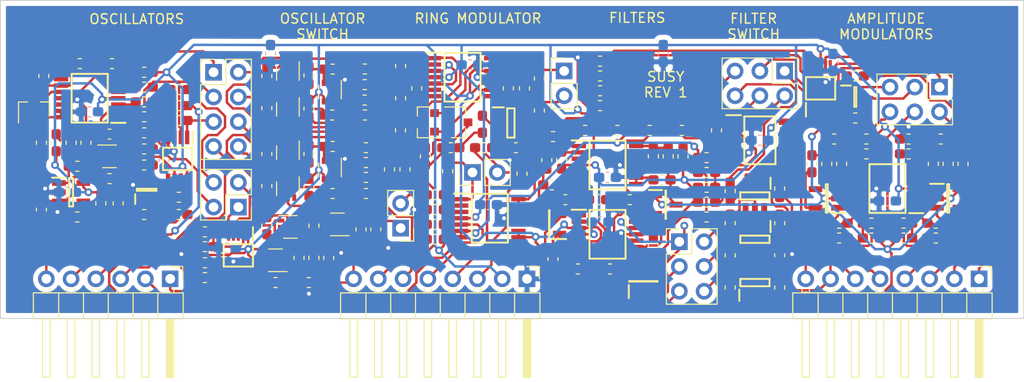
<source format=kicad_pcb>
(kicad_pcb (version 20171130) (host pcbnew "(5.1.9)-1")
  (layers (0 F.Cu signal) (31 B.Cu signal hide) (34 B.Paste user hide) (35 F.Paste user) (36 B.SilkS user hide) (37 F.SilkS user) (38 B.Mask user hide) (39 F.Mask user) (44 Edge.Cuts user))
  (net 0 "")
  (net 1 GND)
  (net 2 VCC)
  (net 3 "/Switch4 (3.3V)/SIGNAL1")
  (net 4 "Net-(C7-Pad2)")
  (net 5 SYNC_IN)
  (net 6 "/Filter/JFET 1K-100 (2)/SOURCE")
  (net 7 /Filter/BAND)
  (net 8 /Filter/LOW)
  (net 9 "/Filter/JFET 1K-100 (3)/SOURCE")
  (net 10 "/Switch4 (3.3V)/OUT")
  (net 11 "/Switch2 (0.1V)/OP+")
  (net 12 "/Switch4 (0.1V)/OP+")
  (net 13 "Net-(D1-Pad2)")
  (net 14 "Net-(D1-Pad1)")
  (net 15 /Oscillator/FREQ)
  (net 16 /Oscillator/DUTY)
  (net 17 "/Switch2 (0.1V)/OP-")
  (net 18 VGND_REF)
  (net 19 VGND)
  (net 20 VHALF)
  (net 21 VHALF_REF)
  (net 22 /Shift/Scale/OP+)
  (net 23 /Shift/Scale/OP-)
  (net 24 /Shift/Scale/OPO)
  (net 25 MOD_OUT)
  (net 26 /Filter/OP+)
  (net 27 /Filter/OP-)
  (net 28 /Filter/HIGH)
  (net 29 /Attenuators/GAINL)
  (net 30 /Attenuators/GAINR)
  (net 31 /Filter/CUTOFF)
  (net 32 /Filter/RESON)
  (net 33 SYNC_OUT)
  (net 34 "Net-(IC6-Pad5)")
  (net 35 "Net-(IC6-Pad3)")
  (net 36 /Oscillator/PULSE)
  (net 37 "Net-(IC7-Pad13)")
  (net 38 "Net-(IC7-Pad12)")
  (net 39 "Net-(IC7-Pad10)")
  (net 40 "Net-(IC7-Pad9)")
  (net 41 /Oscillator/SAW)
  (net 42 "Net-(IC7-Pad6)")
  (net 43 "Net-(IC7-Pad5)")
  (net 44 "Net-(IC7-Pad3)")
  (net 45 "Net-(IC8-Pad4)")
  (net 46 "Net-(IC8-Pad1)")
  (net 47 "/Ring Modulator/OUT")
  (net 48 "Net-(IC9-Pad7)")
  (net 49 "Net-(IC9-Pad6)")
  (net 50 "Net-(IC9-Pad2)")
  (net 51 "Net-(IC9-Pad1)")
  (net 52 "/Filter/JFET 1K-100 (3)/OP1O")
  (net 53 "/Filter/JFET 1K-100 (3)/OP1-")
  (net 54 "/Filter/JFET 1K-100 (3)/OP1+")
  (net 55 "/Filter/JFET 1K-100 (3)/OP2-")
  (net 56 "/Filter/JFET 1K-100 (1)/OP2-")
  (net 57 "/Filter/JFET 1K-100 (1)/OP1+")
  (net 58 "/Filter/JFET 1K-100 (1)/OP1-")
  (net 59 "/Filter/JFET 1K-100 (1)/OP1O")
  (net 60 "/Filter/JFET 1K-100 (2)/OP2-")
  (net 61 "/Switch2 (0.1V)/Switch2 (0.1V) 1-2/SIGNAL2")
  (net 62 "/Switch2 (0.1V)/Switch2 (0.1V) 1-2/SIGNAL1")
  (net 63 "/Switch4 (0.1V)/Switch4 (0.1V) 1-2/OUT")
  (net 64 "/Switch4 (0.1V)/Switch4 (0.1V) 1-2/SIGNAL2")
  (net 65 "Net-(IC14-Pad1)")
  (net 66 "/Switch4 (0.1V)/Switch4 (0.1V) 1-2/SIGNAL1")
  (net 67 "/Switch4 (0.1V)/Switch4 (0.1V) 3-4/OUT")
  (net 68 "/Switch4 (0.1V)/Switch4 (0.1V) 3-4/SIGNAL2")
  (net 69 "Net-(IC15-Pad1)")
  (net 70 "/Switch4 (0.1V)/Switch4 (0.1V) 3-4/SIGNAL1")
  (net 71 "Net-(IC16-Pad1)")
  (net 72 "Net-(Q1-Pad3)")
  (net 73 "Net-(Q1-Pad1)")
  (net 74 "Net-(Q2-Pad2)")
  (net 75 "Net-(Q2-Pad5)")
  (net 76 "Net-(Q3-Pad1)")
  (net 77 "Net-(Q4-Pad3)")
  (net 78 "Net-(Q7-Pad6)")
  (net 79 "Net-(Q7-Pad2)")
  (net 80 "Net-(Q7-Pad5)")
  (net 81 "Net-(Q7-Pad3)")
  (net 82 "/Switch4 (3.3V)/Switch4 (3.3V) 12-34/SIGNAL2")
  (net 83 "Net-(Q8-Pad2)")
  (net 84 "Net-(Q8-Pad5)")
  (net 85 "/Switch4 (3.3V)/Switch4 (3.3V) 12-34/SIGNAL1")
  (net 86 "Net-(Q9-Pad2)")
  (net 87 "Net-(Q9-Pad5)")
  (net 88 "Net-(Q10-Pad6)")
  (net 89 "Net-(Q10-Pad2)")
  (net 90 "Net-(Q10-Pad5)")
  (net 91 "Net-(Q10-Pad3)")
  (net 92 NOISE)
  (net 93 "Net-(Q11-Pad2)")
  (net 94 "Net-(Q11-Pad5)")
  (net 95 "/Switch4 (3.3V)/Switch4 (3.3V) 3-4/OUT2")
  (net 96 "Net-(Q12-Pad2)")
  (net 97 "Net-(Q12-Pad5)")
  (net 98 "Net-(Q14-Pad5)")
  (net 99 "/Switch4 (3.3V)/Switch4 (3.3V) 1-2/OUT2")
  (net 100 MOD_IN)
  (net 101 RIGHT)
  (net 102 LEFT)
  (net 103 "Net-(IC5-Pad5)")
  (net 104 "Net-(IC5-Pad4)")
  (net 105 /Shift/Scale/SIGNAL)
  (net 106 "/Ring Modulator/SIGNAL1")
  (net 107 "/Switch2 (0.1V)/SIGNAL2")
  (net 108 "/Switch4 (0.1V)/SIGNAL4")
  (net 109 "/Switch4 (0.1V)/SIGNAL3")
  (net 110 "/Switch4 (0.1V)/SIGNAL2")
  (net 111 /Oscillator/TRI)
  (net 112 "Net-(IC2-Pad5)")
  (net 113 "Net-(IC2-Pad4)")
  (net 114 "Net-(IC5-Pad2)")
  (net 115 "Net-(IC5-Pad1)")
  (net 116 "Net-(IC10-Pad1)")
  (net 117 "/Switch4 (3.3V)/SIGNAL3")
  (net 118 "/Switch4 (3.3V)/SIGNAL2")
  (net 119 /Filter/SIGNAL)
  (net 120 "Net-(Q4-Pad6)")
  (net 121 "Net-(Q4-Pad2)")
  (net 122 "Net-(Q4-Pad5)")
  (net 123 "Net-(Q5-Pad2)")
  (net 124 "Net-(Q5-Pad5)")
  (net 125 "Net-(Q6-Pad2)")
  (net 126 "Net-(Q6-Pad5)")
  (net 127 "Net-(Q15-Pad3)")
  (net 128 "Net-(Q16-Pad3)")
  (net 129 "Net-(Q17-Pad3)")
  (net 130 "Net-(C8-Pad2)")
  (net 131 "/Switch4 (3.3V)/Switch4 (3.3V) 1-2/OUT1")
  (net 132 "/Switch4 (3.3V)/Switch4 (3.3V) 3-4/OUT1")
  (net 133 /Attenuators/SIGNAL)
  (net 134 "Net-(IC11-Pad2)")
  (net 135 "Net-(IC11-Pad3)")
  (net 136 "Net-(IC11-Pad5)")
  (net 137 "Net-(IC11-Pad6)")
  (net 138 "Net-(IC11-Pad7)")
  (net 139 "Net-(IC11-Pad8)")
  (net 140 "Net-(IC11-Pad9)")
  (net 141 "Net-(IC11-Pad10)")
  (net 142 "Net-(IC11-Pad12)")
  (net 143 "Net-(IC11-Pad13)")
  (net 144 "Net-(Q13-Pad4)")
  (net 145 "Net-(R10-Pad2)")
  (net 146 "Net-(R23-Pad2)")
  (net 147 "Net-(R32-Pad1)")
  (net 148 "Net-(R81-Pad2)")
  (net 149 "Net-(R92-Pad1)")
  (net 150 "Net-(R100-Pad1)")
  (net 151 GATE)
  (net 152 "Net-(J10-Pad3)")
  (net 153 "Net-(Q18-Pad1)")
  (net 154 SYNC_DIS)
  (net 155 RMSEL)
  (net 156 /Filter/OPO)
  (net 157 "Net-(D1-Pad3)")
  (net 158 "Net-(D2-Pad3)")
  (net 159 "Net-(IC9-Pad8)")
  (net 160 "/Switch4 (3.3V)/SIGNAL4")
  (net 161 "Net-(IC2-Pad2)")
  (net 162 "Net-(IC2-Pad8)")
  (net 163 "Net-(IC5-Pad10)")
  (net 164 "Net-(IC5-Pad9)")
  (net 165 SCL1)
  (net 166 SDA1)
  (net 167 SDA2)
  (net 168 SCL2)
  (net 169 "/Filter/JFET 1K-100 (1)/DRAIN")
  (net 170 "Net-(IC13-Pad9)")
  (net 171 "Net-(IC2-Pad3)")
  (net 172 OSELB)
  (net 173 OSELA)
  (net 174 FSELB)
  (net 175 FSELA)
  (module Package_TO_SOT_SMD:SOT-363_SC-70-6 (layer F.Cu) (at 128.143 96.774 270)
    (fp_text reference Q10 hide)
    (fp_text value MBT3946DW1T1)
    (pad 1 smd rect (at -0.95 -0.65 270) (size 0.65 0.4) (layers F.Cu F.Paste F.Mask) (net 1 GND))
    (pad 3 smd rect (at -0.95 0.65 270) (size 0.65 0.4) (layers F.Cu F.Paste F.Mask) (net 91 "Net-(Q10-Pad3)"))
    (pad 5 smd rect (at 0.95 0 270) (size 0.65 0.4) (layers F.Cu F.Paste F.Mask) (net 90 "Net-(Q10-Pad5)"))
    (pad 2 smd rect (at -0.95 0 270) (size 0.65 0.4) (layers F.Cu F.Paste F.Mask) (net 89 "Net-(Q10-Pad2)"))
    (pad 4 smd rect (at 0.95 0.65 270) (size 0.65 0.4) (layers F.Cu F.Paste F.Mask) (net 2 VCC))
    (pad 6 smd rect (at 0.95 -0.65 270) (size 0.65 0.4) (layers F.Cu F.Paste F.Mask) (net 88 "Net-(Q10-Pad6)"))
  )
  (module Package_TO_SOT_SMD:SOT-363_SC-70-6 (layer F.Cu) (at 128.143 104.775 270)
    (fp_text reference Q7 hide)
    (fp_text value MBT3946DW1T1)
    (pad 1 smd rect (at -0.95 -0.65 270) (size 0.65 0.4) (layers F.Cu F.Paste F.Mask) (net 1 GND))
    (pad 3 smd rect (at -0.95 0.65 270) (size 0.65 0.4) (layers F.Cu F.Paste F.Mask) (net 81 "Net-(Q7-Pad3)"))
    (pad 5 smd rect (at 0.95 0 270) (size 0.65 0.4) (layers F.Cu F.Paste F.Mask) (net 80 "Net-(Q7-Pad5)"))
    (pad 2 smd rect (at -0.95 0 270) (size 0.65 0.4) (layers F.Cu F.Paste F.Mask) (net 79 "Net-(Q7-Pad2)"))
    (pad 4 smd rect (at 0.95 0.65 270) (size 0.65 0.4) (layers F.Cu F.Paste F.Mask) (net 2 VCC))
    (pad 6 smd rect (at 0.95 -0.65 270) (size 0.65 0.4) (layers F.Cu F.Paste F.Mask) (net 78 "Net-(Q7-Pad6)"))
  )
  (module Package_TO_SOT_SMD:SOT-363_SC-70-6 (layer F.Cu) (at 122.555 114.046 180)
    (fp_text reference Q4 hide)
    (fp_text value MBT3946DW1T1)
    (pad 6 smd rect (at 0.95 -0.65 180) (size 0.65 0.4) (layers F.Cu F.Paste F.Mask) (net 120 "Net-(Q4-Pad6)"))
    (pad 4 smd rect (at 0.95 0.65 180) (size 0.65 0.4) (layers F.Cu F.Paste F.Mask) (net 2 VCC))
    (pad 2 smd rect (at -0.95 0 180) (size 0.65 0.4) (layers F.Cu F.Paste F.Mask) (net 121 "Net-(Q4-Pad2)"))
    (pad 5 smd rect (at 0.95 0 180) (size 0.65 0.4) (layers F.Cu F.Paste F.Mask) (net 122 "Net-(Q4-Pad5)"))
    (pad 3 smd rect (at -0.95 0.65 180) (size 0.65 0.4) (layers F.Cu F.Paste F.Mask) (net 77 "Net-(Q4-Pad3)"))
    (pad 1 smd rect (at -0.95 -0.65 180) (size 0.65 0.4) (layers F.Cu F.Paste F.Mask) (net 1 GND))
  )
  (module Package_TO_SOT_SMD:SOT-363_SC-70-6 (layer F.Cu) (at 105.537 103.378)
    (fp_text reference Q2 hide)
    (fp_text value MBT3904DW1)
    (pad 6 smd rect (at 0.95 -0.65) (size 0.65 0.4) (layers F.Cu F.Paste F.Mask) (net 111 /Oscillator/TRI))
    (pad 4 smd rect (at 0.95 0.65) (size 0.65 0.4) (layers F.Cu F.Paste F.Mask) (net 1 GND))
    (pad 2 smd rect (at -0.95 0) (size 0.65 0.4) (layers F.Cu F.Paste F.Mask) (net 74 "Net-(Q2-Pad2)"))
    (pad 5 smd rect (at 0.95 0) (size 0.65 0.4) (layers F.Cu F.Paste F.Mask) (net 75 "Net-(Q2-Pad5)"))
    (pad 3 smd rect (at -0.95 0.65) (size 0.65 0.4) (layers F.Cu F.Paste F.Mask) (net 130 "Net-(C8-Pad2)"))
    (pad 1 smd rect (at -0.95 -0.65) (size 0.65 0.4) (layers F.Cu F.Paste F.Mask) (net 4 "Net-(C7-Pad2)"))
  )
  (module Capacitor_SMD:C_0603_1608Metric_Pad1.08x0.95mm_HandSolder (layer B.Cu) (at 162.306 92.8105 270)
    (fp_text reference C6 hide)
    (fp_text value 1uF)
    (pad 2 smd roundrect (at 0.8625 0 270) (size 1.075 0.95) (layers B.Cu B.Paste B.Mask) (net 1 GND))
    (pad 1 smd roundrect (at -0.8625 0 270) (size 1.075 0.95) (layers B.Cu B.Paste B.Mask) (net 2 VCC))
  )
  (module Connector_PinHeader_2.54mm:PinHeader_2x04_P2.54mm_Vertical (layer F.Cu) (at 116.205 94.742)
    (fp_text reference J2 hide)
    (fp_text value Conn_02x04_Odd_Even)
    (pad 8 thru_hole oval (at 2.54 7.62) (size 1.7 1.7) (drill 1) (layers *.Cu *.Mask) (net 3 "/Switch4 (3.3V)/SIGNAL1"))
    (pad 7 thru_hole oval (at 0 7.62) (size 1.7 1.7) (drill 1) (layers *.Cu *.Mask) (net 92 NOISE))
    (pad 6 thru_hole oval (at 2.54 5.08) (size 1.7 1.7) (drill 1) (layers *.Cu *.Mask) (net 118 "/Switch4 (3.3V)/SIGNAL2"))
    (pad 5 thru_hole oval (at 0 5.08) (size 1.7 1.7) (drill 1) (layers *.Cu *.Mask) (net 36 /Oscillator/PULSE))
    (pad 4 thru_hole oval (at 2.54 2.54) (size 1.7 1.7) (drill 1) (layers *.Cu *.Mask) (net 117 "/Switch4 (3.3V)/SIGNAL3"))
    (pad 3 thru_hole oval (at 0 2.54) (size 1.7 1.7) (drill 1) (layers *.Cu *.Mask) (net 111 /Oscillator/TRI))
    (pad 2 thru_hole oval (at 2.54 0) (size 1.7 1.7) (drill 1) (layers *.Cu *.Mask) (net 160 "/Switch4 (3.3V)/SIGNAL4"))
    (pad 1 thru_hole rect (at 0 0) (size 1.7 1.7) (drill 1) (layers *.Cu *.Mask) (net 41 /Oscillator/SAW))
  )
  (module footprints:SOP65P490X110-8N (layer F.Cu) (at 112.522 103.632 270)
    (fp_text reference IC6 hide)
    (fp_text value MCP6542-E_MS hide)
    (pad 1 smd rect (at -2.2 -0.975) (size 0.45 1.4) (layers F.Cu F.Paste F.Mask) (net 36 /Oscillator/PULSE))
    (pad 2 smd rect (at -2.2 -0.325) (size 0.45 1.4) (layers F.Cu F.Paste F.Mask) (net 111 /Oscillator/TRI))
    (pad 3 smd rect (at -2.2 0.325) (size 0.45 1.4) (layers F.Cu F.Paste F.Mask) (net 35 "Net-(IC6-Pad3)"))
    (pad 4 smd rect (at -2.2 0.975) (size 0.45 1.4) (layers F.Cu F.Paste F.Mask) (net 1 GND))
    (pad 5 smd rect (at 2.2 0.975) (size 0.45 1.4) (layers F.Cu F.Paste F.Mask) (net 34 "Net-(IC6-Pad5)"))
    (pad 6 smd rect (at 2.2 0.325) (size 0.45 1.4) (layers F.Cu F.Paste F.Mask) (net 111 /Oscillator/TRI))
    (pad 7 smd rect (at 2.2 -0.325) (size 0.45 1.4) (layers F.Cu F.Paste F.Mask) (net 33 SYNC_OUT))
    (pad 8 smd rect (at 2.2 -0.975) (size 0.45 1.4) (layers F.Cu F.Paste F.Mask) (net 2 VCC))
  )
  (module Resistor_SMD:R_0603_1608Metric_Pad1.05x0.95mm_HandSolder (layer F.Cu) (at 115.316 115.824 180)
    (fp_text reference R133 hide)
    (fp_text value 0)
    (pad 2 smd roundrect (at 0.875 0 180) (size 1.05 0.95) (layers F.Cu F.Paste F.Mask) (net 1 GND))
    (pad 1 smd roundrect (at -0.875 0 180) (size 1.05 0.95) (layers F.Cu F.Paste F.Mask) (net 162 "Net-(IC2-Pad8)"))
  )
  (module Resistor_SMD:R_0603_1608Metric_Pad1.05x0.95mm_HandSolder (layer F.Cu) (at 115.316 114.3)
    (fp_text reference R132 hide)
    (fp_text value 0)
    (pad 2 smd roundrect (at 0.875 0) (size 1.05 0.95) (layers F.Cu F.Paste F.Mask) (net 162 "Net-(IC2-Pad8)"))
    (pad 1 smd roundrect (at -0.875 0) (size 1.05 0.95) (layers F.Cu F.Paste F.Mask) (net 2 VCC))
  )
  (module Resistor_SMD:R_0603_1608Metric_Pad1.05x0.95mm_HandSolder (layer F.Cu) (at 115.316 111.125 180)
    (fp_text reference R131 hide)
    (fp_text value 0)
    (pad 2 smd roundrect (at 0.875 0 180) (size 1.05 0.95) (layers F.Cu F.Paste F.Mask) (net 1 GND))
    (pad 1 smd roundrect (at -0.875 0 180) (size 1.05 0.95) (layers F.Cu F.Paste F.Mask) (net 161 "Net-(IC2-Pad2)"))
  )
  (module Resistor_SMD:R_0603_1608Metric_Pad1.05x0.95mm_HandSolder (layer F.Cu) (at 115.316 112.649)
    (fp_text reference R130 hide)
    (fp_text value 0)
    (pad 2 smd roundrect (at 0.875 0) (size 1.05 0.95) (layers F.Cu F.Paste F.Mask) (net 161 "Net-(IC2-Pad2)"))
    (pad 1 smd roundrect (at -0.875 0) (size 1.05 0.95) (layers F.Cu F.Paste F.Mask) (net 2 VCC))
  )
  (module Connector_PinHeader_2.54mm:PinHeader_1x06_P2.54mm_Horizontal (layer F.Cu) (at 111.76 115.951 270)
    (fp_text reference J3 hide)
    (fp_text value Conn_01x06_Male)
    (pad 6 thru_hole oval (at 0 12.7 270) (size 1.7 1.7) (drill 1) (layers *.Cu *.Mask) (net 5 SYNC_IN))
    (pad 5 thru_hole oval (at 0 10.16 270) (size 1.7 1.7) (drill 1) (layers *.Cu *.Mask) (net 154 SYNC_DIS))
    (pad 4 thru_hole oval (at 0 7.62 270) (size 1.7 1.7) (drill 1) (layers *.Cu *.Mask) (net 33 SYNC_OUT))
    (pad 3 thru_hole oval (at 0 5.08 270) (size 1.7 1.7) (drill 1) (layers *.Cu *.Mask) (net 92 NOISE))
    (pad 2 thru_hole oval (at 0 2.54 270) (size 1.7 1.7) (drill 1) (layers *.Cu *.Mask) (net 166 SDA1))
    (pad 1 thru_hole rect (at 0 0 270) (size 1.7 1.7) (drill 1) (layers *.Cu *.Mask) (net 165 SCL1))
  )
  (module Resistor_SMD:R_0603_1608Metric_Pad1.05x0.95mm_HandSolder (layer F.Cu) (at 126.492 110.49 270)
    (fp_text reference R55 hide)
    (fp_text value 100k)
    (pad 2 smd roundrect (at 0.875 0 270) (size 1.05 0.95) (layers F.Cu F.Paste F.Mask) (net 77 "Net-(Q4-Pad3)"))
    (pad 1 smd roundrect (at -0.875 0 270) (size 1.05 0.95) (layers F.Cu F.Paste F.Mask) (net 124 "Net-(Q5-Pad5)"))
  )
  (module Package_TO_SOT_SMD:SOT-363_SC-70-6 (layer F.Cu) (at 128.905 110.363 180)
    (fp_text reference Q5 hide)
    (fp_text value MBT3946DW1T1)
    (pad 1 smd rect (at -0.95 -0.65 180) (size 0.65 0.4) (layers F.Cu F.Paste F.Mask) (net 82 "/Switch4 (3.3V)/Switch4 (3.3V) 12-34/SIGNAL2"))
    (pad 3 smd rect (at -0.95 0.65 180) (size 0.65 0.4) (layers F.Cu F.Paste F.Mask) (net 10 "/Switch4 (3.3V)/OUT"))
    (pad 5 smd rect (at 0.95 0 180) (size 0.65 0.4) (layers F.Cu F.Paste F.Mask) (net 124 "Net-(Q5-Pad5)"))
    (pad 2 smd rect (at -0.95 0 180) (size 0.65 0.4) (layers F.Cu F.Paste F.Mask) (net 123 "Net-(Q5-Pad2)"))
    (pad 4 smd rect (at 0.95 0.65 180) (size 0.65 0.4) (layers F.Cu F.Paste F.Mask) (net 82 "/Switch4 (3.3V)/Switch4 (3.3V) 12-34/SIGNAL2"))
    (pad 6 smd rect (at 0.95 -0.65 180) (size 0.65 0.4) (layers F.Cu F.Paste F.Mask) (net 10 "/Switch4 (3.3V)/OUT"))
  )
  (module Connector_PinHeader_2.54mm:PinHeader_1x08_P2.54mm_Horizontal (layer F.Cu) (at 148.336 115.951 270)
    (fp_text reference J5 hide)
    (fp_text value Conn_01x08_Male)
    (pad 8 thru_hole oval (at 0 17.78 270) (size 1.7 1.7) (drill 1) (layers *.Cu *.Mask) (net 172 OSELB))
    (pad 7 thru_hole oval (at 0 15.24 270) (size 1.7 1.7) (drill 1) (layers *.Cu *.Mask) (net 173 OSELA))
    (pad 6 thru_hole oval (at 0 12.7 270) (size 1.7 1.7) (drill 1) (layers *.Cu *.Mask) (net 100 MOD_IN))
    (pad 5 thru_hole oval (at 0 10.16 270) (size 1.7 1.7) (drill 1) (layers *.Cu *.Mask) (net 21 VHALF_REF))
    (pad 4 thru_hole oval (at 0 7.62 270) (size 1.7 1.7) (drill 1) (layers *.Cu *.Mask) (net 155 RMSEL))
    (pad 3 thru_hole oval (at 0 5.08 270) (size 1.7 1.7) (drill 1) (layers *.Cu *.Mask) (net 18 VGND_REF))
    (pad 2 thru_hole oval (at 0 2.54 270) (size 1.7 1.7) (drill 1) (layers *.Cu *.Mask) (net 2 VCC))
    (pad 1 thru_hole rect (at 0 0 270) (size 1.7 1.7) (drill 1) (layers *.Cu *.Mask) (net 1 GND))
  )
  (module Resistor_SMD:R_0603_1608Metric_Pad1.05x0.95mm_HandSolder (layer F.Cu) (at 131.699 96.012)
    (fp_text reference R68 hide)
    (fp_text value 100k)
    (pad 1 smd roundrect (at -0.875 0) (size 1.05 0.95) (layers F.Cu F.Paste F.Mask) (net 89 "Net-(Q10-Pad2)"))
    (pad 2 smd roundrect (at 0.875 0) (size 1.05 0.95) (layers F.Cu F.Paste F.Mask) (net 173 OSELA))
  )
  (module footprints:SOP65P640X120-14N (layer F.Cu) (at 141.732 95.25)
    (fp_text reference IC9 hide)
    (fp_text value MCP6074-E_ST hide)
    (pad 14 smd rect (at 2.938 -1.95 90) (size 0.45 1.475) (layers F.Cu F.Paste F.Mask) (net 47 "/Ring Modulator/OUT"))
    (pad 13 smd rect (at 2.938 -1.3 90) (size 0.45 1.475) (layers F.Cu F.Paste F.Mask) (net 13 "Net-(D1-Pad2)"))
    (pad 12 smd rect (at 2.938 -0.65 90) (size 0.45 1.475) (layers F.Cu F.Paste F.Mask) (net 19 VGND))
    (pad 11 smd rect (at 2.938 0 90) (size 0.45 1.475) (layers F.Cu F.Paste F.Mask) (net 1 GND))
    (pad 10 smd rect (at 2.938 0.65 90) (size 0.45 1.475) (layers F.Cu F.Paste F.Mask) (net 19 VGND))
    (pad 9 smd rect (at 2.938 1.3 90) (size 0.45 1.475) (layers F.Cu F.Paste F.Mask) (net 14 "Net-(D1-Pad1)"))
    (pad 8 smd rect (at 2.938 1.95 90) (size 0.45 1.475) (layers F.Cu F.Paste F.Mask) (net 159 "Net-(IC9-Pad8)"))
    (pad 7 smd rect (at -2.938 1.95 90) (size 0.45 1.475) (layers F.Cu F.Paste F.Mask) (net 48 "Net-(IC9-Pad7)"))
    (pad 6 smd rect (at -2.938 1.3 90) (size 0.45 1.475) (layers F.Cu F.Paste F.Mask) (net 49 "Net-(IC9-Pad6)"))
    (pad 5 smd rect (at -2.938 0.65 90) (size 0.45 1.475) (layers F.Cu F.Paste F.Mask) (net 19 VGND))
    (pad 4 smd rect (at -2.938 0 90) (size 0.45 1.475) (layers F.Cu F.Paste F.Mask) (net 2 VCC))
    (pad 3 smd rect (at -2.938 -0.65 90) (size 0.45 1.475) (layers F.Cu F.Paste F.Mask) (net 19 VGND))
    (pad 2 smd rect (at -2.938 -1.3 90) (size 0.45 1.475) (layers F.Cu F.Paste F.Mask) (net 50 "Net-(IC9-Pad2)"))
    (pad 1 smd rect (at -2.938 -1.95 90) (size 0.45 1.475) (layers F.Cu F.Paste F.Mask) (net 51 "Net-(IC9-Pad1)"))
  )
  (module footprints:SOP65P640X120-14N (layer F.Cu) (at 144.526 109.728)
    (fp_text reference IC3 hide)
    (fp_text value MCP6074-E_ST hide)
    (pad 14 smd rect (at 2.938 -1.95 90) (size 0.45 1.475) (layers F.Cu F.Paste F.Mask) (net 17 "/Switch2 (0.1V)/OP-"))
    (pad 13 smd rect (at 2.938 -1.3 90) (size 0.45 1.475) (layers F.Cu F.Paste F.Mask) (net 17 "/Switch2 (0.1V)/OP-"))
    (pad 12 smd rect (at 2.938 -0.65 90) (size 0.45 1.475) (layers F.Cu F.Paste F.Mask) (net 11 "/Switch2 (0.1V)/OP+"))
    (pad 11 smd rect (at 2.938 0 90) (size 0.45 1.475) (layers F.Cu F.Paste F.Mask) (net 1 GND))
    (pad 10 smd rect (at 2.938 0.65 90) (size 0.45 1.475) (layers F.Cu F.Paste F.Mask) (net 18 VGND_REF))
    (pad 9 smd rect (at 2.938 1.3 90) (size 0.45 1.475) (layers F.Cu F.Paste F.Mask) (net 19 VGND))
    (pad 8 smd rect (at 2.938 1.95 90) (size 0.45 1.475) (layers F.Cu F.Paste F.Mask) (net 19 VGND))
    (pad 7 smd rect (at -2.938 1.95 90) (size 0.45 1.475) (layers F.Cu F.Paste F.Mask) (net 20 VHALF))
    (pad 6 smd rect (at -2.938 1.3 90) (size 0.45 1.475) (layers F.Cu F.Paste F.Mask) (net 20 VHALF))
    (pad 5 smd rect (at -2.938 0.65 90) (size 0.45 1.475) (layers F.Cu F.Paste F.Mask) (net 21 VHALF_REF))
    (pad 4 smd rect (at -2.938 0 90) (size 0.45 1.475) (layers F.Cu F.Paste F.Mask) (net 2 VCC))
    (pad 3 smd rect (at -2.938 -0.65 90) (size 0.45 1.475) (layers F.Cu F.Paste F.Mask) (net 22 /Shift/Scale/OP+))
    (pad 2 smd rect (at -2.938 -1.3 90) (size 0.45 1.475) (layers F.Cu F.Paste F.Mask) (net 23 /Shift/Scale/OP-))
    (pad 1 smd rect (at -2.938 -1.95 90) (size 0.45 1.475) (layers F.Cu F.Paste F.Mask) (net 24 /Shift/Scale/OPO))
  )
  (module Resistor_SMD:R_0603_1608Metric_Pad1.05x0.95mm_HandSolder (layer F.Cu) (at 135.382 97.409 270)
    (fp_text reference R43 hide)
    (fp_text value 3k)
    (pad 2 smd roundrect (at 0.875 0 270) (size 1.05 0.95) (layers F.Cu F.Paste F.Mask) (net 158 "Net-(D2-Pad3)"))
    (pad 1 smd roundrect (at -0.875 0 270) (size 1.05 0.95) (layers F.Cu F.Paste F.Mask) (net 48 "Net-(IC9-Pad7)"))
  )
  (module Resistor_SMD:R_0603_1608Metric_Pad1.05x0.95mm_HandSolder (layer F.Cu) (at 135.3693 100.711 270)
    (fp_text reference R42 hide)
    (fp_text value 3k)
    (pad 1 smd roundrect (at -0.875 0 270) (size 1.05 0.95) (layers F.Cu F.Paste F.Mask) (net 157 "Net-(D1-Pad3)"))
    (pad 2 smd roundrect (at 0.875 0 270) (size 1.05 0.95) (layers F.Cu F.Paste F.Mask) (net 51 "Net-(IC9-Pad1)"))
  )
  (module Package_TO_SOT_SMD:SOT-23 (layer F.Cu) (at 141.2875 99.8855)
    (fp_text reference D2 hide)
    (fp_text value BAT54S)
    (pad 3 smd rect (at 1 0) (size 0.9 0.8) (layers F.Cu F.Paste F.Mask) (net 158 "Net-(D2-Pad3)"))
    (pad 2 smd rect (at -1 0.95) (size 0.9 0.8) (layers F.Cu F.Paste F.Mask) (net 14 "Net-(D1-Pad1)"))
    (pad 1 smd rect (at -1 -0.95) (size 0.9 0.8) (layers F.Cu F.Paste F.Mask) (net 13 "Net-(D1-Pad2)"))
  )
  (module Package_TO_SOT_SMD:SOT-23 (layer F.Cu) (at 137.8585 99.8855 180)
    (fp_text reference D1 hide)
    (fp_text value BAT54S)
    (pad 3 smd rect (at 1 0 180) (size 0.9 0.8) (layers F.Cu F.Paste F.Mask) (net 157 "Net-(D1-Pad3)"))
    (pad 2 smd rect (at -1 0.95 180) (size 0.9 0.8) (layers F.Cu F.Paste F.Mask) (net 13 "Net-(D1-Pad2)"))
    (pad 1 smd rect (at -1 -0.95 180) (size 0.9 0.8) (layers F.Cu F.Paste F.Mask) (net 14 "Net-(D1-Pad1)"))
  )
  (module Connector_PinHeader_2.54mm:PinHeader_2x03_P2.54mm_Vertical (layer F.Cu) (at 190.627 96.266 270)
    (fp_text reference J10 hide)
    (fp_text value Conn_02x03_Odd_Even)
    (pad 1 thru_hole rect (at 0 0 270) (size 1.7 1.7) (drill 1) (layers *.Cu *.Mask) (net 104 "Net-(IC5-Pad4)"))
    (pad 2 thru_hole oval (at 2.54 0 270) (size 1.7 1.7) (drill 1) (layers *.Cu *.Mask) (net 29 /Attenuators/GAINL))
    (pad 3 thru_hole oval (at 0 2.54 270) (size 1.7 1.7) (drill 1) (layers *.Cu *.Mask) (net 152 "Net-(J10-Pad3)"))
    (pad 4 thru_hole oval (at 2.54 2.54 270) (size 1.7 1.7) (drill 1) (layers *.Cu *.Mask) (net 133 /Attenuators/SIGNAL))
    (pad 5 thru_hole oval (at 0 5.08 270) (size 1.7 1.7) (drill 1) (layers *.Cu *.Mask) (net 103 "Net-(IC5-Pad5)"))
    (pad 6 thru_hole oval (at 2.54 5.08 270) (size 1.7 1.7) (drill 1) (layers *.Cu *.Mask) (net 30 /Attenuators/GAINR))
  )
  (module Connector_PinHeader_2.54mm:PinHeader_2x03_P2.54mm_Vertical (layer F.Cu) (at 174.752 94.615 270)
    (fp_text reference J8 hide)
    (fp_text value Conn_02x03_Odd_Even)
    (pad 1 thru_hole rect (at 0 0 270) (size 1.7 1.7) (drill 1) (layers *.Cu *.Mask) (net 115 "Net-(IC5-Pad1)"))
    (pad 2 thru_hole oval (at 2.54 0 270) (size 1.7 1.7) (drill 1) (layers *.Cu *.Mask) (net 31 /Filter/CUTOFF))
    (pad 3 thru_hole oval (at 0 2.54 270) (size 1.7 1.7) (drill 1) (layers *.Cu *.Mask) (net 114 "Net-(IC5-Pad2)"))
    (pad 4 thru_hole oval (at 2.54 2.54 270) (size 1.7 1.7) (drill 1) (layers *.Cu *.Mask) (net 32 /Filter/RESON))
    (pad 5 thru_hole oval (at 0 5.08 270) (size 1.7 1.7) (drill 1) (layers *.Cu *.Mask) (net 17 "/Switch2 (0.1V)/OP-"))
    (pad 6 thru_hole oval (at 2.54 5.08 270) (size 1.7 1.7) (drill 1) (layers *.Cu *.Mask) (net 119 /Filter/SIGNAL))
  )
  (module Connector_PinHeader_2.54mm:PinHeader_2x03_P2.54mm_Vertical (layer F.Cu) (at 163.957 112.141)
    (fp_text reference J9 hide)
    (fp_text value Conn_02x03_Odd_Even)
    (pad 1 thru_hole rect (at 0 0) (size 1.7 1.7) (drill 1) (layers *.Cu *.Mask) (net 28 /Filter/HIGH))
    (pad 2 thru_hole oval (at 2.54 0) (size 1.7 1.7) (drill 1) (layers *.Cu *.Mask) (net 110 "/Switch4 (0.1V)/SIGNAL2"))
    (pad 3 thru_hole oval (at 0 2.54) (size 1.7 1.7) (drill 1) (layers *.Cu *.Mask) (net 8 /Filter/LOW))
    (pad 4 thru_hole oval (at 2.54 2.54) (size 1.7 1.7) (drill 1) (layers *.Cu *.Mask) (net 108 "/Switch4 (0.1V)/SIGNAL4"))
    (pad 5 thru_hole oval (at 0 5.08) (size 1.7 1.7) (drill 1) (layers *.Cu *.Mask) (net 7 /Filter/BAND))
    (pad 6 thru_hole oval (at 2.54 5.08) (size 1.7 1.7) (drill 1) (layers *.Cu *.Mask) (net 109 "/Switch4 (0.1V)/SIGNAL3"))
  )
  (module footprints:SOP65P640X120-14N (layer F.Cu) (at 156.591 111.379)
    (fp_text reference IC13 hide)
    (fp_text value MCP6074-E_ST hide)
    (pad 14 smd rect (at 2.938 -1.95 90) (size 0.45 1.475) (layers F.Cu F.Paste F.Mask) (net 60 "/Filter/JFET 1K-100 (2)/OP2-"))
    (pad 13 smd rect (at 2.938 -1.3 90) (size 0.45 1.475) (layers F.Cu F.Paste F.Mask) (net 60 "/Filter/JFET 1K-100 (2)/OP2-"))
    (pad 12 smd rect (at 2.938 -0.65 90) (size 0.45 1.475) (layers F.Cu F.Paste F.Mask) (net 28 /Filter/HIGH))
    (pad 11 smd rect (at 2.938 0 90) (size 0.45 1.475) (layers F.Cu F.Paste F.Mask) (net 1 GND))
    (pad 10 smd rect (at 2.938 0.65 90) (size 0.45 1.475) (layers F.Cu F.Paste F.Mask) (net 169 "/Filter/JFET 1K-100 (1)/DRAIN"))
    (pad 9 smd rect (at 2.938 1.3 90) (size 0.45 1.475) (layers F.Cu F.Paste F.Mask) (net 170 "Net-(IC13-Pad9)"))
    (pad 8 smd rect (at 2.938 1.95 90) (size 0.45 1.475) (layers F.Cu F.Paste F.Mask) (net 28 /Filter/HIGH))
    (pad 7 smd rect (at -2.938 1.95 90) (size 0.45 1.475) (layers F.Cu F.Paste F.Mask) (net 8 /Filter/LOW))
    (pad 6 smd rect (at -2.938 1.3 90) (size 0.45 1.475) (layers F.Cu F.Paste F.Mask) (net 9 "/Filter/JFET 1K-100 (3)/SOURCE"))
    (pad 5 smd rect (at -2.938 0.65 90) (size 0.45 1.475) (layers F.Cu F.Paste F.Mask) (net 19 VGND))
    (pad 4 smd rect (at -2.938 0 90) (size 0.45 1.475) (layers F.Cu F.Paste F.Mask) (net 2 VCC))
    (pad 3 smd rect (at -2.938 -0.65 90) (size 0.45 1.475) (layers F.Cu F.Paste F.Mask) (net 19 VGND))
    (pad 2 smd rect (at -2.938 -1.3 90) (size 0.45 1.475) (layers F.Cu F.Paste F.Mask) (net 6 "/Filter/JFET 1K-100 (2)/SOURCE"))
    (pad 1 smd rect (at -2.938 -1.95 90) (size 0.45 1.475) (layers F.Cu F.Paste F.Mask) (net 7 /Filter/BAND))
  )
  (module Connector_PinHeader_2.54mm:PinHeader_1x02_P2.54mm_Vertical (layer F.Cu) (at 142.748 105.029 90)
    (fp_text reference J6 hide)
    (fp_text value Conn_01x02)
    (pad 2 thru_hole oval (at 0 2.54 90) (size 1.7 1.7) (drill 1) (layers *.Cu *.Mask) (net 106 "/Ring Modulator/SIGNAL1"))
    (pad 1 thru_hole rect (at 0 0 90) (size 1.7 1.7) (drill 1) (layers *.Cu *.Mask) (net 24 /Shift/Scale/OPO))
  )
  (module Connector_PinHeader_2.54mm:PinHeader_1x08_P2.54mm_Horizontal (layer F.Cu) (at 194.691 115.951 270)
    (fp_text reference J11 hide)
    (fp_text value Conn_01x08_Male)
    (pad 8 thru_hole oval (at 0 17.78 270) (size 1.7 1.7) (drill 1) (layers *.Cu *.Mask) (net 174 FSELB))
    (pad 7 thru_hole oval (at 0 15.24 270) (size 1.7 1.7) (drill 1) (layers *.Cu *.Mask) (net 175 FSELA))
    (pad 6 thru_hole oval (at 0 12.7 270) (size 1.7 1.7) (drill 1) (layers *.Cu *.Mask) (net 25 MOD_OUT))
    (pad 5 thru_hole oval (at 0 10.16 270) (size 1.7 1.7) (drill 1) (layers *.Cu *.Mask) (net 101 RIGHT))
    (pad 4 thru_hole oval (at 0 7.62 270) (size 1.7 1.7) (drill 1) (layers *.Cu *.Mask) (net 102 LEFT))
    (pad 3 thru_hole oval (at 0 5.08 270) (size 1.7 1.7) (drill 1) (layers *.Cu *.Mask) (net 151 GATE))
    (pad 2 thru_hole oval (at 0 2.54 270) (size 1.7 1.7) (drill 1) (layers *.Cu *.Mask) (net 168 SCL2))
    (pad 1 thru_hole rect (at 0 0 270) (size 1.7 1.7) (drill 1) (layers *.Cu *.Mask) (net 167 SDA2))
  )
  (module footprints:SOT65P210X110-3N (layer F.Cu) (at 109.347 106.807 90)
    (fp_text reference Q1 hide)
    (fp_text value NX3008NBKW,115 hide)
    (pad 1 smd rect (at -0.95 -0.65 180) (size 0.55 1) (layers F.Cu F.Paste F.Mask) (net 73 "Net-(Q1-Pad1)"))
    (pad 2 smd rect (at -0.95 0.65 180) (size 0.55 1) (layers F.Cu F.Paste F.Mask) (net 1 GND))
    (pad 3 smd rect (at 0.95 0 180) (size 0.55 1) (layers F.Cu F.Paste F.Mask) (net 72 "Net-(Q1-Pad3)"))
  )
  (module Resistor_SMD:R_0603_1608Metric_Pad1.05x0.95mm_HandSolder (layer F.Cu) (at 181.991 99.441 180)
    (fp_text reference R129 hide)
    (fp_text value 100k)
    (pad 2 smd roundrect (at 0.875 0 180) (size 1.05 0.95) (layers F.Cu F.Paste F.Mask) (net 19 VGND))
    (pad 1 smd roundrect (at -0.875 0 180) (size 1.05 0.95) (layers F.Cu F.Paste F.Mask) (net 152 "Net-(J10-Pad3)"))
  )
  (module footprints:SOT65P210X110-3N (layer F.Cu) (at 181.991 97.282)
    (fp_text reference Q18 hide)
    (fp_text value NX3008PBKW,115 hide)
    (pad 3 smd rect (at 0.95 0 90) (size 0.55 1) (layers F.Cu F.Paste F.Mask) (net 152 "Net-(J10-Pad3)"))
    (pad 2 smd rect (at -0.95 0.65 90) (size 0.55 1) (layers F.Cu F.Paste F.Mask) (net 25 MOD_OUT))
    (pad 1 smd rect (at -0.95 -0.65 90) (size 0.55 1) (layers F.Cu F.Paste F.Mask) (net 153 "Net-(Q18-Pad1)"))
  )
  (module Resistor_SMD:R_0603_1608Metric_Pad1.05x0.95mm_HandSolder (layer F.Cu) (at 181.991 95.123)
    (fp_text reference R128 hide)
    (fp_text value 4.7k)
    (pad 2 smd roundrect (at 0.875 0) (size 1.05 0.95) (layers F.Cu F.Paste F.Mask) (net 151 GATE))
    (pad 1 smd roundrect (at -0.875 0) (size 1.05 0.95) (layers F.Cu F.Paste F.Mask) (net 153 "Net-(Q18-Pad1)"))
  )
  (module Connector_PinHeader_2.54mm:PinHeader_1x02_P2.54mm_Vertical (layer F.Cu) (at 152.146 94.615)
    (fp_text reference J7 hide)
    (fp_text value Conn_01x02)
    (pad 1 thru_hole rect (at 0 0) (size 1.7 1.7) (drill 1) (layers *.Cu *.Mask) (net 47 "/Ring Modulator/OUT"))
    (pad 2 thru_hole oval (at 0 2.54) (size 1.7 1.7) (drill 1) (layers *.Cu *.Mask) (net 107 "/Switch2 (0.1V)/SIGNAL2"))
  )
  (module Resistor_SMD:R_0603_1608Metric_Pad1.05x0.95mm_HandSolder (layer F.Cu) (at 174.244 110.236 270)
    (fp_text reference R127 hide)
    (fp_text value 4.7k)
    (pad 2 smd roundrect (at 0.875 0 270) (size 1.05 0.95) (layers F.Cu F.Paste F.Mask) (net 174 FSELB))
    (pad 1 smd roundrect (at -0.875 0 270) (size 1.05 0.95) (layers F.Cu F.Paste F.Mask) (net 71 "Net-(IC16-Pad1)"))
  )
  (module Resistor_SMD:R_0603_1608Metric_Pad1.05x0.95mm_HandSolder (layer F.Cu) (at 174.244 116.84 90)
    (fp_text reference R126 hide)
    (fp_text value 4.7k)
    (pad 2 smd roundrect (at 0.875 0 90) (size 1.05 0.95) (layers F.Cu F.Paste F.Mask) (net 175 FSELA))
    (pad 1 smd roundrect (at -0.875 0 90) (size 1.05 0.95) (layers F.Cu F.Paste F.Mask) (net 69 "Net-(IC15-Pad1)"))
  )
  (module Resistor_SMD:R_0603_1608Metric_Pad1.05x0.95mm_HandSolder (layer F.Cu) (at 174.244 106.68 270)
    (fp_text reference R125 hide)
    (fp_text value 4.7k)
    (pad 1 smd roundrect (at -0.875 0 270) (size 1.05 0.95) (layers F.Cu F.Paste F.Mask) (net 65 "Net-(IC14-Pad1)"))
    (pad 2 smd roundrect (at 0.875 0 270) (size 1.05 0.95) (layers F.Cu F.Paste F.Mask) (net 175 FSELA))
  )
  (module Resistor_SMD:R_0603_1608Metric_Pad1.05x0.95mm_HandSolder (layer F.Cu) (at 169.164 113.538 270)
    (fp_text reference R124 hide)
    (fp_text value 470)
    (pad 1 smd roundrect (at -0.875 0 270) (size 1.05 0.95) (layers F.Cu F.Paste F.Mask) (net 108 "/Switch4 (0.1V)/SIGNAL4"))
    (pad 2 smd roundrect (at 0.875 0 270) (size 1.05 0.95) (layers F.Cu F.Paste F.Mask) (net 68 "/Switch4 (0.1V)/Switch4 (0.1V) 3-4/SIGNAL2"))
  )
  (module Resistor_SMD:R_0603_1608Metric_Pad1.05x0.95mm_HandSolder (layer F.Cu) (at 169.164 116.84 270)
    (fp_text reference R123 hide)
    (fp_text value 470)
    (pad 1 smd roundrect (at -0.875 0 270) (size 1.05 0.95) (layers F.Cu F.Paste F.Mask) (net 109 "/Switch4 (0.1V)/SIGNAL3"))
    (pad 2 smd roundrect (at 0.875 0 270) (size 1.05 0.95) (layers F.Cu F.Paste F.Mask) (net 70 "/Switch4 (0.1V)/Switch4 (0.1V) 3-4/SIGNAL1"))
  )
  (module Resistor_SMD:R_0603_1608Metric_Pad1.05x0.95mm_HandSolder (layer F.Cu) (at 169.164 110.236 90)
    (fp_text reference R122 hide)
    (fp_text value 470)
    (pad 2 smd roundrect (at 0.875 0 90) (size 1.05 0.95) (layers F.Cu F.Paste F.Mask) (net 64 "/Switch4 (0.1V)/Switch4 (0.1V) 1-2/SIGNAL2"))
    (pad 1 smd roundrect (at -0.875 0 90) (size 1.05 0.95) (layers F.Cu F.Paste F.Mask) (net 110 "/Switch4 (0.1V)/SIGNAL2"))
  )
  (module Resistor_SMD:R_0603_1608Metric_Pad1.05x0.95mm_HandSolder (layer F.Cu) (at 169.164 106.934 270)
    (fp_text reference R121 hide)
    (fp_text value 470)
    (pad 1 smd roundrect (at -0.875 0 270) (size 1.05 0.95) (layers F.Cu F.Paste F.Mask) (net 119 /Filter/SIGNAL))
    (pad 2 smd roundrect (at 0.875 0 270) (size 1.05 0.95) (layers F.Cu F.Paste F.Mask) (net 66 "/Switch4 (0.1V)/Switch4 (0.1V) 1-2/SIGNAL1"))
  )
  (module Resistor_SMD:R_0603_1608Metric_Pad1.05x0.95mm_HandSolder (layer F.Cu) (at 161.29 112.522 270)
    (fp_text reference R120 hide)
    (fp_text value 100k)
    (pad 1 smd roundrect (at -0.875 0 270) (size 1.05 0.95) (layers F.Cu F.Paste F.Mask) (net 60 "/Filter/JFET 1K-100 (2)/OP2-"))
    (pad 2 smd roundrect (at 0.875 0 270) (size 1.05 0.95) (layers F.Cu F.Paste F.Mask) (net 129 "Net-(Q17-Pad3)"))
  )
  (module Resistor_SMD:R_0603_1608Metric_Pad1.05x0.95mm_HandSolder (layer F.Cu) (at 166.751 109.601 180)
    (fp_text reference R119 hide)
    (fp_text value 100k)
    (pad 2 smd roundrect (at 0.875 0 180) (size 1.05 0.95) (layers F.Cu F.Paste F.Mask) (net 129 "Net-(Q17-Pad3)"))
    (pad 1 smd roundrect (at -0.875 0 180) (size 1.05 0.95) (layers F.Cu F.Paste F.Mask) (net 156 /Filter/OPO))
  )
  (module Resistor_SMD:R_0603_1608Metric_Pad1.05x0.95mm_HandSolder (layer F.Cu) (at 166.751 105.029 180)
    (fp_text reference R118 hide)
    (fp_text value 1)
    (pad 2 smd roundrect (at 0.875 0 180) (size 1.05 0.95) (layers F.Cu F.Paste F.Mask) (net 156 /Filter/OPO))
    (pad 1 smd roundrect (at -0.875 0 180) (size 1.05 0.95) (layers F.Cu F.Paste F.Mask) (net 27 /Filter/OP-))
  )
  (module Resistor_SMD:R_0603_1608Metric_Pad1.05x0.95mm_HandSolder (layer F.Cu) (at 166.751 106.553)
    (fp_text reference R117 hide)
    (fp_text value 1)
    (pad 2 smd roundrect (at 0.875 0) (size 1.05 0.95) (layers F.Cu F.Paste F.Mask) (net 27 /Filter/OP-))
    (pad 1 smd roundrect (at -0.875 0) (size 1.05 0.95) (layers F.Cu F.Paste F.Mask) (net 2 VCC))
  )
  (module Resistor_SMD:R_0603_1608Metric_Pad1.05x0.95mm_HandSolder (layer F.Cu) (at 166.751 103.505)
    (fp_text reference R116 hide)
    (fp_text value 1)
    (pad 1 smd roundrect (at -0.875 0) (size 1.05 0.95) (layers F.Cu F.Paste F.Mask) (net 20 VHALF))
    (pad 2 smd roundrect (at 0.875 0) (size 1.05 0.95) (layers F.Cu F.Paste F.Mask) (net 26 /Filter/OP+))
  )
  (module Resistor_SMD:R_0603_1608Metric_Pad1.05x0.95mm_HandSolder (layer F.Cu) (at 167.767 100.711 90)
    (fp_text reference R115 hide)
    (fp_text value 1)
    (pad 1 smd roundrect (at -0.875 0 90) (size 1.05 0.95) (layers F.Cu F.Paste F.Mask) (net 26 /Filter/OP+))
    (pad 2 smd roundrect (at 0.875 0 90) (size 1.05 0.95) (layers F.Cu F.Paste F.Mask) (net 31 /Filter/CUTOFF))
  )
  (module Resistor_SMD:R_0603_1608Metric_Pad1.05x0.95mm_HandSolder (layer F.Cu) (at 150.876 106.299 180)
    (fp_text reference R114 hide)
    (fp_text value 100k)
    (pad 1 smd roundrect (at -0.875 0 180) (size 1.05 0.95) (layers F.Cu F.Paste F.Mask) (net 55 "/Filter/JFET 1K-100 (3)/OP2-"))
    (pad 2 smd roundrect (at 0.875 0 180) (size 1.05 0.95) (layers F.Cu F.Paste F.Mask) (net 128 "Net-(Q16-Pad3)"))
  )
  (module Resistor_SMD:R_0603_1608Metric_Pad1.05x0.95mm_HandSolder (layer F.Cu) (at 150.368 103.759 270)
    (fp_text reference R113 hide)
    (fp_text value 100k)
    (pad 1 smd roundrect (at -0.875 0 270) (size 1.05 0.95) (layers F.Cu F.Paste F.Mask) (net 52 "/Filter/JFET 1K-100 (3)/OP1O"))
    (pad 2 smd roundrect (at 0.875 0 270) (size 1.05 0.95) (layers F.Cu F.Paste F.Mask) (net 128 "Net-(Q16-Pad3)"))
  )
  (module Resistor_SMD:R_0603_1608Metric_Pad1.05x0.95mm_HandSolder (layer F.Cu) (at 151.003 101.346)
    (fp_text reference R112 hide)
    (fp_text value 1)
    (pad 1 smd roundrect (at -0.875 0) (size 1.05 0.95) (layers F.Cu F.Paste F.Mask) (net 53 "/Filter/JFET 1K-100 (3)/OP1-"))
    (pad 2 smd roundrect (at 0.875 0) (size 1.05 0.95) (layers F.Cu F.Paste F.Mask) (net 52 "/Filter/JFET 1K-100 (3)/OP1O"))
  )
  (module Resistor_SMD:R_0603_1608Metric_Pad1.05x0.95mm_HandSolder (layer F.Cu) (at 151.892 103.759 90)
    (fp_text reference R111 hide)
    (fp_text value 1)
    (pad 1 smd roundrect (at -0.875 0 90) (size 1.05 0.95) (layers F.Cu F.Paste F.Mask) (net 2 VCC))
    (pad 2 smd roundrect (at 0.875 0 90) (size 1.05 0.95) (layers F.Cu F.Paste F.Mask) (net 53 "/Filter/JFET 1K-100 (3)/OP1-"))
  )
  (module Resistor_SMD:R_0603_1608Metric_Pad1.05x0.95mm_HandSolder (layer F.Cu) (at 157.607 100.711 180)
    (fp_text reference R110 hide)
    (fp_text value 1)
    (pad 1 smd roundrect (at -0.875 0 180) (size 1.05 0.95) (layers F.Cu F.Paste F.Mask) (net 20 VHALF))
    (pad 2 smd roundrect (at 0.875 0 180) (size 1.05 0.95) (layers F.Cu F.Paste F.Mask) (net 54 "/Filter/JFET 1K-100 (3)/OP1+"))
  )
  (module Resistor_SMD:R_0603_1608Metric_Pad1.05x0.95mm_HandSolder (layer F.Cu) (at 154.305 100.711 180)
    (fp_text reference R109 hide)
    (fp_text value 1)
    (pad 1 smd roundrect (at -0.875 0 180) (size 1.05 0.95) (layers F.Cu F.Paste F.Mask) (net 54 "/Filter/JFET 1K-100 (3)/OP1+"))
    (pad 2 smd roundrect (at 0.875 0 180) (size 1.05 0.95) (layers F.Cu F.Paste F.Mask) (net 31 /Filter/CUTOFF))
  )
  (module Resistor_SMD:R_0603_1608Metric_Pad1.05x0.95mm_HandSolder (layer F.Cu) (at 162.179 105.791)
    (fp_text reference R108 hide)
    (fp_text value 100k)
    (pad 1 smd roundrect (at -0.875 0) (size 1.05 0.95) (layers F.Cu F.Paste F.Mask) (net 56 "/Filter/JFET 1K-100 (1)/OP2-"))
    (pad 2 smd roundrect (at 0.875 0) (size 1.05 0.95) (layers F.Cu F.Paste F.Mask) (net 127 "Net-(Q15-Pad3)"))
  )
  (module Resistor_SMD:R_0603_1608Metric_Pad1.05x0.95mm_HandSolder (layer F.Cu) (at 179.832 101.6)
    (fp_text reference R94 hide)
    (fp_text value 1)
    (pad 2 smd roundrect (at 0.875 0) (size 1.05 0.95) (layers F.Cu F.Paste F.Mask) (net 149 "Net-(R92-Pad1)"))
    (pad 1 smd roundrect (at -0.875 0) (size 1.05 0.95) (layers F.Cu F.Paste F.Mask) (net 30 /Attenuators/GAINR))
  )
  (module footprints:SOT95P275X130-5N (layer F.Cu) (at 191.516 107.696)
    (fp_text reference Q13 hide)
    (fp_text value 2SK2145-BL_TE85L,F hide)
    (pad 1 smd rect (at -1.15 -0.95 90) (size 0.6 1.4) (layers F.Cu F.Paste F.Mask) (net 135 "Net-(IC11-Pad3)"))
    (pad 2 smd rect (at -1.15 0 90) (size 0.6 1.4) (layers F.Cu F.Paste F.Mask) (net 19 VGND))
    (pad 3 smd rect (at -1.15 0.95 90) (size 0.6 1.4) (layers F.Cu F.Paste F.Mask) (net 134 "Net-(IC11-Pad2)"))
    (pad 4 smd rect (at 1.15 0.95 90) (size 0.6 1.4) (layers F.Cu F.Paste F.Mask) (net 144 "Net-(Q13-Pad4)"))
    (pad 5 smd rect (at 1.15 -0.95 90) (size 0.6 1.4) (layers F.Cu F.Paste F.Mask) (net 19 VGND))
  )
  (module footprints:SOT95P275X130-5N (layer F.Cu) (at 179.07 107.696 180)
    (fp_text reference Q14 hide)
    (fp_text value 2SK2145-BL_TE85L,F hide)
    (pad 1 smd rect (at -1.15 -0.95 270) (size 0.6 1.4) (layers F.Cu F.Paste F.Mask) (net 143 "Net-(IC11-Pad13)"))
    (pad 2 smd rect (at -1.15 0 270) (size 0.6 1.4) (layers F.Cu F.Paste F.Mask) (net 19 VGND))
    (pad 3 smd rect (at -1.15 0.95 270) (size 0.6 1.4) (layers F.Cu F.Paste F.Mask) (net 142 "Net-(IC11-Pad12)"))
    (pad 4 smd rect (at 1.15 0.95 270) (size 0.6 1.4) (layers F.Cu F.Paste F.Mask) (net 19 VGND))
    (pad 5 smd rect (at 1.15 -0.95 270) (size 0.6 1.4) (layers F.Cu F.Paste F.Mask) (net 98 "Net-(Q14-Pad5)"))
  )
  (module Resistor_SMD:R_0603_1608Metric_Pad1.05x0.95mm_HandSolder (layer F.Cu) (at 183.642 110.236 180)
    (fp_text reference R93 hide)
    (fp_text value 1k)
    (pad 2 smd roundrect (at 0.875 0 180) (size 1.05 0.95) (layers F.Cu F.Paste F.Mask) (net 142 "Net-(IC11-Pad12)"))
    (pad 1 smd roundrect (at -0.875 0 180) (size 1.05 0.95) (layers F.Cu F.Paste F.Mask) (net 133 /Attenuators/SIGNAL))
  )
  (module Resistor_SMD:R_0603_1608Metric_Pad1.05x0.95mm_HandSolder (layer F.Cu) (at 187.452 103.124 180)
    (fp_text reference R78 hide)
    (fp_text value 1)
    (pad 2 smd roundrect (at 0.875 0 180) (size 1.05 0.95) (layers F.Cu F.Paste F.Mask) (net 2 VCC))
    (pad 1 smd roundrect (at -0.875 0 180) (size 1.05 0.95) (layers F.Cu F.Paste F.Mask) (net 136 "Net-(IC11-Pad5)"))
  )
  (module Resistor_SMD:R_0603_1608Metric_Pad1.05x0.95mm_HandSolder (layer F.Cu) (at 190.754 101.6 180)
    (fp_text reference R81 hide)
    (fp_text value 1)
    (pad 1 smd roundrect (at -0.875 0 180) (size 1.05 0.95) (layers F.Cu F.Paste F.Mask) (net 29 /Attenuators/GAINL))
    (pad 2 smd roundrect (at 0.875 0 180) (size 1.05 0.95) (layers F.Cu F.Paste F.Mask) (net 148 "Net-(R81-Pad2)"))
  )
  (module Resistor_SMD:R_0603_1608Metric_Pad1.05x0.95mm_HandSolder (layer F.Cu) (at 177.546 104.14 270)
    (fp_text reference R91 hide)
    (fp_text value 100k)
    (pad 2 smd roundrect (at 0.875 0 270) (size 1.05 0.95) (layers F.Cu F.Paste F.Mask) (net 98 "Net-(Q14-Pad5)"))
    (pad 1 smd roundrect (at -0.875 0 270) (size 1.05 0.95) (layers F.Cu F.Paste F.Mask) (net 139 "Net-(IC11-Pad8)"))
  )
  (module Resistor_SMD:R_0603_1608Metric_Pad1.05x0.95mm_HandSolder (layer F.Cu) (at 179.07 104.14 90)
    (fp_text reference R90 hide)
    (fp_text value 1)
    (pad 2 smd roundrect (at 0.875 0 90) (size 1.05 0.95) (layers F.Cu F.Paste F.Mask) (net 139 "Net-(IC11-Pad8)"))
    (pad 1 smd roundrect (at -0.875 0 90) (size 1.05 0.95) (layers F.Cu F.Paste F.Mask) (net 140 "Net-(IC11-Pad9)"))
  )
  (module Resistor_SMD:R_0603_1608Metric_Pad1.05x0.95mm_HandSolder (layer F.Cu) (at 190.246 111.76 180)
    (fp_text reference R84 hide)
    (fp_text value 1k)
    (pad 2 smd roundrect (at 0.875 0 180) (size 1.05 0.95) (layers F.Cu F.Paste F.Mask) (net 133 /Attenuators/SIGNAL))
    (pad 1 smd roundrect (at -0.875 0 180) (size 1.05 0.95) (layers F.Cu F.Paste F.Mask) (net 134 "Net-(IC11-Pad2)"))
  )
  (module Resistor_SMD:R_0603_1608Metric_Pad1.05x0.95mm_HandSolder (layer F.Cu) (at 191.516 104.14 90)
    (fp_text reference R86 hide)
    (fp_text value 1)
    (pad 2 smd roundrect (at 0.875 0 90) (size 1.05 0.95) (layers F.Cu F.Paste F.Mask) (net 138 "Net-(IC11-Pad7)"))
    (pad 1 smd roundrect (at -0.875 0 90) (size 1.05 0.95) (layers F.Cu F.Paste F.Mask) (net 137 "Net-(IC11-Pad6)"))
  )
  (module Resistor_SMD:R_0603_1608Metric_Pad1.05x0.95mm_HandSolder (layer F.Cu) (at 186.944 110.236)
    (fp_text reference R82 hide)
    (fp_text value 1k)
    (pad 2 smd roundrect (at 0.875 0) (size 1.05 0.95) (layers F.Cu F.Paste F.Mask) (net 135 "Net-(IC11-Pad3)"))
    (pad 1 smd roundrect (at -0.875 0) (size 1.05 0.95) (layers F.Cu F.Paste F.Mask) (net 133 /Attenuators/SIGNAL))
  )
  (module Resistor_SMD:R_0603_1608Metric_Pad1.05x0.95mm_HandSolder (layer F.Cu) (at 183.134 103.124)
    (fp_text reference R97 hide)
    (fp_text value 1)
    (pad 2 smd roundrect (at 0.875 0) (size 1.05 0.95) (layers F.Cu F.Paste F.Mask) (net 1 GND))
    (pad 1 smd roundrect (at -0.875 0) (size 1.05 0.95) (layers F.Cu F.Paste F.Mask) (net 141 "Net-(IC11-Pad10)"))
  )
  (module Resistor_SMD:R_0603_1608Metric_Pad1.05x0.95mm_HandSolder (layer F.Cu) (at 186.944 111.76)
    (fp_text reference R80 hide)
    (fp_text value 1k)
    (pad 2 smd roundrect (at 0.875 0) (size 1.05 0.95) (layers F.Cu F.Paste F.Mask) (net 135 "Net-(IC11-Pad3)"))
    (pad 1 smd roundrect (at -0.875 0) (size 1.05 0.95) (layers F.Cu F.Paste F.Mask) (net 19 VGND))
  )
  (module Resistor_SMD:R_0603_1608Metric_Pad1.05x0.95mm_HandSolder (layer F.Cu) (at 187.452 101.6 180)
    (fp_text reference R79 hide)
    (fp_text value 1)
    (pad 1 smd roundrect (at -0.875 0 180) (size 1.05 0.95) (layers F.Cu F.Paste F.Mask) (net 136 "Net-(IC11-Pad5)"))
    (pad 2 smd roundrect (at 0.875 0 180) (size 1.05 0.95) (layers F.Cu F.Paste F.Mask) (net 1 GND))
  )
  (module Resistor_SMD:R_0603_1608Metric_Pad1.05x0.95mm_HandSolder (layer F.Cu) (at 189.992 104.14 270)
    (fp_text reference R83 hide)
    (fp_text value 1)
    (pad 2 smd roundrect (at 0.875 0 270) (size 1.05 0.95) (layers F.Cu F.Paste F.Mask) (net 137 "Net-(IC11-Pad6)"))
    (pad 1 smd roundrect (at -0.875 0 270) (size 1.05 0.95) (layers F.Cu F.Paste F.Mask) (net 148 "Net-(R81-Pad2)"))
  )
  (module Resistor_SMD:R_0603_1608Metric_Pad1.05x0.95mm_HandSolder (layer F.Cu) (at 193.04 104.14 270)
    (fp_text reference R87 hide)
    (fp_text value 100k)
    (pad 2 smd roundrect (at 0.875 0 270) (size 1.05 0.95) (layers F.Cu F.Paste F.Mask) (net 144 "Net-(Q13-Pad4)"))
    (pad 1 smd roundrect (at -0.875 0 270) (size 1.05 0.95) (layers F.Cu F.Paste F.Mask) (net 138 "Net-(IC11-Pad7)"))
  )
  (module Resistor_SMD:R_0603_1608Metric_Pad1.05x0.95mm_HandSolder (layer F.Cu) (at 190.246 110.236)
    (fp_text reference R85 hide)
    (fp_text value 1k)
    (pad 2 smd roundrect (at 0.875 0) (size 1.05 0.95) (layers F.Cu F.Paste F.Mask) (net 134 "Net-(IC11-Pad2)"))
    (pad 1 smd roundrect (at -0.875 0) (size 1.05 0.95) (layers F.Cu F.Paste F.Mask) (net 102 LEFT))
  )
  (module Resistor_SMD:R_0603_1608Metric_Pad1.05x0.95mm_HandSolder (layer F.Cu) (at 183.134 101.6)
    (fp_text reference R96 hide)
    (fp_text value 1)
    (pad 1 smd roundrect (at -0.875 0) (size 1.05 0.95) (layers F.Cu F.Paste F.Mask) (net 141 "Net-(IC11-Pad10)"))
    (pad 2 smd roundrect (at 0.875 0) (size 1.05 0.95) (layers F.Cu F.Paste F.Mask) (net 2 VCC))
  )
  (module Resistor_SMD:R_0603_1608Metric_Pad1.05x0.95mm_HandSolder (layer F.Cu) (at 180.594 104.14 270)
    (fp_text reference R92 hide)
    (fp_text value 1)
    (pad 1 smd roundrect (at -0.875 0 270) (size 1.05 0.95) (layers F.Cu F.Paste F.Mask) (net 149 "Net-(R92-Pad1)"))
    (pad 2 smd roundrect (at 0.875 0 270) (size 1.05 0.95) (layers F.Cu F.Paste F.Mask) (net 140 "Net-(IC11-Pad9)"))
  )
  (module Resistor_SMD:R_0603_1608Metric_Pad1.05x0.95mm_HandSolder (layer F.Cu) (at 183.642 111.76 180)
    (fp_text reference R95 hide)
    (fp_text value 1k)
    (pad 2 smd roundrect (at 0.875 0 180) (size 1.05 0.95) (layers F.Cu F.Paste F.Mask) (net 142 "Net-(IC11-Pad12)"))
    (pad 1 smd roundrect (at -0.875 0 180) (size 1.05 0.95) (layers F.Cu F.Paste F.Mask) (net 19 VGND))
  )
  (module footprints:SOP65P640X120-14N (layer F.Cu) (at 185.293 106.68 180)
    (fp_text reference IC11 hide)
    (fp_text value MCP6074-E_ST hide)
    (pad 1 smd rect (at -2.938 -1.95 270) (size 0.45 1.475) (layers F.Cu F.Paste F.Mask) (net 102 LEFT))
    (pad 2 smd rect (at -2.938 -1.3 270) (size 0.45 1.475) (layers F.Cu F.Paste F.Mask) (net 134 "Net-(IC11-Pad2)"))
    (pad 3 smd rect (at -2.938 -0.65 270) (size 0.45 1.475) (layers F.Cu F.Paste F.Mask) (net 135 "Net-(IC11-Pad3)"))
    (pad 4 smd rect (at -2.938 0 270) (size 0.45 1.475) (layers F.Cu F.Paste F.Mask) (net 2 VCC))
    (pad 5 smd rect (at -2.938 0.65 270) (size 0.45 1.475) (layers F.Cu F.Paste F.Mask) (net 136 "Net-(IC11-Pad5)"))
    (pad 6 smd rect (at -2.938 1.3 270) (size 0.45 1.475) (layers F.Cu F.Paste F.Mask) (net 137 "Net-(IC11-Pad6)"))
    (pad 7 smd rect (at -2.938 1.95 270) (size 0.45 1.475) (layers F.Cu F.Paste F.Mask) (net 138 "Net-(IC11-Pad7)"))
    (pad 8 smd rect (at 2.938 1.95 270) (size 0.45 1.475) (layers F.Cu F.Paste F.Mask) (net 139 "Net-(IC11-Pad8)"))
    (pad 9 smd rect (at 2.938 1.3 270) (size 0.45 1.475) (layers F.Cu F.Paste F.Mask) (net 140 "Net-(IC11-Pad9)"))
    (pad 10 smd rect (at 2.938 0.65 270) (size 0.45 1.475) (layers F.Cu F.Paste F.Mask) (net 141 "Net-(IC11-Pad10)"))
    (pad 11 smd rect (at 2.938 0 270) (size 0.45 1.475) (layers F.Cu F.Paste F.Mask) (net 1 GND))
    (pad 12 smd rect (at 2.938 -0.65 270) (size 0.45 1.475) (layers F.Cu F.Paste F.Mask) (net 142 "Net-(IC11-Pad12)"))
    (pad 13 smd rect (at 2.938 -1.3 270) (size 0.45 1.475) (layers F.Cu F.Paste F.Mask) (net 143 "Net-(IC11-Pad13)"))
    (pad 14 smd rect (at 2.938 -1.95 270) (size 0.45 1.475) (layers F.Cu F.Paste F.Mask) (net 101 RIGHT))
  )
  (module Resistor_SMD:R_0603_1608Metric_Pad1.05x0.95mm_HandSolder (layer F.Cu) (at 180.34 110.236 180)
    (fp_text reference R89 hide)
    (fp_text value 1k)
    (pad 1 smd roundrect (at -0.875 0 180) (size 1.05 0.95) (layers F.Cu F.Paste F.Mask) (net 101 RIGHT))
    (pad 2 smd roundrect (at 0.875 0 180) (size 1.05 0.95) (layers F.Cu F.Paste F.Mask) (net 143 "Net-(IC11-Pad13)"))
  )
  (module Resistor_SMD:R_0603_1608Metric_Pad1.05x0.95mm_HandSolder (layer F.Cu) (at 180.34 111.76)
    (fp_text reference R88 hide)
    (fp_text value 1k)
    (pad 2 smd roundrect (at 0.875 0) (size 1.05 0.95) (layers F.Cu F.Paste F.Mask) (net 133 /Attenuators/SIGNAL))
    (pad 1 smd roundrect (at -0.875 0) (size 1.05 0.95) (layers F.Cu F.Paste F.Mask) (net 143 "Net-(IC11-Pad13)"))
  )
  (module Package_TO_SOT_SMD:SOT-363_SC-70-6 (layer F.Cu) (at 123.825 98.552 270)
    (fp_text reference Q12 hide)
    (fp_text value MBT3946DW1T1)
    (pad 1 smd rect (at -0.95 -0.65 270) (size 0.65 0.4) (layers F.Cu F.Paste F.Mask) (net 117 "/Switch4 (3.3V)/SIGNAL3"))
    (pad 3 smd rect (at -0.95 0.65 270) (size 0.65 0.4) (layers F.Cu F.Paste F.Mask) (net 131 "/Switch4 (3.3V)/Switch4 (3.3V) 1-2/OUT1"))
    (pad 5 smd rect (at 0.95 0 270) (size 0.65 0.4) (layers F.Cu F.Paste F.Mask) (net 97 "Net-(Q12-Pad5)"))
    (pad 2 smd rect (at -0.95 0 270) (size 0.65 0.4) (layers F.Cu F.Paste F.Mask) (net 96 "Net-(Q12-Pad2)"))
    (pad 4 smd rect (at 0.95 0.65 270) (size 0.65 0.4) (layers F.Cu F.Paste F.Mask) (net 117 "/Switch4 (3.3V)/SIGNAL3"))
    (pad 6 smd rect (at 0.95 -0.65 270) (size 0.65 0.4) (layers F.Cu F.Paste F.Mask) (net 131 "/Switch4 (3.3V)/Switch4 (3.3V) 1-2/OUT1"))
  )
  (module Package_TO_SOT_SMD:SOT-363_SC-70-6 (layer F.Cu) (at 123.825 106.68 270)
    (fp_text reference Q9 hide)
    (fp_text value MBT3946DW1T1)
    (pad 1 smd rect (at -0.95 -0.65 270) (size 0.65 0.4) (layers F.Cu F.Paste F.Mask) (net 3 "/Switch4 (3.3V)/SIGNAL1"))
    (pad 3 smd rect (at -0.95 0.65 270) (size 0.65 0.4) (layers F.Cu F.Paste F.Mask) (net 132 "/Switch4 (3.3V)/Switch4 (3.3V) 3-4/OUT1"))
    (pad 5 smd rect (at 0.95 0 270) (size 0.65 0.4) (layers F.Cu F.Paste F.Mask) (net 87 "Net-(Q9-Pad5)"))
    (pad 2 smd rect (at -0.95 0 270) (size 0.65 0.4) (layers F.Cu F.Paste F.Mask) (net 86 "Net-(Q9-Pad2)"))
    (pad 4 smd rect (at 0.95 0.65 270) (size 0.65 0.4) (layers F.Cu F.Paste F.Mask) (net 3 "/Switch4 (3.3V)/SIGNAL1"))
    (pad 6 smd rect (at 0.95 -0.65 270) (size 0.65 0.4) (layers F.Cu F.Paste F.Mask) (net 132 "/Switch4 (3.3V)/Switch4 (3.3V) 3-4/OUT1"))
  )
  (module Package_TO_SOT_SMD:SOT-363_SC-70-6 (layer F.Cu) (at 124.079 110.617)
    (fp_text reference Q6 hide)
    (fp_text value MBT3946DW1T1)
    (pad 6 smd rect (at 0.95 -0.65) (size 0.65 0.4) (layers F.Cu F.Paste F.Mask) (net 10 "/Switch4 (3.3V)/OUT"))
    (pad 4 smd rect (at 0.95 0.65) (size 0.65 0.4) (layers F.Cu F.Paste F.Mask) (net 85 "/Switch4 (3.3V)/Switch4 (3.3V) 12-34/SIGNAL1"))
    (pad 2 smd rect (at -0.95 0) (size 0.65 0.4) (layers F.Cu F.Paste F.Mask) (net 125 "Net-(Q6-Pad2)"))
    (pad 5 smd rect (at 0.95 0) (size 0.65 0.4) (layers F.Cu F.Paste F.Mask) (net 126 "Net-(Q6-Pad5)"))
    (pad 3 smd rect (at -0.95 0.65) (size 0.65 0.4) (layers F.Cu F.Paste F.Mask) (net 10 "/Switch4 (3.3V)/OUT"))
    (pad 1 smd rect (at -0.95 -0.65) (size 0.65 0.4) (layers F.Cu F.Paste F.Mask) (net 85 "/Switch4 (3.3V)/Switch4 (3.3V) 12-34/SIGNAL1"))
  )
  (module footprints:SOT95P285X140-6N (layer F.Cu) (at 171.704 107.442 270)
    (fp_text reference IC14 hide)
    (fp_text value DMC2700UDM-7 hide)
    (pad 1 smd rect (at -1.3 -0.95) (size 0.6 1.15) (layers F.Cu F.Paste F.Mask) (net 65 "Net-(IC14-Pad1)"))
    (pad 2 smd rect (at -1.3 0) (size 0.6 1.15) (layers F.Cu F.Paste F.Mask) (net 66 "/Switch4 (0.1V)/Switch4 (0.1V) 1-2/SIGNAL1"))
    (pad 3 smd rect (at -1.3 0.95) (size 0.6 1.15) (layers F.Cu F.Paste F.Mask) (net 65 "Net-(IC14-Pad1)"))
    (pad 4 smd rect (at 1.3 0.95) (size 0.6 1.15) (layers F.Cu F.Paste F.Mask) (net 63 "/Switch4 (0.1V)/Switch4 (0.1V) 1-2/OUT"))
    (pad 5 smd rect (at 1.3 0) (size 0.6 1.15) (layers F.Cu F.Paste F.Mask) (net 64 "/Switch4 (0.1V)/Switch4 (0.1V) 1-2/SIGNAL2"))
    (pad 6 smd rect (at 1.3 -0.95) (size 0.6 1.15) (layers F.Cu F.Paste F.Mask) (net 63 "/Switch4 (0.1V)/Switch4 (0.1V) 1-2/OUT"))
  )
  (module Capacitor_SMD:C_0603_1608Metric_Pad1.08x0.95mm_HandSolder (layer B.Cu) (at 122.047 92.8105 270)
    (fp_text reference C1 hide)
    (fp_text value 1uF)
    (pad 2 smd roundrect (at 0.8625 0 270) (size 1.075 0.95) (layers B.Cu B.Paste B.Mask) (net 1 GND))
    (pad 1 smd roundrect (at -0.8625 0 270) (size 1.075 0.95) (layers B.Cu B.Paste B.Mask) (net 2 VCC))
  )
  (module Connector_PinHeader_2.54mm:PinHeader_2x02_P2.54mm_Vertical (layer F.Cu) (at 118.745 108.585 180)
    (fp_text reference J1 hide)
    (fp_text value Conn_02x02_Odd_Even)
    (pad 4 thru_hole oval (at 2.54 2.54 180) (size 1.7 1.7) (drill 1) (layers *.Cu *.Mask) (net 16 /Oscillator/DUTY))
    (pad 3 thru_hole oval (at 0 2.54 180) (size 1.7 1.7) (drill 1) (layers *.Cu *.Mask) (net 113 "Net-(IC2-Pad4)"))
    (pad 2 thru_hole oval (at 2.54 0 180) (size 1.7 1.7) (drill 1) (layers *.Cu *.Mask) (net 15 /Oscillator/FREQ))
    (pad 1 thru_hole rect (at 0 0 180) (size 1.7 1.7) (drill 1) (layers *.Cu *.Mask) (net 112 "Net-(IC2-Pad5)"))
  )
  (module Resistor_SMD:R_0603_1608Metric_Pad1.05x0.95mm_HandSolder (layer F.Cu) (at 147.828 105.156 90)
    (fp_text reference R5 hide)
    (fp_text value 0)
    (pad 2 smd roundrect (at 0.875 0 90) (size 1.05 0.95) (layers F.Cu F.Paste F.Mask) (net 106 "/Ring Modulator/SIGNAL1"))
    (pad 1 smd roundrect (at -0.875 0 90) (size 1.05 0.95) (layers F.Cu F.Paste F.Mask) (net 11 "/Switch2 (0.1V)/OP+"))
  )
  (module Connector_PinHeader_2.54mm:PinHeader_1x02_P2.54mm_Vertical (layer F.Cu) (at 135.382 110.744 180)
    (fp_text reference J4 hide)
    (fp_text value Conn_01x02)
    (pad 1 thru_hole rect (at 0 0 180) (size 1.7 1.7) (drill 1) (layers *.Cu *.Mask) (net 10 "/Switch4 (3.3V)/OUT"))
    (pad 2 thru_hole oval (at 0 2.54 180) (size 1.7 1.7) (drill 1) (layers *.Cu *.Mask) (net 105 /Shift/Scale/SIGNAL))
  )
  (module Resistor_SMD:R_0603_1608Metric_Pad1.05x0.95mm_HandSolder (layer F.Cu) (at 143.891 102.489 180)
    (fp_text reference R77 hide)
    (fp_text value 4.7k)
    (pad 2 smd roundrect (at 0.875 0 180) (size 1.05 0.95) (layers F.Cu F.Paste F.Mask) (net 155 RMSEL))
    (pad 1 smd roundrect (at -0.875 0 180) (size 1.05 0.95) (layers F.Cu F.Paste F.Mask) (net 116 "Net-(IC10-Pad1)"))
  )
  (module Resistor_SMD:R_0603_1608Metric_Pad1.05x0.95mm_HandSolder (layer F.Cu) (at 149.606 98.679 270)
    (fp_text reference R76 hide)
    (fp_text value 470)
    (pad 2 smd roundrect (at 0.875 0 270) (size 1.05 0.95) (layers F.Cu F.Paste F.Mask) (net 61 "/Switch2 (0.1V)/Switch2 (0.1V) 1-2/SIGNAL2"))
    (pad 1 smd roundrect (at -0.875 0 270) (size 1.05 0.95) (layers F.Cu F.Paste F.Mask) (net 107 "/Switch2 (0.1V)/SIGNAL2"))
  )
  (module Resistor_SMD:R_0603_1608Metric_Pad1.05x0.95mm_HandSolder (layer F.Cu) (at 143.764 100.076 90)
    (fp_text reference R75 hide)
    (fp_text value 470)
    (pad 2 smd roundrect (at 0.875 0 90) (size 1.05 0.95) (layers F.Cu F.Paste F.Mask) (net 62 "/Switch2 (0.1V)/Switch2 (0.1V) 1-2/SIGNAL1"))
    (pad 1 smd roundrect (at -0.875 0 90) (size 1.05 0.95) (layers F.Cu F.Paste F.Mask) (net 106 "/Ring Modulator/SIGNAL1"))
  )
  (module Resistor_SMD:R_0603_1608Metric_Pad1.05x0.95mm_HandSolder (layer F.Cu) (at 131.7244 99.1362)
    (fp_text reference R74 hide)
    (fp_text value 100k)
    (pad 1 smd roundrect (at -0.875 0) (size 1.05 0.95) (layers F.Cu F.Paste F.Mask) (net 97 "Net-(Q12-Pad5)"))
    (pad 2 smd roundrect (at 0.875 0) (size 1.05 0.95) (layers F.Cu F.Paste F.Mask) (net 173 OSELA))
  )
  (module Resistor_SMD:R_0603_1608Metric_Pad1.05x0.95mm_HandSolder (layer F.Cu) (at 131.7117 94.4118)
    (fp_text reference R73 hide)
    (fp_text value 100k)
    (pad 1 smd roundrect (at -0.875 0) (size 1.05 0.95) (layers F.Cu F.Paste F.Mask) (net 93 "Net-(Q11-Pad2)"))
    (pad 2 smd roundrect (at 0.875 0) (size 1.05 0.95) (layers F.Cu F.Paste F.Mask) (net 173 OSELA))
  )
  (module Resistor_SMD:R_0603_1608Metric_Pad1.05x0.95mm_HandSolder (layer F.Cu) (at 128.3716 99.1362)
    (fp_text reference R72 hide)
    (fp_text value 100k)
    (pad 1 smd roundrect (at -0.875 0) (size 1.05 0.95) (layers F.Cu F.Paste F.Mask) (net 96 "Net-(Q12-Pad2)"))
    (pad 2 smd roundrect (at 0.875 0) (size 1.05 0.95) (layers F.Cu F.Paste F.Mask) (net 88 "Net-(Q10-Pad6)"))
  )
  (module Resistor_SMD:R_0603_1608Metric_Pad1.05x0.95mm_HandSolder (layer F.Cu) (at 125.984 95.0722 90)
    (fp_text reference R71 hide)
    (fp_text value 100k)
    (pad 1 smd roundrect (at -0.875 0 90) (size 1.05 0.95) (layers F.Cu F.Paste F.Mask) (net 94 "Net-(Q11-Pad5)"))
    (pad 2 smd roundrect (at 0.875 0 90) (size 1.05 0.95) (layers F.Cu F.Paste F.Mask) (net 91 "Net-(Q10-Pad3)"))
  )
  (module Resistor_SMD:R_0603_1608Metric_Pad1.05x0.95mm_HandSolder (layer F.Cu) (at 125.984 98.4758 270)
    (fp_text reference R70 hide)
    (fp_text value 100k)
    (pad 1 smd roundrect (at -0.875 0 270) (size 1.05 0.95) (layers F.Cu F.Paste F.Mask) (net 2 VCC))
    (pad 2 smd roundrect (at 0.875 0 270) (size 1.05 0.95) (layers F.Cu F.Paste F.Mask) (net 88 "Net-(Q10-Pad6)"))
  )
  (module Resistor_SMD:R_0603_1608Metric_Pad1.05x0.95mm_HandSolder (layer F.Cu) (at 128.4097 94.4245)
    (fp_text reference R69 hide)
    (fp_text value 100k)
    (pad 1 smd roundrect (at -0.875 0) (size 1.05 0.95) (layers F.Cu F.Paste F.Mask) (net 91 "Net-(Q10-Pad3)"))
    (pad 2 smd roundrect (at 0.875 0) (size 1.05 0.95) (layers F.Cu F.Paste F.Mask) (net 1 GND))
  )
  (module Resistor_SMD:R_0603_1608Metric_Pad1.05x0.95mm_HandSolder (layer F.Cu) (at 131.699 97.5995)
    (fp_text reference R67 hide)
    (fp_text value 100k)
    (pad 1 smd roundrect (at -0.875 0) (size 1.05 0.95) (layers F.Cu F.Paste F.Mask) (net 90 "Net-(Q10-Pad5)"))
    (pad 2 smd roundrect (at 0.875 0) (size 1.05 0.95) (layers F.Cu F.Paste F.Mask) (net 173 OSELA))
  )
  (module Resistor_SMD:R_0603_1608Metric_Pad1.05x0.95mm_HandSolder (layer F.Cu) (at 131.826 107.188)
    (fp_text reference R66 hide)
    (fp_text value 100k)
    (pad 1 smd roundrect (at -0.875 0) (size 1.05 0.95) (layers F.Cu F.Paste F.Mask) (net 87 "Net-(Q9-Pad5)"))
    (pad 2 smd roundrect (at 0.875 0) (size 1.05 0.95) (layers F.Cu F.Paste F.Mask) (net 173 OSELA))
  )
  (module Resistor_SMD:R_0603_1608Metric_Pad1.05x0.95mm_HandSolder (layer F.Cu) (at 131.826 102.489)
    (fp_text reference R65 hide)
    (fp_text value 100k)
    (pad 1 smd roundrect (at -0.875 0) (size 1.05 0.95) (layers F.Cu F.Paste F.Mask) (net 83 "Net-(Q8-Pad2)"))
    (pad 2 smd roundrect (at 0.875 0) (size 1.05 0.95) (layers F.Cu F.Paste F.Mask) (net 173 OSELA))
  )
  (module Resistor_SMD:R_0603_1608Metric_Pad1.05x0.95mm_HandSolder (layer F.Cu) (at 128.397 107.188)
    (fp_text reference R64 hide)
    (fp_text value 100k)
    (pad 1 smd roundrect (at -0.875 0) (size 1.05 0.95) (layers F.Cu F.Paste F.Mask) (net 86 "Net-(Q9-Pad2)"))
    (pad 2 smd roundrect (at 0.875 0) (size 1.05 0.95) (layers F.Cu F.Paste F.Mask) (net 78 "Net-(Q7-Pad6)"))
  )
  (module Resistor_SMD:R_0603_1608Metric_Pad1.05x0.95mm_HandSolder (layer F.Cu) (at 125.984 103.124 90)
    (fp_text reference R63 hide)
    (fp_text value 100k)
    (pad 1 smd roundrect (at -0.875 0 90) (size 1.05 0.95) (layers F.Cu F.Paste F.Mask) (net 84 "Net-(Q8-Pad5)"))
    (pad 2 smd roundrect (at 0.875 0 90) (size 1.05 0.95) (layers F.Cu F.Paste F.Mask) (net 81 "Net-(Q7-Pad3)"))
  )
  (module Resistor_SMD:R_0603_1608Metric_Pad1.05x0.95mm_HandSolder (layer F.Cu) (at 125.984 106.553 270)
    (fp_text reference R62 hide)
    (fp_text value 100k)
    (pad 1 smd roundrect (at -0.875 0 270) (size 1.05 0.95) (layers F.Cu F.Paste F.Mask) (net 2 VCC))
    (pad 2 smd roundrect (at 0.875 0 270) (size 1.05 0.95) (layers F.Cu F.Paste F.Mask) (net 78 "Net-(Q7-Pad6)"))
  )
  (module Resistor_SMD:R_0603_1608Metric_Pad1.05x0.95mm_HandSolder (layer F.Cu) (at 128.411 102.362)
    (fp_text reference R61 hide)
    (fp_text value 100k)
    (pad 1 smd roundrect (at -0.875 0) (size 1.05 0.95) (layers F.Cu F.Paste F.Mask) (net 81 "Net-(Q7-Pad3)"))
    (pad 2 smd roundrect (at 0.875 0) (size 1.05 0.95) (layers F.Cu F.Paste F.Mask) (net 1 GND))
  )
  (module Resistor_SMD:R_0603_1608Metric_Pad1.05x0.95mm_HandSolder (layer F.Cu) (at 131.826 104.013)
    (fp_text reference R60 hide)
    (fp_text value 100k)
    (pad 1 smd roundrect (at -0.875 0) (size 1.05 0.95) (layers F.Cu F.Paste F.Mask) (net 79 "Net-(Q7-Pad2)"))
    (pad 2 smd roundrect (at 0.875 0) (size 1.05 0.95) (layers F.Cu F.Paste F.Mask) (net 173 OSELA))
  )
  (module Resistor_SMD:R_0603_1608Metric_Pad1.05x0.95mm_HandSolder (layer F.Cu) (at 131.826 105.537)
    (fp_text reference R59 hide)
    (fp_text value 100k)
    (pad 1 smd roundrect (at -0.875 0) (size 1.05 0.95) (layers F.Cu F.Paste F.Mask) (net 80 "Net-(Q7-Pad5)"))
    (pad 2 smd roundrect (at 0.875 0) (size 1.05 0.95) (layers F.Cu F.Paste F.Mask) (net 173 OSELA))
  )
  (module Resistor_SMD:R_0603_1608Metric_Pad1.05x0.95mm_HandSolder (layer F.Cu) (at 126.492 113.792 270)
    (fp_text reference R58 hide)
    (fp_text value 100k)
    (pad 1 smd roundrect (at -0.875 0 270) (size 1.05 0.95) (layers F.Cu F.Paste F.Mask) (net 126 "Net-(Q6-Pad5)"))
    (pad 2 smd roundrect (at 0.875 0 270) (size 1.05 0.95) (layers F.Cu F.Paste F.Mask) (net 172 OSELB))
  )
  (module Resistor_SMD:R_0603_1608Metric_Pad1.05x0.95mm_HandSolder (layer F.Cu) (at 131.318 110.871 270)
    (fp_text reference R57 hide)
    (fp_text value 100k)
    (pad 1 smd roundrect (at -0.875 0 270) (size 1.05 0.95) (layers F.Cu F.Paste F.Mask) (net 123 "Net-(Q5-Pad2)"))
    (pad 2 smd roundrect (at 0.875 0 270) (size 1.05 0.95) (layers F.Cu F.Paste F.Mask) (net 172 OSELB))
  )
  (module Resistor_SMD:R_0603_1608Metric_Pad1.05x0.95mm_HandSolder (layer F.Cu) (at 121.666 110.49 270)
    (fp_text reference R56 hide)
    (fp_text value 100k)
    (pad 2 smd roundrect (at 0.875 0 270) (size 1.05 0.95) (layers F.Cu F.Paste F.Mask) (net 120 "Net-(Q4-Pad6)"))
    (pad 1 smd roundrect (at -0.875 0 270) (size 1.05 0.95) (layers F.Cu F.Paste F.Mask) (net 125 "Net-(Q6-Pad2)"))
  )
  (module Resistor_SMD:R_0603_1608Metric_Pad1.05x0.95mm_HandSolder (layer F.Cu) (at 122.555 116.332)
    (fp_text reference R54 hide)
    (fp_text value 100k)
    (pad 1 smd roundrect (at -0.875 0) (size 1.05 0.95) (layers F.Cu F.Paste F.Mask) (net 2 VCC))
    (pad 2 smd roundrect (at 0.875 0) (size 1.05 0.95) (layers F.Cu F.Paste F.Mask) (net 120 "Net-(Q4-Pad6)"))
  )
  (module Resistor_SMD:R_0603_1608Metric_Pad1.05x0.95mm_HandSolder (layer F.Cu) (at 128.016 113.792 270)
    (fp_text reference R53 hide)
    (fp_text value 100k)
    (pad 2 smd roundrect (at 0.875 0 270) (size 1.05 0.95) (layers F.Cu F.Paste F.Mask) (net 1 GND))
    (pad 1 smd roundrect (at -0.875 0 270) (size 1.05 0.95) (layers F.Cu F.Paste F.Mask) (net 77 "Net-(Q4-Pad3)"))
  )
  (module Resistor_SMD:R_0603_1608Metric_Pad1.05x0.95mm_HandSolder (layer F.Cu) (at 124.968 113.792 270)
    (fp_text reference R52 hide)
    (fp_text value 100k)
    (pad 2 smd roundrect (at 0.875 0 270) (size 1.05 0.95) (layers F.Cu F.Paste F.Mask) (net 172 OSELB))
    (pad 1 smd roundrect (at -0.875 0 270) (size 1.05 0.95) (layers F.Cu F.Paste F.Mask) (net 121 "Net-(Q4-Pad2)"))
  )
  (module Resistor_SMD:R_0603_1608Metric_Pad1.05x0.95mm_HandSolder (layer F.Cu) (at 125.97 116.332)
    (fp_text reference R51 hide)
    (fp_text value 100k)
    (pad 2 smd roundrect (at 0.875 0) (size 1.05 0.95) (layers F.Cu F.Paste F.Mask) (net 172 OSELB))
    (pad 1 smd roundrect (at -0.875 0) (size 1.05 0.95) (layers F.Cu F.Paste F.Mask) (net 122 "Net-(Q4-Pad5)"))
  )
  (module Resistor_SMD:R_0603_1608Metric_Pad1.05x0.95mm_HandSolder (layer F.Cu) (at 121.666 103.124 90)
    (fp_text reference R50 hide)
    (fp_text value 470)
    (pad 1 smd roundrect (at -0.875 0 90) (size 1.05 0.95) (layers F.Cu F.Paste F.Mask) (net 85 "/Switch4 (3.3V)/Switch4 (3.3V) 12-34/SIGNAL1"))
    (pad 2 smd roundrect (at 0.875 0 90) (size 1.05 0.95) (layers F.Cu F.Paste F.Mask) (net 95 "/Switch4 (3.3V)/Switch4 (3.3V) 3-4/OUT2"))
  )
  (module Resistor_SMD:R_0603_1608Metric_Pad1.05x0.95mm_HandSolder (layer F.Cu) (at 121.666 106.426 270)
    (fp_text reference R49 hide)
    (fp_text value 470)
    (pad 2 smd roundrect (at 0.875 0 270) (size 1.05 0.95) (layers F.Cu F.Paste F.Mask) (net 132 "/Switch4 (3.3V)/Switch4 (3.3V) 3-4/OUT1"))
    (pad 1 smd roundrect (at -0.875 0 270) (size 1.05 0.95) (layers F.Cu F.Paste F.Mask) (net 85 "/Switch4 (3.3V)/Switch4 (3.3V) 12-34/SIGNAL1"))
  )
  (module Resistor_SMD:R_0603_1608Metric_Pad1.05x0.95mm_HandSolder (layer F.Cu) (at 121.666 95.1357 90)
    (fp_text reference R48 hide)
    (fp_text value 470)
    (pad 1 smd roundrect (at -0.875 0 90) (size 1.05 0.95) (layers F.Cu F.Paste F.Mask) (net 82 "/Switch4 (3.3V)/Switch4 (3.3V) 12-34/SIGNAL2"))
    (pad 2 smd roundrect (at 0.875 0 90) (size 1.05 0.95) (layers F.Cu F.Paste F.Mask) (net 99 "/Switch4 (3.3V)/Switch4 (3.3V) 1-2/OUT2"))
  )
  (module Resistor_SMD:R_0603_1608Metric_Pad1.05x0.95mm_HandSolder (layer F.Cu) (at 121.666 98.4377 270)
    (fp_text reference R47 hide)
    (fp_text value 470)
    (pad 2 smd roundrect (at 0.875 0 270) (size 1.05 0.95) (layers F.Cu F.Paste F.Mask) (net 131 "/Switch4 (3.3V)/Switch4 (3.3V) 1-2/OUT1"))
    (pad 1 smd roundrect (at -0.875 0 270) (size 1.05 0.95) (layers F.Cu F.Paste F.Mask) (net 82 "/Switch4 (3.3V)/Switch4 (3.3V) 12-34/SIGNAL2"))
  )
  (module Resistor_SMD:R_0603_1608Metric_Pad1.05x0.95mm_HandSolder (layer F.Cu) (at 162.814 103.378 270)
    (fp_text reference R107 hide)
    (fp_text value 100k)
    (pad 1 smd roundrect (at -0.875 0 270) (size 1.05 0.95) (layers F.Cu F.Paste F.Mask) (net 59 "/Filter/JFET 1K-100 (1)/OP1O"))
    (pad 2 smd roundrect (at 0.875 0 270) (size 1.05 0.95) (layers F.Cu F.Paste F.Mask) (net 127 "Net-(Q15-Pad3)"))
  )
  (module Resistor_SMD:R_0603_1608Metric_Pad1.05x0.95mm_HandSolder (layer F.Cu) (at 161.29 103.378 90)
    (fp_text reference R106 hide)
    (fp_text value 1)
    (pad 2 smd roundrect (at 0.875 0 90) (size 1.05 0.95) (layers F.Cu F.Paste F.Mask) (net 59 "/Filter/JFET 1K-100 (1)/OP1O"))
    (pad 1 smd roundrect (at -0.875 0 90) (size 1.05 0.95) (layers F.Cu F.Paste F.Mask) (net 58 "/Filter/JFET 1K-100 (1)/OP1-"))
  )
  (module Resistor_SMD:R_0603_1608Metric_Pad1.05x0.95mm_HandSolder (layer F.Cu) (at 164.338 103.378 90)
    (fp_text reference R105 hide)
    (fp_text value 1)
    (pad 1 smd roundrect (at -0.875 0 90) (size 1.05 0.95) (layers F.Cu F.Paste F.Mask) (net 2 VCC))
    (pad 2 smd roundrect (at 0.875 0 90) (size 1.05 0.95) (layers F.Cu F.Paste F.Mask) (net 58 "/Filter/JFET 1K-100 (1)/OP1-"))
  )
  (module Resistor_SMD:R_0603_1608Metric_Pad1.05x0.95mm_HandSolder (layer F.Cu) (at 160.909 100.711)
    (fp_text reference R104 hide)
    (fp_text value 1)
    (pad 1 smd roundrect (at -0.875 0) (size 1.05 0.95) (layers F.Cu F.Paste F.Mask) (net 20 VHALF))
    (pad 2 smd roundrect (at 0.875 0) (size 1.05 0.95) (layers F.Cu F.Paste F.Mask) (net 57 "/Filter/JFET 1K-100 (1)/OP1+"))
  )
  (module Resistor_SMD:R_0603_1608Metric_Pad1.05x0.95mm_HandSolder (layer F.Cu) (at 164.211 100.711)
    (fp_text reference R103 hide)
    (fp_text value 1)
    (pad 1 smd roundrect (at -0.875 0) (size 1.05 0.95) (layers F.Cu F.Paste F.Mask) (net 57 "/Filter/JFET 1K-100 (1)/OP1+"))
    (pad 2 smd roundrect (at 0.875 0) (size 1.05 0.95) (layers F.Cu F.Paste F.Mask) (net 32 /Filter/RESON))
  )
  (module Resistor_SMD:R_0603_1608Metric_Pad1.05x0.95mm_HandSolder (layer F.Cu) (at 153.543 114.935)
    (fp_text reference R102 hide)
    (fp_text value 100k)
    (pad 2 smd roundrect (at 0.875 0) (size 1.05 0.95) (layers F.Cu F.Paste F.Mask) (net 170 "Net-(IC13-Pad9)"))
    (pad 1 smd roundrect (at -0.875 0) (size 1.05 0.95) (layers F.Cu F.Paste F.Mask) (net 8 /Filter/LOW))
  )
  (module Resistor_SMD:R_0603_1608Metric_Pad1.05x0.95mm_HandSolder (layer F.Cu) (at 155.575 107.823)
    (fp_text reference R101 hide)
    (fp_text value 1k)
    (pad 2 smd roundrect (at 0.875 0) (size 1.05 0.95) (layers F.Cu F.Paste F.Mask) (net 150 "Net-(R100-Pad1)"))
    (pad 1 smd roundrect (at -0.875 0) (size 1.05 0.95) (layers F.Cu F.Paste F.Mask) (net 7 /Filter/BAND))
  )
  (module Resistor_SMD:R_0603_1608Metric_Pad1.05x0.95mm_HandSolder (layer F.Cu) (at 158.877 107.823)
    (fp_text reference R100 hide)
    (fp_text value 390)
    (pad 1 smd roundrect (at -0.875 0) (size 1.05 0.95) (layers F.Cu F.Paste F.Mask) (net 150 "Net-(R100-Pad1)"))
    (pad 2 smd roundrect (at 0.875 0) (size 1.05 0.95) (layers F.Cu F.Paste F.Mask) (net 169 "/Filter/JFET 1K-100 (1)/DRAIN"))
  )
  (module Resistor_SMD:R_0603_1608Metric_Pad1.05x0.95mm_HandSolder (layer F.Cu) (at 166.751 108.077)
    (fp_text reference R99 hide)
    (fp_text value 100k)
    (pad 1 smd roundrect (at -0.875 0) (size 1.05 0.95) (layers F.Cu F.Paste F.Mask) (net 170 "Net-(IC13-Pad9)"))
    (pad 2 smd roundrect (at 0.875 0) (size 1.05 0.95) (layers F.Cu F.Paste F.Mask) (net 119 /Filter/SIGNAL))
  )
  (module Resistor_SMD:R_0603_1608Metric_Pad1.05x0.95mm_HandSolder (layer F.Cu) (at 156.845 114.935 180)
    (fp_text reference R98 hide)
    (fp_text value 100k)
    (pad 2 smd roundrect (at 0.875 0 180) (size 1.05 0.95) (layers F.Cu F.Paste F.Mask) (net 170 "Net-(IC13-Pad9)"))
    (pad 1 smd roundrect (at -0.875 0 180) (size 1.05 0.95) (layers F.Cu F.Paste F.Mask) (net 28 /Filter/HIGH))
  )
  (module Resistor_SMD:R_0603_1608Metric_Pad1.05x0.95mm_HandSolder (layer F.Cu) (at 149.606 95.377 90)
    (fp_text reference R46 hide)
    (fp_text value 3k)
    (pad 2 smd roundrect (at 0.875 0 90) (size 1.05 0.95) (layers F.Cu F.Paste F.Mask) (net 47 "/Ring Modulator/OUT"))
    (pad 1 smd roundrect (at -0.875 0 90) (size 1.05 0.95) (layers F.Cu F.Paste F.Mask) (net 13 "Net-(D1-Pad2)"))
  )
  (module Resistor_SMD:R_0603_1608Metric_Pad1.05x0.95mm_HandSolder (layer F.Cu) (at 146.431 96.393 270)
    (fp_text reference R45 hide)
    (fp_text value 3k)
    (pad 2 smd roundrect (at 0.875 0 270) (size 1.05 0.95) (layers F.Cu F.Paste F.Mask) (net 159 "Net-(IC9-Pad8)"))
    (pad 1 smd roundrect (at -0.875 0 270) (size 1.05 0.95) (layers F.Cu F.Paste F.Mask) (net 14 "Net-(D1-Pad1)"))
  )
  (module Resistor_SMD:R_0603_1608Metric_Pad1.05x0.95mm_HandSolder (layer F.Cu) (at 148.082 96.393 90)
    (fp_text reference R44 hide)
    (fp_text value 3k)
    (pad 2 smd roundrect (at 0.875 0 90) (size 1.05 0.95) (layers F.Cu F.Paste F.Mask) (net 13 "Net-(D1-Pad2)"))
    (pad 1 smd roundrect (at -0.875 0 90) (size 1.05 0.95) (layers F.Cu F.Paste F.Mask) (net 159 "Net-(IC9-Pad8)"))
  )
  (module Resistor_SMD:R_0603_1608Metric_Pad1.05x0.95mm_HandSolder (layer F.Cu) (at 135.382 94.107 270)
    (fp_text reference R41 hide)
    (fp_text value 3k)
    (pad 2 smd roundrect (at 0.875 0 270) (size 1.05 0.95) (layers F.Cu F.Paste F.Mask) (net 49 "Net-(IC9-Pad6)"))
    (pad 1 smd roundrect (at -0.875 0 270) (size 1.05 0.95) (layers F.Cu F.Paste F.Mask) (net 51 "Net-(IC9-Pad1)"))
  )
  (module Resistor_SMD:R_0603_1608Metric_Pad1.05x0.95mm_HandSolder (layer F.Cu) (at 137.033 96.393 90)
    (fp_text reference R40 hide)
    (fp_text value 3k)
    (pad 2 smd roundrect (at 0.875 0 90) (size 1.05 0.95) (layers F.Cu F.Paste F.Mask) (net 49 "Net-(IC9-Pad6)"))
    (pad 1 smd roundrect (at -0.875 0 90) (size 1.05 0.95) (layers F.Cu F.Paste F.Mask) (net 48 "Net-(IC9-Pad7)"))
  )
  (module Resistor_SMD:R_0603_1608Metric_Pad1.05x0.95mm_HandSolder (layer F.Cu) (at 137.922 103.378 270)
    (fp_text reference R39 hide)
    (fp_text value 3k)
    (pad 2 smd roundrect (at 0.875 0 270) (size 1.05 0.95) (layers F.Cu F.Paste F.Mask) (net 50 "Net-(IC9-Pad2)"))
    (pad 1 smd roundrect (at -0.875 0 270) (size 1.05 0.95) (layers F.Cu F.Paste F.Mask) (net 51 "Net-(IC9-Pad1)"))
  )
  (module Resistor_SMD:R_0603_1608Metric_Pad1.05x0.95mm_HandSolder (layer F.Cu) (at 135.8265 104.7115 270)
    (fp_text reference R38 hide)
    (fp_text value 750)
    (pad 1 smd roundrect (at -0.875 0 270) (size 1.05 0.95) (layers F.Cu F.Paste F.Mask) (net 49 "Net-(IC9-Pad6)"))
    (pad 2 smd roundrect (at 0.875 0 270) (size 1.05 0.95) (layers F.Cu F.Paste F.Mask) (net 100 MOD_IN))
  )
  (module Resistor_SMD:R_0603_1608Metric_Pad1.05x0.95mm_HandSolder (layer F.Cu) (at 134.239 104.7115 270)
    (fp_text reference R37 hide)
    (fp_text value 1.5k)
    (pad 1 smd roundrect (at -0.875 0 270) (size 1.05 0.95) (layers F.Cu F.Paste F.Mask) (net 50 "Net-(IC9-Pad2)"))
    (pad 2 smd roundrect (at 0.875 0 270) (size 1.05 0.95) (layers F.Cu F.Paste F.Mask) (net 100 MOD_IN))
  )
  (module Resistor_SMD:R_0603_1608Metric_Pad1.05x0.95mm_HandSolder (layer F.Cu) (at 140.5255 102.489)
    (fp_text reference R36 hide)
    (fp_text value 1.5k)
    (pad 2 smd roundrect (at 0.875 0) (size 1.05 0.95) (layers F.Cu F.Paste F.Mask) (net 106 "/Ring Modulator/SIGNAL1"))
    (pad 1 smd roundrect (at -0.875 0) (size 1.05 0.95) (layers F.Cu F.Paste F.Mask) (net 50 "Net-(IC9-Pad2)"))
  )
  (module Resistor_SMD:R_0603_1608Metric_Pad1.05x0.95mm_HandSolder (layer F.Cu) (at 138.938 108.839)
    (fp_text reference R35 hide)
    (fp_text value 68.1k)
    (pad 2 smd roundrect (at 0.875 0) (size 1.05 0.95) (layers F.Cu F.Paste F.Mask) (net 22 /Shift/Scale/OP+))
    (pad 1 smd roundrect (at -0.875 0) (size 1.05 0.95) (layers F.Cu F.Paste F.Mask) (net 1 GND))
  )
  (module Resistor_SMD:R_0603_1608Metric_Pad1.05x0.95mm_HandSolder (layer F.Cu) (at 138.938 110.363 180)
    (fp_text reference R34 hide)
    (fp_text value 13.3k)
    (pad 2 smd roundrect (at 0.875 0 180) (size 1.05 0.95) (layers F.Cu F.Paste F.Mask) (net 147 "Net-(R32-Pad1)"))
    (pad 1 smd roundrect (at -0.875 0 180) (size 1.05 0.95) (layers F.Cu F.Paste F.Mask) (net 22 /Shift/Scale/OP+))
  )
  (module Resistor_SMD:R_0603_1608Metric_Pad1.05x0.95mm_HandSolder (layer F.Cu) (at 140.208 104.902 270)
    (fp_text reference R33 hide)
    (fp_text value 10k)
    (pad 2 smd roundrect (at 0.875 0 270) (size 1.05 0.95) (layers F.Cu F.Paste F.Mask) (net 23 /Shift/Scale/OP-))
    (pad 1 smd roundrect (at -0.875 0 270) (size 1.05 0.95) (layers F.Cu F.Paste F.Mask) (net 24 /Shift/Scale/OPO))
  )
  (module Resistor_SMD:R_0603_1608Metric_Pad1.05x0.95mm_HandSolder (layer F.Cu) (at 138.938 111.887)
    (fp_text reference R32 hide)
    (fp_text value 21.5k)
    (pad 2 smd roundrect (at 0.875 0) (size 1.05 0.95) (layers F.Cu F.Paste F.Mask) (net 2 VCC))
    (pad 1 smd roundrect (at -0.875 0) (size 1.05 0.95) (layers F.Cu F.Paste F.Mask) (net 147 "Net-(R32-Pad1)"))
  )
  (module Resistor_SMD:R_0603_1608Metric_Pad1.05x0.95mm_HandSolder (layer F.Cu) (at 138.938 107.315 180)
    (fp_text reference R31 hide)
    (fp_text value 330k)
    (pad 2 smd roundrect (at 0.875 0 180) (size 1.05 0.95) (layers F.Cu F.Paste F.Mask) (net 105 /Shift/Scale/SIGNAL))
    (pad 1 smd roundrect (at -0.875 0 180) (size 1.05 0.95) (layers F.Cu F.Paste F.Mask) (net 23 /Shift/Scale/OP-))
  )
  (module Resistor_SMD:R_0603_1608Metric_Pad1.05x0.95mm_HandSolder (layer F.Cu) (at 98.552 101.981 90)
    (fp_text reference R30 hide)
    (fp_text value 100k)
    (pad 2 smd roundrect (at 0.875 0 90) (size 1.05 0.95) (layers F.Cu F.Paste F.Mask) (net 76 "Net-(Q3-Pad1)"))
    (pad 1 smd roundrect (at -0.875 0 90) (size 1.05 0.95) (layers F.Cu F.Paste F.Mask) (net 33 SYNC_OUT))
  )
  (module Resistor_SMD:R_0603_1608Metric_Pad1.05x0.95mm_HandSolder (layer F.Cu) (at 112.649 109.347 180)
    (fp_text reference R29 hide)
    (fp_text value 100k)
    (pad 1 smd roundrect (at -0.875 0 180) (size 1.05 0.95) (layers F.Cu F.Paste F.Mask) (net 20 VHALF))
    (pad 2 smd roundrect (at 0.875 0 180) (size 1.05 0.95) (layers F.Cu F.Paste F.Mask) (net 34 "Net-(IC6-Pad5)"))
  )
  (module Resistor_SMD:R_0603_1608Metric_Pad1.05x0.95mm_HandSolder (layer F.Cu) (at 105.791 93.853 180)
    (fp_text reference R28 hide)
    (fp_text value 10k)
    (pad 2 smd roundrect (at 0.875 0 180) (size 1.05 0.95) (layers F.Cu F.Paste F.Mask) (net 39 "Net-(IC7-Pad10)"))
    (pad 1 smd roundrect (at -0.875 0 180) (size 1.05 0.95) (layers F.Cu F.Paste F.Mask) (net 42 "Net-(IC7-Pad6)"))
  )
  (module Resistor_SMD:R_0603_1608Metric_Pad1.05x0.95mm_HandSolder (layer F.Cu) (at 100.076 101.981 270)
    (fp_text reference R27 hide)
    (fp_text value 10k)
    (pad 2 smd roundrect (at 0.875 0 270) (size 1.05 0.95) (layers F.Cu F.Paste F.Mask) (net 2 VCC))
    (pad 1 smd roundrect (at -0.875 0 270) (size 1.05 0.95) (layers F.Cu F.Paste F.Mask) (net 146 "Net-(R23-Pad2)"))
  )
  (module Resistor_SMD:R_0603_1608Metric_Pad1.05x0.95mm_HandSolder (layer F.Cu) (at 102.489 93.853 180)
    (fp_text reference R26 hide)
    (fp_text value 100k)
    (pad 2 smd roundrect (at 0.875 0 180) (size 1.05 0.95) (layers F.Cu F.Paste F.Mask) (net 40 "Net-(IC7-Pad9)"))
    (pad 1 smd roundrect (at -0.875 0 180) (size 1.05 0.95) (layers F.Cu F.Paste F.Mask) (net 42 "Net-(IC7-Pad6)"))
  )
  (module Resistor_SMD:R_0603_1608Metric_Pad1.05x0.95mm_HandSolder (layer F.Cu) (at 112.649 107.569)
    (fp_text reference R25 hide)
    (fp_text value 2.2k)
    (pad 1 smd roundrect (at -0.875 0) (size 1.05 0.95) (layers F.Cu F.Paste F.Mask) (net 34 "Net-(IC6-Pad5)"))
    (pad 2 smd roundrect (at 0.875 0) (size 1.05 0.95) (layers F.Cu F.Paste F.Mask) (net 33 SYNC_OUT))
  )
  (module Resistor_SMD:R_0603_1608Metric_Pad1.05x0.95mm_HandSolder (layer F.Cu) (at 103.124 101.981 90)
    (fp_text reference R24 hide)
    (fp_text value 90.1k)
    (pad 2 smd roundrect (at 0.875 0 90) (size 1.05 0.95) (layers F.Cu F.Paste F.Mask) (net 1 GND))
    (pad 1 smd roundrect (at -0.875 0 90) (size 1.05 0.95) (layers F.Cu F.Paste F.Mask) (net 38 "Net-(IC7-Pad12)"))
  )
  (module Resistor_SMD:R_0603_1608Metric_Pad1.05x0.95mm_HandSolder (layer F.Cu) (at 101.6 101.981 270)
    (fp_text reference R23 hide)
    (fp_text value 90.1k)
    (pad 2 smd roundrect (at 0.875 0 270) (size 1.05 0.95) (layers F.Cu F.Paste F.Mask) (net 146 "Net-(R23-Pad2)"))
    (pad 1 smd roundrect (at -0.875 0 270) (size 1.05 0.95) (layers F.Cu F.Paste F.Mask) (net 38 "Net-(IC7-Pad12)"))
  )
  (module Resistor_SMD:R_0603_1608Metric_Pad1.05x0.95mm_HandSolder (layer F.Cu) (at 98.806 95.123 90)
    (fp_text reference R22 hide)
    (fp_text value 100k)
    (pad 2 smd roundrect (at 0.875 0 90) (size 1.05 0.95) (layers F.Cu F.Paste F.Mask) (net 41 /Oscillator/SAW))
    (pad 1 smd roundrect (at -0.875 0 90) (size 1.05 0.95) (layers F.Cu F.Paste F.Mask) (net 40 "Net-(IC7-Pad9)"))
  )
  (module Resistor_SMD:R_0603_1608Metric_Pad1.05x0.95mm_HandSolder (layer F.Cu) (at 102.235 109.601)
    (fp_text reference R21 hide)
    (fp_text value 10k)
    (pad 2 smd roundrect (at 0.875 0) (size 1.05 0.95) (layers F.Cu F.Paste F.Mask) (net 45 "Net-(IC8-Pad4)"))
    (pad 1 smd roundrect (at -0.875 0) (size 1.05 0.95) (layers F.Cu F.Paste F.Mask) (net 1 GND))
  )
  (module Resistor_SMD:R_0603_1608Metric_Pad1.05x0.95mm_HandSolder (layer F.Cu) (at 104.648 108.204 270)
    (fp_text reference R20 hide)
    (fp_text value 100k)
    (pad 2 smd roundrect (at 0.875 0 270) (size 1.05 0.95) (layers F.Cu F.Paste F.Mask) (net 45 "Net-(IC8-Pad4)"))
    (pad 1 smd roundrect (at -0.875 0 270) (size 1.05 0.95) (layers F.Cu F.Paste F.Mask) (net 2 VCC))
  )
  (module Resistor_SMD:R_0603_1608Metric_Pad1.05x0.95mm_HandSolder (layer F.Cu) (at 106.426 108.204 90)
    (fp_text reference R19 hide)
    (fp_text value 100k)
    (pad 2 smd roundrect (at 0.875 0 90) (size 1.05 0.95) (layers F.Cu F.Paste F.Mask) (net 75 "Net-(Q2-Pad5)"))
    (pad 1 smd roundrect (at -0.875 0 90) (size 1.05 0.95) (layers F.Cu F.Paste F.Mask) (net 154 SYNC_DIS))
  )
  (module Resistor_SMD:R_0603_1608Metric_Pad1.05x0.95mm_HandSolder (layer F.Cu) (at 105.537 105.664)
    (fp_text reference R18 hide)
    (fp_text value 4.7k)
    (pad 2 smd roundrect (at 0.875 0) (size 1.05 0.95) (layers F.Cu F.Paste F.Mask) (net 1 GND))
    (pad 1 smd roundrect (at -0.875 0) (size 1.05 0.95) (layers F.Cu F.Paste F.Mask) (net 130 "Net-(C8-Pad2)"))
  )
  (module Resistor_SMD:R_0603_1608Metric_Pad1.05x0.95mm_HandSolder (layer F.Cu) (at 109.093 96.266 180)
    (fp_text reference R17 hide)
    (fp_text value 100k)
    (pad 2 smd roundrect (at 0.875 0 180) (size 1.05 0.95) (layers F.Cu F.Paste F.Mask) (net 43 "Net-(IC7-Pad5)"))
    (pad 1 smd roundrect (at -0.875 0 180) (size 1.05 0.95) (layers F.Cu F.Paste F.Mask) (net 111 /Oscillator/TRI))
  )
  (module Resistor_SMD:R_0603_1608Metric_Pad1.05x0.95mm_HandSolder (layer F.Cu) (at 112.649 99.695 180)
    (fp_text reference R16 hide)
    (fp_text value 1Meg)
    (pad 1 smd roundrect (at -0.875 0 180) (size 1.05 0.95) (layers F.Cu F.Paste F.Mask) (net 36 /Oscillator/PULSE))
    (pad 2 smd roundrect (at 0.875 0 180) (size 1.05 0.95) (layers F.Cu F.Paste F.Mask) (net 35 "Net-(IC6-Pad3)"))
  )
  (module Resistor_SMD:R_0603_1608Metric_Pad1.05x0.95mm_HandSolder (layer F.Cu) (at 109.093 94.742 180)
    (fp_text reference R15 hide)
    (fp_text value 100k)
    (pad 2 smd roundrect (at 0.875 0 180) (size 1.05 0.95) (layers F.Cu F.Paste F.Mask) (net 43 "Net-(IC7-Pad5)"))
    (pad 1 smd roundrect (at -0.875 0 180) (size 1.05 0.95) (layers F.Cu F.Paste F.Mask) (net 2 VCC))
  )
  (module Resistor_SMD:R_0603_1608Metric_Pad1.05x0.95mm_HandSolder (layer F.Cu) (at 102.235 104.394)
    (fp_text reference R14 hide)
    (fp_text value 100k)
    (pad 2 smd roundrect (at 0.875 0) (size 1.05 0.95) (layers F.Cu F.Paste F.Mask) (net 74 "Net-(Q2-Pad2)"))
    (pad 1 smd roundrect (at -0.875 0) (size 1.05 0.95) (layers F.Cu F.Paste F.Mask) (net 46 "Net-(IC8-Pad1)"))
  )
  (module Resistor_SMD:R_0603_1608Metric_Pad1.05x0.95mm_HandSolder (layer F.Cu) (at 112.649 98.171)
    (fp_text reference R13 hide)
    (fp_text value 100k)
    (pad 1 smd roundrect (at -0.875 0) (size 1.05 0.95) (layers F.Cu F.Paste F.Mask) (net 35 "Net-(IC6-Pad3)"))
    (pad 2 smd roundrect (at 0.875 0) (size 1.05 0.95) (layers F.Cu F.Paste F.Mask) (net 20 VHALF))
  )
  (module Resistor_SMD:R_0603_1608Metric_Pad1.05x0.95mm_HandSolder (layer F.Cu) (at 112.649 96.52)
    (fp_text reference R12 hide)
    (fp_text value 4.7k)
    (pad 1 smd roundrect (at -0.875 0) (size 1.05 0.95) (layers F.Cu F.Paste F.Mask) (net 35 "Net-(IC6-Pad3)"))
    (pad 2 smd roundrect (at 0.875 0) (size 1.05 0.95) (layers F.Cu F.Paste F.Mask) (net 16 /Oscillator/DUTY))
  )
  (module Resistor_SMD:R_0603_1608Metric_Pad1.05x0.95mm_HandSolder (layer F.Cu) (at 109.093 97.79)
    (fp_text reference R11 hide)
    (fp_text value 100k)
    (pad 2 smd roundrect (at 0.875 0) (size 1.05 0.95) (layers F.Cu F.Paste F.Mask) (net 1 GND))
    (pad 1 smd roundrect (at -0.875 0) (size 1.05 0.95) (layers F.Cu F.Paste F.Mask) (net 44 "Net-(IC7-Pad3)"))
  )
  (module Resistor_SMD:R_0603_1608Metric_Pad1.05x0.95mm_HandSolder (layer F.Cu) (at 109.093 102.616)
    (fp_text reference R10 hide)
    (fp_text value 56k)
    (pad 2 smd roundrect (at 0.875 0) (size 1.05 0.95) (layers F.Cu F.Paste F.Mask) (net 145 "Net-(R10-Pad2)"))
    (pad 1 smd roundrect (at -0.875 0) (size 1.05 0.95) (layers F.Cu F.Paste F.Mask) (net 4 "Net-(C7-Pad2)"))
  )
  (module Resistor_SMD:R_0603_1608Metric_Pad1.05x0.95mm_HandSolder (layer F.Cu) (at 109.093 104.267)
    (fp_text reference R9 hide)
    (fp_text value 56k)
    (pad 2 smd roundrect (at 0.875 0) (size 1.05 0.95) (layers F.Cu F.Paste F.Mask) (net 72 "Net-(Q1-Pad3)"))
    (pad 1 smd roundrect (at -0.875 0) (size 1.05 0.95) (layers F.Cu F.Paste F.Mask) (net 4 "Net-(C7-Pad2)"))
  )
  (module Resistor_SMD:R_0603_1608Metric_Pad1.05x0.95mm_HandSolder (layer F.Cu) (at 109.093 109.347 180)
    (fp_text reference R8 hide)
    (fp_text value 1k)
    (pad 2 smd roundrect (at 0.875 0 180) (size 1.05 0.95) (layers F.Cu F.Paste F.Mask) (net 73 "Net-(Q1-Pad1)"))
    (pad 1 smd roundrect (at -0.875 0 180) (size 1.05 0.95) (layers F.Cu F.Paste F.Mask) (net 33 SYNC_OUT))
  )
  (module Resistor_SMD:R_0603_1608Metric_Pad1.05x0.95mm_HandSolder (layer F.Cu) (at 109.093 99.314)
    (fp_text reference R7 hide)
    (fp_text value 100k)
    (pad 2 smd roundrect (at 0.875 0) (size 1.05 0.95) (layers F.Cu F.Paste F.Mask) (net 15 /Oscillator/FREQ))
    (pad 1 smd roundrect (at -0.875 0) (size 1.05 0.95) (layers F.Cu F.Paste F.Mask) (net 44 "Net-(IC7-Pad3)"))
  )
  (module Resistor_SMD:R_0603_1608Metric_Pad1.05x0.95mm_HandSolder (layer F.Cu) (at 109.093 100.965)
    (fp_text reference R6 hide)
    (fp_text value 56k)
    (pad 2 smd roundrect (at 0.875 0) (size 1.05 0.95) (layers F.Cu F.Paste F.Mask) (net 15 /Oscillator/FREQ))
    (pad 1 smd roundrect (at -0.875 0) (size 1.05 0.95) (layers F.Cu F.Paste F.Mask) (net 145 "Net-(R10-Pad2)"))
  )
  (module Resistor_SMD:R_0603_1608Metric_Pad1.05x0.95mm_HandSolder (layer F.Cu) (at 155.829 93.599 180)
    (fp_text reference R4 hide)
    (fp_text value 0)
    (pad 2 smd roundrect (at 0.875 0 180) (size 1.05 0.95) (layers F.Cu F.Paste F.Mask) (net 1 GND))
    (pad 1 smd roundrect (at -0.875 0 180) (size 1.05 0.95) (layers F.Cu F.Paste F.Mask) (net 163 "Net-(IC5-Pad10)"))
  )
  (module Resistor_SMD:R_0603_1608Metric_Pad1.05x0.95mm_HandSolder (layer F.Cu) (at 155.829 95.123)
    (fp_text reference R3 hide)
    (fp_text value 0)
    (pad 2 smd roundrect (at 0.875 0) (size 1.05 0.95) (layers F.Cu F.Paste F.Mask) (net 163 "Net-(IC5-Pad10)"))
    (pad 1 smd roundrect (at -0.875 0) (size 1.05 0.95) (layers F.Cu F.Paste F.Mask) (net 2 VCC))
  )
  (module Resistor_SMD:R_0603_1608Metric_Pad1.05x0.95mm_HandSolder (layer F.Cu) (at 155.829 98.171 180)
    (fp_text reference R2 hide)
    (fp_text value 0)
    (pad 2 smd roundrect (at 0.875 0 180) (size 1.05 0.95) (layers F.Cu F.Paste F.Mask) (net 1 GND))
    (pad 1 smd roundrect (at -0.875 0 180) (size 1.05 0.95) (layers F.Cu F.Paste F.Mask) (net 164 "Net-(IC5-Pad9)"))
  )
  (module Resistor_SMD:R_0603_1608Metric_Pad1.05x0.95mm_HandSolder (layer F.Cu) (at 155.829 96.647)
    (fp_text reference R1 hide)
    (fp_text value 0)
    (pad 2 smd roundrect (at 0.875 0) (size 1.05 0.95) (layers F.Cu F.Paste F.Mask) (net 164 "Net-(IC5-Pad9)"))
    (pad 1 smd roundrect (at -0.875 0) (size 1.05 0.95) (layers F.Cu F.Paste F.Mask) (net 2 VCC))
  )
  (module Capacitor_SMD:C_0603_1608Metric_Pad1.08x0.95mm_HandSolder (layer F.Cu) (at 174.244 113.538 270)
    (fp_text reference C20 hide)
    (fp_text value 10nF)
    (pad 2 smd roundrect (at 0.8625 0 270) (size 1.075 0.95) (layers F.Cu F.Paste F.Mask) (net 1 GND))
    (pad 1 smd roundrect (at -0.8625 0 270) (size 1.075 0.95) (layers F.Cu F.Paste F.Mask) (net 12 "/Switch4 (0.1V)/OP+"))
  )
  (module Capacitor_SMD:C_0603_1608Metric_Pad1.08x0.95mm_HandSolder (layer B.Cu) (at 185.293 107.95 180)
    (fp_text reference C15 hide)
    (fp_text value 100nF)
    (pad 2 smd roundrect (at 0.8625 0 180) (size 1.075 0.95) (layers B.Cu B.Paste B.Mask) (net 1 GND))
    (pad 1 smd roundrect (at -0.8625 0 180) (size 1.075 0.95) (layers B.Cu B.Paste B.Mask) (net 2 VCC))
  )
  (module Capacitor_SMD:C_0603_1608Metric_Pad1.08x0.95mm_HandSolder (layer F.Cu) (at 147.193 102.489 180)
    (fp_text reference C14 hide)
    (fp_text value 10nF)
    (pad 1 smd roundrect (at -0.8625 0 180) (size 1.075 0.95) (layers F.Cu F.Paste F.Mask) (net 11 "/Switch2 (0.1V)/OP+"))
    (pad 2 smd roundrect (at 0.8625 0 180) (size 1.075 0.95) (layers F.Cu F.Paste F.Mask) (net 1 GND))
  )
  (module Capacitor_SMD:C_0603_1608Metric_Pad1.08x0.95mm_HandSolder (layer F.Cu) (at 132.842 110.871 270)
    (fp_text reference C13 hide)
    (fp_text value 1pF)
    (pad 1 smd roundrect (at -0.8625 0 270) (size 1.075 0.95) (layers F.Cu F.Paste F.Mask) (net 10 "/Switch4 (3.3V)/OUT"))
    (pad 2 smd roundrect (at 0.8625 0 270) (size 1.075 0.95) (layers F.Cu F.Paste F.Mask) (net 1 GND))
  )
  (module Capacitor_SMD:C_0603_1608Metric_Pad1.08x0.95mm_HandSolder (layer F.Cu) (at 151.003 113.919 270)
    (fp_text reference C19 hide)
    (fp_text value 500nF)
    (pad 1 smd roundrect (at -0.8625 0 270) (size 1.075 0.95) (layers F.Cu F.Paste F.Mask) (net 9 "/Filter/JFET 1K-100 (3)/SOURCE"))
    (pad 2 smd roundrect (at 0.8625 0 270) (size 1.075 0.95) (layers F.Cu F.Paste F.Mask) (net 8 /Filter/LOW))
  )
  (module Capacitor_SMD:C_0603_1608Metric_Pad1.08x0.95mm_HandSolder (layer F.Cu) (at 152.273 107.823)
    (fp_text reference C18 hide)
    (fp_text value 500nF)
    (pad 1 smd roundrect (at -0.8625 0) (size 1.075 0.95) (layers F.Cu F.Paste F.Mask) (net 7 /Filter/BAND))
    (pad 2 smd roundrect (at 0.8625 0) (size 1.075 0.95) (layers F.Cu F.Paste F.Mask) (net 6 "/Filter/JFET 1K-100 (2)/SOURCE"))
  )
  (module Capacitor_SMD:C_0603_1608Metric_Pad1.08x0.95mm_HandSolder (layer B.Cu) (at 155.829 110.109)
    (fp_text reference C17 hide)
    (fp_text value 100nF)
    (pad 1 smd roundrect (at -0.8625 0) (size 1.075 0.95) (layers B.Cu B.Paste B.Mask) (net 2 VCC))
    (pad 2 smd roundrect (at 0.8625 0) (size 1.075 0.95) (layers B.Cu B.Paste B.Mask) (net 1 GND))
  )
  (module Capacitor_SMD:C_0603_1608Metric_Pad1.08x0.95mm_HandSolder (layer B.Cu) (at 156.591 105.537)
    (fp_text reference C16 hide)
    (fp_text value 100nF)
    (pad 2 smd roundrect (at 0.8625 0) (size 1.075 0.95) (layers B.Cu B.Paste B.Mask) (net 1 GND))
    (pad 1 smd roundrect (at -0.8625 0) (size 1.075 0.95) (layers B.Cu B.Paste B.Mask) (net 2 VCC))
  )
  (module Capacitor_SMD:C_0603_1608Metric_Pad1.08x0.95mm_HandSolder (layer B.Cu) (at 142.494 93.98)
    (fp_text reference C12 hide)
    (fp_text value 100nF)
    (pad 2 smd roundrect (at 0.8625 0) (size 1.075 0.95) (layers B.Cu B.Paste B.Mask) (net 1 GND))
    (pad 1 smd roundrect (at -0.8625 0) (size 1.075 0.95) (layers B.Cu B.Paste B.Mask) (net 2 VCC))
  )
  (module Capacitor_SMD:C_0603_1608Metric_Pad1.08x0.95mm_HandSolder (layer B.Cu) (at 103.505 98.806 180)
    (fp_text reference C11 hide)
    (fp_text value 100nF)
    (pad 2 smd roundrect (at 0.8625 0 180) (size 1.075 0.95) (layers B.Cu B.Paste B.Mask) (net 1 GND))
    (pad 1 smd roundrect (at -0.8625 0 180) (size 1.075 0.95) (layers B.Cu B.Paste B.Mask) (net 2 VCC))
  )
  (module Capacitor_SMD:C_0603_1608Metric_Pad1.08x0.95mm_HandSolder (layer B.Cu) (at 111.125 103.759 90)
    (fp_text reference C10 hide)
    (fp_text value 100nF)
    (pad 2 smd roundrect (at 0.8625 0 90) (size 1.075 0.95) (layers B.Cu B.Paste B.Mask) (net 1 GND))
    (pad 1 smd roundrect (at -0.8625 0 90) (size 1.075 0.95) (layers B.Cu B.Paste B.Mask) (net 2 VCC))
  )
  (module Capacitor_SMD:C_0603_1608Metric_Pad1.08x0.95mm_HandSolder (layer B.Cu) (at 101.219 107.061 180)
    (fp_text reference C9 hide)
    (fp_text value 100nF)
    (pad 2 smd roundrect (at 0.8625 0 180) (size 1.075 0.95) (layers B.Cu B.Paste B.Mask) (net 1 GND))
    (pad 1 smd roundrect (at -0.8625 0 180) (size 1.075 0.95) (layers B.Cu B.Paste B.Mask) (net 2 VCC))
  )
  (module Capacitor_SMD:C_0603_1608Metric_Pad1.08x0.95mm_HandSolder (layer F.Cu) (at 98.552 108.839 90)
    (fp_text reference C8 hide)
    (fp_text value 1nF)
    (pad 2 smd roundrect (at 0.8625 0 90) (size 1.075 0.95) (layers F.Cu F.Paste F.Mask) (net 130 "Net-(C8-Pad2)"))
    (pad 1 smd roundrect (at -0.8625 0 90) (size 1.075 0.95) (layers F.Cu F.Paste F.Mask) (net 5 SYNC_IN))
  )
  (module Capacitor_SMD:C_0603_1608Metric_Pad1.08x0.95mm_HandSolder (layer F.Cu) (at 105.537 101.092 180)
    (fp_text reference C7 hide)
    (fp_text value 1nF)
    (pad 2 smd roundrect (at 0.8625 0 180) (size 1.075 0.95) (layers F.Cu F.Paste F.Mask) (net 4 "Net-(C7-Pad2)"))
    (pad 1 smd roundrect (at -0.8625 0 180) (size 1.075 0.95) (layers F.Cu F.Paste F.Mask) (net 111 /Oscillator/TRI))
  )
  (module Capacitor_SMD:C_0603_1608Metric_Pad1.08x0.95mm_HandSolder (layer B.Cu) (at 179.705 93.726 270)
    (fp_text reference C5 hide)
    (fp_text value 100nF)
    (pad 2 smd roundrect (at 0.8625 0 270) (size 1.075 0.95) (layers B.Cu B.Paste B.Mask) (net 1 GND))
    (pad 1 smd roundrect (at -0.8625 0 270) (size 1.075 0.95) (layers B.Cu B.Paste B.Mask) (net 2 VCC))
  )
  (module Capacitor_SMD:C_0603_1608Metric_Pad1.08x0.95mm_HandSolder (layer B.Cu) (at 172.212 101.727 180)
    (fp_text reference C4 hide)
    (fp_text value 100nF)
    (pad 2 smd roundrect (at 0.8625 0 180) (size 1.075 0.95) (layers B.Cu B.Paste B.Mask) (net 1 GND))
    (pad 1 smd roundrect (at -0.8625 0 180) (size 1.075 0.95) (layers B.Cu B.Paste B.Mask) (net 2 VCC))
  )
  (module Capacitor_SMD:C_0603_1608Metric_Pad1.08x0.95mm_HandSolder (layer B.Cu) (at 144.399 108.331)
    (fp_text reference C3 hide)
    (fp_text value 100nF)
    (pad 2 smd roundrect (at 0.8625 0) (size 1.075 0.95) (layers B.Cu B.Paste B.Mask) (net 1 GND))
    (pad 1 smd roundrect (at -0.8625 0) (size 1.075 0.95) (layers B.Cu B.Paste B.Mask) (net 2 VCC))
  )
  (module Capacitor_SMD:C_0603_1608Metric_Pad1.08x0.95mm_HandSolder (layer B.Cu) (at 117.602 112.776 180)
    (fp_text reference C2 hide)
    (fp_text value 100nF)
    (pad 2 smd roundrect (at 0.8625 0 180) (size 1.075 0.95) (layers B.Cu B.Paste B.Mask) (net 1 GND))
    (pad 1 smd roundrect (at -0.8625 0 180) (size 1.075 0.95) (layers B.Cu B.Paste B.Mask) (net 2 VCC))
  )
  (module Package_TO_SOT_SMD:SOT-363_SC-70-6 (layer F.Cu) (at 123.825 94.869 270)
    (fp_text reference Q11 hide)
    (fp_text value MBT3946DW1T1)
    (pad 1 smd rect (at -0.95 -0.65 270) (size 0.65 0.4) (layers F.Cu F.Paste F.Mask) (net 160 "/Switch4 (3.3V)/SIGNAL4"))
    (pad 3 smd rect (at -0.95 0.65 270) (size 0.65 0.4) (layers F.Cu F.Paste F.Mask) (net 99 "/Switch4 (3.3V)/Switch4 (3.3V) 1-2/OUT2"))
    (pad 5 smd rect (at 0.95 0 270) (size 0.65 0.4) (layers F.Cu F.Paste F.Mask) (net 94 "Net-(Q11-Pad5)"))
    (pad 2 smd rect (at -0.95 0 270) (size 0.65 0.4) (layers F.Cu F.Paste F.Mask) (net 93 "Net-(Q11-Pad2)"))
    (pad 4 smd rect (at 0.95 0.65 270) (size 0.65 0.4) (layers F.Cu F.Paste F.Mask) (net 160 "/Switch4 (3.3V)/SIGNAL4"))
    (pad 6 smd rect (at 0.95 -0.65 270) (size 0.65 0.4) (layers F.Cu F.Paste F.Mask) (net 99 "/Switch4 (3.3V)/Switch4 (3.3V) 1-2/OUT2"))
  )
  (module Package_TO_SOT_SMD:SOT-363_SC-70-6 (layer F.Cu) (at 123.825 102.997 270)
    (fp_text reference Q8 hide)
    (fp_text value MBT3946DW1T1)
    (pad 1 smd rect (at -0.95 -0.65 270) (size 0.65 0.4) (layers F.Cu F.Paste F.Mask) (net 118 "/Switch4 (3.3V)/SIGNAL2"))
    (pad 3 smd rect (at -0.95 0.65 270) (size 0.65 0.4) (layers F.Cu F.Paste F.Mask) (net 95 "/Switch4 (3.3V)/Switch4 (3.3V) 3-4/OUT2"))
    (pad 5 smd rect (at 0.95 0 270) (size 0.65 0.4) (layers F.Cu F.Paste F.Mask) (net 84 "Net-(Q8-Pad5)"))
    (pad 2 smd rect (at -0.95 0 270) (size 0.65 0.4) (layers F.Cu F.Paste F.Mask) (net 83 "Net-(Q8-Pad2)"))
    (pad 4 smd rect (at 0.95 0.65 270) (size 0.65 0.4) (layers F.Cu F.Paste F.Mask) (net 118 "/Switch4 (3.3V)/SIGNAL2"))
    (pad 6 smd rect (at 0.95 -0.65 270) (size 0.65 0.4) (layers F.Cu F.Paste F.Mask) (net 95 "/Switch4 (3.3V)/Switch4 (3.3V) 3-4/OUT2"))
  )
  (module footprints:SOT95P250X135-3N (layer F.Cu) (at 160.274 116.205 90)
    (fp_text reference Q17 hide)
    (fp_text value 2SK3557-7-TB-E hide)
    (pad 3 smd rect (at 1.05 0 180) (size 0.6 1.35) (layers F.Cu F.Paste F.Mask) (net 129 "Net-(Q17-Pad3)"))
    (pad 2 smd rect (at -1.05 0.95 180) (size 0.6 1.35) (layers F.Cu F.Paste F.Mask) (net 28 /Filter/HIGH))
    (pad 1 smd rect (at -1.05 -0.95 180) (size 0.6 1.35) (layers F.Cu F.Paste F.Mask) (net 6 "/Filter/JFET 1K-100 (2)/SOURCE"))
  )
  (module footprints:SOT95P250X135-3N (layer F.Cu) (at 150.622 110.363 180)
    (fp_text reference Q16 hide)
    (fp_text value 2SK3557-7-TB-E hide)
    (pad 3 smd rect (at 1.05 0 270) (size 0.6 1.35) (layers F.Cu F.Paste F.Mask) (net 128 "Net-(Q16-Pad3)"))
    (pad 2 smd rect (at -1.05 0.95 270) (size 0.6 1.35) (layers F.Cu F.Paste F.Mask) (net 7 /Filter/BAND))
    (pad 1 smd rect (at -1.05 -0.95 270) (size 0.6 1.35) (layers F.Cu F.Paste F.Mask) (net 9 "/Filter/JFET 1K-100 (3)/SOURCE"))
  )
  (module footprints:SOT95P250X135-3N (layer F.Cu) (at 162.56 108.331)
    (fp_text reference Q15 hide)
    (fp_text value 2SK3557-7-TB-E hide)
    (pad 1 smd rect (at -1.05 -0.95 90) (size 0.6 1.35) (layers F.Cu F.Paste F.Mask) (net 19 VGND))
    (pad 2 smd rect (at -1.05 0.95 90) (size 0.6 1.35) (layers F.Cu F.Paste F.Mask) (net 169 "/Filter/JFET 1K-100 (1)/DRAIN"))
    (pad 3 smd rect (at 1.05 0 90) (size 0.6 1.35) (layers F.Cu F.Paste F.Mask) (net 127 "Net-(Q15-Pad3)"))
  )
  (module Package_TO_SOT_SMD:SOT-23 (layer F.Cu) (at 97.79 98.552 90)
    (fp_text reference Q3 hide)
    (fp_text value MMBT3904)
    (pad 3 smd rect (at 1 0 90) (size 0.9 0.8) (layers F.Cu F.Paste F.Mask) (net 39 "Net-(IC7-Pad10)"))
    (pad 2 smd rect (at -1 0.95 90) (size 0.9 0.8) (layers F.Cu F.Paste F.Mask) (net 37 "Net-(IC7-Pad13)"))
    (pad 1 smd rect (at -1 -0.95 90) (size 0.9 0.8) (layers F.Cu F.Paste F.Mask) (net 76 "Net-(Q3-Pad1)"))
  )
  (module footprints:SOT95P285X140-6N (layer F.Cu) (at 171.704 111.887 270)
    (fp_text reference IC16 hide)
    (fp_text value DMC2700UDM-7 hide)
    (pad 6 smd rect (at 1.3 -0.95) (size 0.6 1.15) (layers F.Cu F.Paste F.Mask) (net 12 "/Switch4 (0.1V)/OP+"))
    (pad 5 smd rect (at 1.3 0) (size 0.6 1.15) (layers F.Cu F.Paste F.Mask) (net 67 "/Switch4 (0.1V)/Switch4 (0.1V) 3-4/OUT"))
    (pad 4 smd rect (at 1.3 0.95) (size 0.6 1.15) (layers F.Cu F.Paste F.Mask) (net 12 "/Switch4 (0.1V)/OP+"))
    (pad 3 smd rect (at -1.3 0.95) (size 0.6 1.15) (layers F.Cu F.Paste F.Mask) (net 71 "Net-(IC16-Pad1)"))
    (pad 2 smd rect (at -1.3 0) (size 0.6 1.15) (layers F.Cu F.Paste F.Mask) (net 63 "/Switch4 (0.1V)/Switch4 (0.1V) 1-2/OUT"))
    (pad 1 smd rect (at -1.3 -0.95) (size 0.6 1.15) (layers F.Cu F.Paste F.Mask) (net 71 "Net-(IC16-Pad1)"))
  )
  (module footprints:SOT95P285X140-6N (layer F.Cu) (at 171.704 116.332 90)
    (fp_text reference IC15 hide)
    (fp_text value DMC2700UDM-7 hide)
    (pad 6 smd rect (at 1.3 -0.95 180) (size 0.6 1.15) (layers F.Cu F.Paste F.Mask) (net 67 "/Switch4 (0.1V)/Switch4 (0.1V) 3-4/OUT"))
    (pad 5 smd rect (at 1.3 0 180) (size 0.6 1.15) (layers F.Cu F.Paste F.Mask) (net 68 "/Switch4 (0.1V)/Switch4 (0.1V) 3-4/SIGNAL2"))
    (pad 4 smd rect (at 1.3 0.95 180) (size 0.6 1.15) (layers F.Cu F.Paste F.Mask) (net 67 "/Switch4 (0.1V)/Switch4 (0.1V) 3-4/OUT"))
    (pad 3 smd rect (at -1.3 0.95 180) (size 0.6 1.15) (layers F.Cu F.Paste F.Mask) (net 69 "Net-(IC15-Pad1)"))
    (pad 2 smd rect (at -1.3 0 180) (size 0.6 1.15) (layers F.Cu F.Paste F.Mask) (net 70 "/Switch4 (0.1V)/Switch4 (0.1V) 3-4/SIGNAL1"))
    (pad 1 smd rect (at -1.3 -0.95 180) (size 0.6 1.15) (layers F.Cu F.Paste F.Mask) (net 69 "Net-(IC15-Pad1)"))
  )
  (module footprints:SOT95P285X140-6N (layer F.Cu) (at 146.685 99.949)
    (fp_text reference IC10 hide)
    (fp_text value DMC2700UDM-7 hide)
    (pad 6 smd rect (at 1.3 -0.95 90) (size 0.6 1.15) (layers F.Cu F.Paste F.Mask) (net 11 "/Switch2 (0.1V)/OP+"))
    (pad 5 smd rect (at 1.3 0 90) (size 0.6 1.15) (layers F.Cu F.Paste F.Mask) (net 61 "/Switch2 (0.1V)/Switch2 (0.1V) 1-2/SIGNAL2"))
    (pad 4 smd rect (at 1.3 0.95 90) (size 0.6 1.15) (layers F.Cu F.Paste F.Mask) (net 11 "/Switch2 (0.1V)/OP+"))
    (pad 3 smd rect (at -1.3 0.95 90) (size 0.6 1.15) (layers F.Cu F.Paste F.Mask) (net 116 "Net-(IC10-Pad1)"))
    (pad 2 smd rect (at -1.3 0 90) (size 0.6 1.15) (layers F.Cu F.Paste F.Mask) (net 62 "/Switch2 (0.1V)/Switch2 (0.1V) 1-2/SIGNAL1"))
    (pad 1 smd rect (at -1.3 -0.95 90) (size 0.6 1.15) (layers F.Cu F.Paste F.Mask) (net 116 "Net-(IC10-Pad1)"))
  )
  (module footprints:SOP65P640X120-14N (layer F.Cu) (at 156.591 104.267)
    (fp_text reference IC12 hide)
    (fp_text value MCP6074-E_ST hide)
    (pad 1 smd rect (at -2.938 -1.95 90) (size 0.45 1.475) (layers F.Cu F.Paste F.Mask) (net 52 "/Filter/JFET 1K-100 (3)/OP1O"))
    (pad 2 smd rect (at -2.938 -1.3 90) (size 0.45 1.475) (layers F.Cu F.Paste F.Mask) (net 53 "/Filter/JFET 1K-100 (3)/OP1-"))
    (pad 3 smd rect (at -2.938 -0.65 90) (size 0.45 1.475) (layers F.Cu F.Paste F.Mask) (net 54 "/Filter/JFET 1K-100 (3)/OP1+"))
    (pad 4 smd rect (at -2.938 0 90) (size 0.45 1.475) (layers F.Cu F.Paste F.Mask) (net 2 VCC))
    (pad 5 smd rect (at -2.938 0.65 90) (size 0.45 1.475) (layers F.Cu F.Paste F.Mask) (net 7 /Filter/BAND))
    (pad 6 smd rect (at -2.938 1.3 90) (size 0.45 1.475) (layers F.Cu F.Paste F.Mask) (net 55 "/Filter/JFET 1K-100 (3)/OP2-"))
    (pad 7 smd rect (at -2.938 1.95 90) (size 0.45 1.475) (layers F.Cu F.Paste F.Mask) (net 55 "/Filter/JFET 1K-100 (3)/OP2-"))
    (pad 8 smd rect (at 2.938 1.95 90) (size 0.45 1.475) (layers F.Cu F.Paste F.Mask) (net 56 "/Filter/JFET 1K-100 (1)/OP2-"))
    (pad 9 smd rect (at 2.938 1.3 90) (size 0.45 1.475) (layers F.Cu F.Paste F.Mask) (net 56 "/Filter/JFET 1K-100 (1)/OP2-"))
    (pad 10 smd rect (at 2.938 0.65 90) (size 0.45 1.475) (layers F.Cu F.Paste F.Mask) (net 169 "/Filter/JFET 1K-100 (1)/DRAIN"))
    (pad 11 smd rect (at 2.938 0 90) (size 0.45 1.475) (layers F.Cu F.Paste F.Mask) (net 1 GND))
    (pad 12 smd rect (at 2.938 -0.65 90) (size 0.45 1.475) (layers F.Cu F.Paste F.Mask) (net 57 "/Filter/JFET 1K-100 (1)/OP1+"))
    (pad 13 smd rect (at 2.938 -1.3 90) (size 0.45 1.475) (layers F.Cu F.Paste F.Mask) (net 58 "/Filter/JFET 1K-100 (1)/OP1-"))
    (pad 14 smd rect (at 2.938 -1.95 90) (size 0.45 1.475) (layers F.Cu F.Paste F.Mask) (net 59 "/Filter/JFET 1K-100 (1)/OP1O"))
  )
  (module footprints:SOT95P270X145-5N (layer F.Cu) (at 101.6 107.061)
    (fp_text reference IC8 hide)
    (fp_text value MCP6541T-I_OT hide)
    (pad 5 smd rect (at 1.25 -0.95 90) (size 0.6 1.4) (layers F.Cu F.Paste F.Mask) (net 2 VCC))
    (pad 4 smd rect (at 1.25 0.95 90) (size 0.6 1.4) (layers F.Cu F.Paste F.Mask) (net 45 "Net-(IC8-Pad4)"))
    (pad 3 smd rect (at -1.25 0.95 90) (size 0.6 1.4) (layers F.Cu F.Paste F.Mask) (net 130 "Net-(C8-Pad2)"))
    (pad 2 smd rect (at -1.25 0 90) (size 0.6 1.4) (layers F.Cu F.Paste F.Mask) (net 1 GND))
    (pad 1 smd rect (at -1.25 -0.95 90) (size 0.6 1.4) (layers F.Cu F.Paste F.Mask) (net 46 "Net-(IC8-Pad1)"))
  )
  (module footprints:SOP65P640X120-14N (layer F.Cu) (at 103.505 97.409 180)
    (fp_text reference IC7 hide)
    (fp_text value MCP6074-E_ST hide)
    (pad 14 smd rect (at 2.938 -1.95 270) (size 0.45 1.475) (layers F.Cu F.Paste F.Mask) (net 37 "Net-(IC7-Pad13)"))
    (pad 13 smd rect (at 2.938 -1.3 270) (size 0.45 1.475) (layers F.Cu F.Paste F.Mask) (net 37 "Net-(IC7-Pad13)"))
    (pad 12 smd rect (at 2.938 -0.65 270) (size 0.45 1.475) (layers F.Cu F.Paste F.Mask) (net 38 "Net-(IC7-Pad12)"))
    (pad 11 smd rect (at 2.938 0 270) (size 0.45 1.475) (layers F.Cu F.Paste F.Mask) (net 1 GND))
    (pad 10 smd rect (at 2.938 0.65 270) (size 0.45 1.475) (layers F.Cu F.Paste F.Mask) (net 39 "Net-(IC7-Pad10)"))
    (pad 9 smd rect (at 2.938 1.3 270) (size 0.45 1.475) (layers F.Cu F.Paste F.Mask) (net 40 "Net-(IC7-Pad9)"))
    (pad 8 smd rect (at 2.938 1.95 270) (size 0.45 1.475) (layers F.Cu F.Paste F.Mask) (net 41 /Oscillator/SAW))
    (pad 7 smd rect (at -2.938 1.95 270) (size 0.45 1.475) (layers F.Cu F.Paste F.Mask) (net 42 "Net-(IC7-Pad6)"))
    (pad 6 smd rect (at -2.938 1.3 270) (size 0.45 1.475) (layers F.Cu F.Paste F.Mask) (net 42 "Net-(IC7-Pad6)"))
    (pad 5 smd rect (at -2.938 0.65 270) (size 0.45 1.475) (layers F.Cu F.Paste F.Mask) (net 43 "Net-(IC7-Pad5)"))
    (pad 4 smd rect (at -2.938 0 270) (size 0.45 1.475) (layers F.Cu F.Paste F.Mask) (net 2 VCC))
    (pad 3 smd rect (at -2.938 -0.65 270) (size 0.45 1.475) (layers F.Cu F.Paste F.Mask) (net 44 "Net-(IC7-Pad3)"))
    (pad 2 smd rect (at -2.938 -1.3 270) (size 0.45 1.475) (layers F.Cu F.Paste F.Mask) (net 4 "Net-(C7-Pad2)"))
    (pad 1 smd rect (at -2.938 -1.95 270) (size 0.45 1.475) (layers F.Cu F.Paste F.Mask) (net 111 /Oscillator/TRI))
  )
  (module footprints:SOP50P490X110-10N (layer F.Cu) (at 178.435 96.393 90)
    (fp_text reference IC5 hide)
    (fp_text value DAC5574IDGS hide)
    (pad 10 smd rect (at 2.2 -1 180) (size 0.3 1.4) (layers F.Cu F.Paste F.Mask) (net 163 "Net-(IC5-Pad10)"))
    (pad 9 smd rect (at 2.2 -0.5 180) (size 0.3 1.4) (layers F.Cu F.Paste F.Mask) (net 164 "Net-(IC5-Pad9)"))
    (pad 8 smd rect (at 2.2 0 180) (size 0.3 1.4) (layers F.Cu F.Paste F.Mask) (net 2 VCC))
    (pad 7 smd rect (at 2.2 0.5 180) (size 0.3 1.4) (layers F.Cu F.Paste F.Mask) (net 167 SDA2))
    (pad 6 smd rect (at 2.2 1 180) (size 0.3 1.4) (layers F.Cu F.Paste F.Mask) (net 168 SCL2))
    (pad 5 smd rect (at -2.2 1 180) (size 0.3 1.4) (layers F.Cu F.Paste F.Mask) (net 103 "Net-(IC5-Pad5)"))
    (pad 4 smd rect (at -2.2 0.5 180) (size 0.3 1.4) (layers F.Cu F.Paste F.Mask) (net 104 "Net-(IC5-Pad4)"))
    (pad 3 smd rect (at -2.2 0 180) (size 0.3 1.4) (layers F.Cu F.Paste F.Mask) (net 1 GND))
    (pad 2 smd rect (at -2.2 -0.5 180) (size 0.3 1.4) (layers F.Cu F.Paste F.Mask) (net 114 "Net-(IC5-Pad2)"))
    (pad 1 smd rect (at -2.2 -1 180) (size 0.3 1.4) (layers F.Cu F.Paste F.Mask) (net 115 "Net-(IC5-Pad1)"))
  )
  (module footprints:SOIC127P600X175-8N (layer F.Cu) (at 172.212 101.727)
    (fp_text reference IC4 hide)
    (fp_text value MCP6072-E_SN hide)
    (pad 8 smd rect (at 2.7 -1.905 90) (size 0.65 1.5) (layers F.Cu F.Paste F.Mask) (net 2 VCC))
    (pad 7 smd rect (at 2.7 -0.635 90) (size 0.65 1.5) (layers F.Cu F.Paste F.Mask) (net 25 MOD_OUT))
    (pad 6 smd rect (at 2.7 0.635 90) (size 0.65 1.5) (layers F.Cu F.Paste F.Mask) (net 25 MOD_OUT))
    (pad 5 smd rect (at 2.7 1.905 90) (size 0.65 1.5) (layers F.Cu F.Paste F.Mask) (net 12 "/Switch4 (0.1V)/OP+"))
    (pad 4 smd rect (at -2.7 1.905 90) (size 0.65 1.5) (layers F.Cu F.Paste F.Mask) (net 1 GND))
    (pad 3 smd rect (at -2.7 0.635 90) (size 0.65 1.5) (layers F.Cu F.Paste F.Mask) (net 26 /Filter/OP+))
    (pad 2 smd rect (at -2.7 -0.635 90) (size 0.65 1.5) (layers F.Cu F.Paste F.Mask) (net 27 /Filter/OP-))
    (pad 1 smd rect (at -2.7 -1.905 90) (size 0.65 1.5) (layers F.Cu F.Paste F.Mask) (net 156 /Filter/OPO))
  )
  (module footprints:SOP50P490X110-10N (layer F.Cu) (at 118.745 113.538 270)
    (fp_text reference IC2 hide)
    (fp_text value MCP47CVB22-E_UN hide)
    (pad 10 smd rect (at 2.2 -1) (size 0.3 1.4) (layers F.Cu F.Paste F.Mask) (net 166 SDA1))
    (pad 9 smd rect (at 2.2 -0.5) (size 0.3 1.4) (layers F.Cu F.Paste F.Mask) (net 165 SCL1))
    (pad 8 smd rect (at 2.2 0) (size 0.3 1.4) (layers F.Cu F.Paste F.Mask) (net 162 "Net-(IC2-Pad8)"))
    (pad 7 smd rect (at 2.2 0.5) (size 0.3 1.4) (layers F.Cu F.Paste F.Mask) (net 1 GND))
    (pad 6 smd rect (at 2.2 1) (size 0.3 1.4) (layers F.Cu F.Paste F.Mask) (net 1 GND))
    (pad 5 smd rect (at -2.2 1) (size 0.3 1.4) (layers F.Cu F.Paste F.Mask) (net 112 "Net-(IC2-Pad5)"))
    (pad 4 smd rect (at -2.2 0.5) (size 0.3 1.4) (layers F.Cu F.Paste F.Mask) (net 113 "Net-(IC2-Pad4)"))
    (pad 3 smd rect (at -2.2 0) (size 0.3 1.4) (layers F.Cu F.Paste F.Mask) (net 171 "Net-(IC2-Pad3)"))
    (pad 2 smd rect (at -2.2 -0.5) (size 0.3 1.4) (layers F.Cu F.Paste F.Mask) (net 161 "Net-(IC2-Pad2)"))
    (pad 1 smd rect (at -2.2 -1) (size 0.3 1.4) (layers F.Cu F.Paste F.Mask) (net 2 VCC))
  )
  (gr_text "SUSY\nREV 1" (at 162.56 96.012) (layer F.SilkS) (effects (font (size 1 1))))
  (gr_line (start 199.263 87.376) (end 199.263 120.015) (layer Edge.Cuts) (width 0.1))
  (gr_line (start 94.361 87.376) (end 199.263 87.376) (layer Edge.Cuts) (width 0.1))
  (gr_line (start 94.361 120.015) (end 94.361 87.376) (layer Edge.Cuts) (width 0.1))
  (gr_line (start 199.263 120.015) (end 94.361 120.015) (layer Edge.Cuts) (width 0.1))
  (gr_text "AMPLITUDE\nMODULATORS" (at 185.166 90.043) (layer F.SilkS) (effects (font (size 1 1))))
  (gr_text "FILTER\nSWITCH" (at 171.577 90.043) (layer F.SilkS) (effects (font (size 1 1))))
  (gr_text FILTERS (at 159.639 89.154) (layer F.SilkS) (effects (font (size 1 1))))
  (gr_text "RING MODULATOR" (at 143.3195 89.2175) (layer F.SilkS) (effects (font (size 1 1))))
  (gr_text "OSCILLATOR\nSWITCH" (at 127.381 90.043) (layer F.SilkS) (effects (font (size 1 1))))
  (gr_text OSCILLATORS (at 108.331 89.281) (layer F.SilkS) (effects (font (size 1 1))))
  (via (at 98.933 106.68) (size 0.8) (drill 0.4) (layers F.Cu B.Cu) (net 1))
  (via (at 100.203 109.093) (size 0.8) (drill 0.4) (layers F.Cu B.Cu) (net 1))
  (via (at 112.141 102.87) (size 0.8) (drill 0.4) (layers F.Cu B.Cu) (net 1))
  (via (at 107.95 106.299) (size 0.8) (drill 0.4) (layers F.Cu B.Cu) (net 1))
  (via (at 102.235 97.536) (size 0.8) (drill 0.4) (layers F.Cu B.Cu) (net 1))
  (via (at 112.903 113.411) (size 0.8) (drill 0.4) (layers F.Cu B.Cu) (net 1))
  (via (at 118.237 114.173) (size 0.8) (drill 0.4) (layers F.Cu B.Cu) (net 1))
  (via (at 134.112 112.776) (size 0.8) (drill 0.4) (layers F.Cu B.Cu) (net 1))
  (via (at 125.984 117.475) (size 0.8) (drill 0.4) (layers F.Cu B.Cu) (net 1))
  (via (at 129.286 113.284) (size 0.8) (drill 0.4) (layers F.Cu B.Cu) (net 1))
  (via (at 129.667 103.632) (size 0.8) (drill 0.4) (layers F.Cu B.Cu) (net 1))
  (via (at 129.667 95.504) (size 0.8) (drill 0.4) (layers F.Cu B.Cu) (net 1))
  (via (at 143.256 95.25) (size 0.8) (drill 0.4) (layers F.Cu B.Cu) (net 1))
  (via (at 145.9865 109.728) (size 0.8) (drill 0.4) (layers F.Cu B.Cu) (net 1))
  (via (at 146.558 103.759) (size 0.8) (drill 0.4) (layers F.Cu B.Cu) (net 1))
  (via (at 136.779 108.839) (size 0.8) (drill 0.4) (layers F.Cu B.Cu) (net 1))
  (via (at 178.943 95.758) (size 0.8) (drill 0.4) (layers F.Cu B.Cu) (net 1))
  (segment (start 184.15 106.68) (end 184.15 103.265) (width 0.25) (layer F.Cu) (net 1))
  (segment (start 184.15 103.265) (end 184.009 103.124) (width 0.25) (layer F.Cu) (net 1))
  (via (at 184.15 106.68) (size 0.8) (drill 0.4) (layers F.Cu B.Cu) (net 1))
  (segment (start 182.355 106.68) (end 184.15 106.68) (width 0.25) (layer F.Cu) (net 1))
  (segment (start 186.577 101.6) (end 186.577 101.332) (width 0.25) (layer F.Cu) (net 1))
  (via (at 187.452 100.33) (size 0.8) (drill 0.4) (layers F.Cu B.Cu) (net 1))
  (segment (start 186.577 101.205) (end 187.452 100.33) (width 0.25) (layer F.Cu) (net 1))
  (segment (start 186.577 101.6) (end 186.577 101.205) (width 0.25) (layer F.Cu) (net 1))
  (segment (start 178.435 96.266) (end 178.435 98.593) (width 0.25) (layer F.Cu) (net 1))
  (segment (start 178.943 95.758) (end 178.435 96.266) (width 0.25) (layer F.Cu) (net 1))
  (via (at 175.514 113.411) (size 0.8) (drill 0.4) (layers F.Cu B.Cu) (net 1))
  (segment (start 174.5245 114.4005) (end 175.514 113.411) (width 0.25) (layer F.Cu) (net 1))
  (segment (start 174.244 114.4005) (end 174.5245 114.4005) (width 0.25) (layer F.Cu) (net 1))
  (segment (start 170.434 103.632) (end 171.069 102.997) (width 0.25) (layer F.Cu) (net 1))
  (segment (start 169.512 103.632) (end 170.434 103.632) (width 0.25) (layer F.Cu) (net 1))
  (segment (start 159.529 104.267) (end 157.861 104.267) (width 0.25) (layer F.Cu) (net 1))
  (segment (start 158.115 111.379) (end 159.529 111.379) (width 0.25) (layer F.Cu) (net 1))
  (segment (start 157.988 111.252) (end 158.115 111.379) (width 0.25) (layer F.Cu) (net 1))
  (segment (start 136.779 108.839) (end 138.063 108.839) (width 0.25) (layer F.Cu) (net 1))
  (segment (start 145.9865 109.728) (end 147.464 109.728) (width 0.25) (layer F.Cu) (net 1))
  (segment (start 129.474 103.825) (end 129.667 103.632) (width 0.25) (layer F.Cu) (net 1))
  (segment (start 128.793 103.825) (end 129.474 103.825) (width 0.25) (layer F.Cu) (net 1))
  (segment (start 129.286 103.251) (end 129.667 103.632) (width 0.25) (layer F.Cu) (net 1))
  (segment (start 129.286 102.362) (end 129.286 103.251) (width 0.25) (layer F.Cu) (net 1))
  (segment (start 129.347 95.824) (end 129.667 95.504) (width 0.25) (layer F.Cu) (net 1))
  (segment (start 128.8057 95.824) (end 129.347 95.824) (width 0.25) (layer F.Cu) (net 1))
  (segment (start 129.2847 95.1217) (end 129.667 95.504) (width 0.25) (layer F.Cu) (net 1))
  (segment (start 129.2847 94.4245) (end 129.2847 95.1217) (width 0.25) (layer F.Cu) (net 1))
  (segment (start 128.016 114.554) (end 129.286 113.284) (width 0.25) (layer F.Cu) (net 1))
  (segment (start 128.016 114.667) (end 128.016 114.554) (width 0.25) (layer F.Cu) (net 1))
  (segment (start 123.505 115.146) (end 123.505 114.696) (width 0.25) (layer F.Cu) (net 1))
  (segment (start 123.87601 115.51701) (end 123.505 115.146) (width 0.25) (layer F.Cu) (net 1))
  (segment (start 125.60052 115.51701) (end 123.87601 115.51701) (width 0.25) (layer F.Cu) (net 1))
  (segment (start 125.984 115.90049) (end 125.60052 115.51701) (width 0.25) (layer F.Cu) (net 1))
  (segment (start 125.984 117.475) (end 125.984 115.90049) (width 0.25) (layer F.Cu) (net 1))
  (segment (start 133.0695 111.7335) (end 134.112 112.776) (width 0.25) (layer F.Cu) (net 1))
  (segment (start 132.842 111.7335) (end 133.0695 111.7335) (width 0.25) (layer F.Cu) (net 1))
  (segment (start 143.256 95.25) (end 144.67 95.25) (width 0.25) (layer F.Cu) (net 1))
  (via (at 153.543 93.218) (size 0.8) (drill 0.4) (layers F.Cu B.Cu) (net 1))
  (segment (start 153.924 93.599) (end 153.543 93.218) (width 0.25) (layer F.Cu) (net 1))
  (segment (start 154.954 93.599) (end 153.924 93.599) (width 0.25) (layer F.Cu) (net 1))
  (segment (start 154.429 98.171) (end 154.954 98.171) (width 0.25) (layer F.Cu) (net 1))
  (segment (start 153.543 97.285) (end 154.429 98.171) (width 0.25) (layer F.Cu) (net 1))
  (segment (start 153.543 93.218) (end 153.543 97.285) (width 0.25) (layer F.Cu) (net 1))
  (segment (start 118.245 115.738) (end 117.745 115.738) (width 0.25) (layer F.Cu) (net 1))
  (segment (start 118.237 115.73) (end 118.245 115.738) (width 0.25) (layer F.Cu) (net 1))
  (segment (start 118.237 114.173) (end 118.237 115.73) (width 0.25) (layer F.Cu) (net 1))
  (segment (start 107.315 105.664) (end 107.95 106.299) (width 0.25) (layer F.Cu) (net 1))
  (segment (start 106.412 105.664) (end 107.315 105.664) (width 0.25) (layer F.Cu) (net 1))
  (segment (start 109.997 107.007) (end 109.997 107.757) (width 0.25) (layer F.Cu) (net 1))
  (segment (start 109.688999 106.698999) (end 109.997 107.007) (width 0.25) (layer F.Cu) (net 1))
  (segment (start 108.349999 106.698999) (end 109.688999 106.698999) (width 0.25) (layer F.Cu) (net 1))
  (segment (start 107.95 106.299) (end 108.349999 106.698999) (width 0.25) (layer F.Cu) (net 1))
  (segment (start 111.547 102.276) (end 112.141 102.87) (width 0.25) (layer F.Cu) (net 1))
  (segment (start 111.547 101.432) (end 111.547 102.276) (width 0.25) (layer F.Cu) (net 1))
  (segment (start 100.852 109.093) (end 101.36 109.601) (width 0.25) (layer F.Cu) (net 1))
  (segment (start 100.203 109.093) (end 100.852 109.093) (width 0.25) (layer F.Cu) (net 1))
  (segment (start 99.314 107.061) (end 100.35 107.061) (width 0.25) (layer F.Cu) (net 1))
  (segment (start 98.933 106.68) (end 99.314 107.061) (width 0.25) (layer F.Cu) (net 1))
  (segment (start 110.871 101.231) (end 111.072 101.432) (width 0.25) (layer F.Cu) (net 1))
  (segment (start 110.871 98.89649) (end 110.871 101.231) (width 0.25) (layer F.Cu) (net 1))
  (segment (start 109.968 97.99349) (end 110.871 98.89649) (width 0.25) (layer F.Cu) (net 1))
  (segment (start 111.072 101.432) (end 111.547 101.432) (width 0.25) (layer F.Cu) (net 1))
  (segment (start 109.968 97.79) (end 109.968 97.99349) (width 0.25) (layer F.Cu) (net 1))
  (segment (start 102.108 97.409) (end 102.235 97.536) (width 0.25) (layer F.Cu) (net 1))
  (segment (start 100.567 97.409) (end 102.108 97.409) (width 0.25) (layer F.Cu) (net 1))
  (segment (start 103.124 98.425) (end 102.235 97.536) (width 0.25) (layer F.Cu) (net 1))
  (segment (start 103.124 101.106) (end 103.124 98.425) (width 0.25) (layer F.Cu) (net 1))
  (segment (start 106.487 105.589) (end 106.412 105.664) (width 0.25) (layer F.Cu) (net 1))
  (segment (start 106.487 104.028) (end 106.487 105.589) (width 0.25) (layer F.Cu) (net 1))
  (via (at 171.069 102.997) (size 0.8) (drill 0.4) (layers F.Cu B.Cu) (net 1))
  (via (at 157.988 111.252) (size 0.8) (drill 0.4) (layers F.Cu B.Cu) (net 1))
  (via (at 157.861 104.267) (size 0.8) (drill 0.4) (layers F.Cu B.Cu) (net 1))
  (segment (start 113.916 111.125) (end 114.441 111.125) (width 0.25) (layer F.Cu) (net 1))
  (segment (start 112.903 112.138) (end 113.916 111.125) (width 0.25) (layer F.Cu) (net 1))
  (segment (start 112.903 113.411) (end 112.903 112.138) (width 0.25) (layer F.Cu) (net 1))
  (segment (start 113.916 115.824) (end 114.441 115.824) (width 0.25) (layer F.Cu) (net 1))
  (segment (start 112.903 114.811) (end 113.916 115.824) (width 0.25) (layer F.Cu) (net 1))
  (segment (start 112.903 113.411) (end 112.903 114.811) (width 0.25) (layer F.Cu) (net 1))
  (segment (start 146.3305 103.5315) (end 146.558 103.759) (width 0.25) (layer F.Cu) (net 1))
  (segment (start 146.3305 102.489) (end 146.3305 103.5315) (width 0.25) (layer F.Cu) (net 1))
  (via (at 99.949 104.267) (size 0.8) (drill 0.4) (layers F.Cu B.Cu) (net 2))
  (via (at 103.378 107.061) (size 0.8) (drill 0.4) (layers F.Cu B.Cu) (net 2))
  (via (at 113.03 104.394) (size 0.8) (drill 0.4) (layers F.Cu B.Cu) (net 2))
  (segment (start 113.03 104.394) (end 113.497 104.861) (width 0.25) (layer F.Cu) (net 2))
  (segment (start 113.497 104.861) (end 113.497 105.832) (width 0.25) (layer F.Cu) (net 2))
  (via (at 111.379 94.742) (size 0.8) (drill 0.4) (layers F.Cu B.Cu) (net 2))
  (via (at 104.775 97.536) (size 0.8) (drill 0.4) (layers F.Cu B.Cu) (net 2))
  (via (at 119.761 112.903) (size 0.8) (drill 0.4) (layers F.Cu B.Cu) (net 2))
  (via (at 127 104.775) (size 0.8) (drill 0.4) (layers F.Cu B.Cu) (net 2))
  (via (at 139.319 113.03) (size 0.8) (drill 0.4) (layers F.Cu B.Cu) (net 2))
  (via (at 140.335 95.25) (size 0.8) (drill 0.4) (layers F.Cu B.Cu) (net 2))
  (via (at 143.0655 109.601) (size 0.8) (drill 0.4) (layers F.Cu B.Cu) (net 2))
  (via (at 185.039 100.33) (size 0.8) (drill 0.4) (layers F.Cu B.Cu) (net 2))
  (via (at 186.436 106.68) (size 0.8) (drill 0.4) (layers F.Cu B.Cu) (net 2))
  (segment (start 186.436 106.68) (end 188.231 106.68) (width 0.25) (layer F.Cu) (net 2))
  (segment (start 152.259 104.267) (end 153.653 104.267) (width 0.25) (layer F.Cu) (net 2))
  (segment (start 151.892 104.634) (end 152.259 104.267) (width 0.25) (layer F.Cu) (net 2))
  (segment (start 186.436 106.68) (end 186.436 103.265) (width 0.25) (layer F.Cu) (net 2))
  (segment (start 184.009 101.36) (end 185.039 100.33) (width 0.25) (layer F.Cu) (net 2))
  (segment (start 184.009 101.6) (end 184.009 101.36) (width 0.25) (layer F.Cu) (net 2))
  (segment (start 186.436 103.265) (end 186.577 103.124) (width 0.25) (layer F.Cu) (net 2))
  (segment (start 164.338 105.664) (end 164.465 105.791) (width 0.25) (layer F.Cu) (net 2))
  (segment (start 164.338 104.253) (end 164.338 105.664) (width 0.25) (layer F.Cu) (net 2))
  (segment (start 165.227 106.553) (end 164.465 105.791) (width 0.25) (layer F.Cu) (net 2))
  (segment (start 165.876 106.553) (end 165.227 106.553) (width 0.25) (layer F.Cu) (net 2))
  (segment (start 153.653 104.267) (end 155.321 104.267) (width 0.25) (layer F.Cu) (net 2))
  (via (at 155.321 104.267) (size 0.8) (drill 0.4) (layers F.Cu B.Cu) (net 2))
  (segment (start 153.653 111.379) (end 155.194 111.379) (width 0.25) (layer F.Cu) (net 2))
  (segment (start 173.99 99.822) (end 174.912 99.822) (width 0.25) (layer F.Cu) (net 2))
  (segment (start 173.355 100.457) (end 173.99 99.822) (width 0.25) (layer F.Cu) (net 2))
  (via (at 178.435 92.329) (size 0.8) (drill 0.4) (layers F.Cu B.Cu) (net 2))
  (segment (start 178.435 92.329) (end 178.435 94.193) (width 0.25) (layer F.Cu) (net 2))
  (segment (start 138.794 95.25) (end 140.335 95.25) (width 0.25) (layer F.Cu) (net 2))
  (via (at 127 96.774) (size 0.8) (drill 0.4) (layers F.Cu B.Cu) (net 2))
  (segment (start 126.1732 97.6008) (end 127 96.774) (width 0.25) (layer F.Cu) (net 2))
  (segment (start 125.984 97.6008) (end 126.1732 97.6008) (width 0.25) (layer F.Cu) (net 2))
  (segment (start 127.5057 97.2797) (end 127 96.774) (width 0.25) (layer F.Cu) (net 2))
  (segment (start 127.5057 97.724) (end 127.5057 97.2797) (width 0.25) (layer F.Cu) (net 2))
  (segment (start 139.813 112.536) (end 139.813 111.887) (width 0.25) (layer F.Cu) (net 2))
  (segment (start 139.319 113.03) (end 139.813 112.536) (width 0.25) (layer F.Cu) (net 2))
  (segment (start 142.9385 109.728) (end 143.0655 109.601) (width 0.25) (layer F.Cu) (net 2))
  (segment (start 141.588 109.728) (end 142.9385 109.728) (width 0.25) (layer F.Cu) (net 2))
  (segment (start 127.493 105.268) (end 127 104.775) (width 0.25) (layer F.Cu) (net 2))
  (segment (start 127.493 105.725) (end 127.493 105.268) (width 0.25) (layer F.Cu) (net 2))
  (segment (start 126.097 105.678) (end 127 104.775) (width 0.25) (layer F.Cu) (net 2))
  (segment (start 125.984 105.678) (end 126.097 105.678) (width 0.25) (layer F.Cu) (net 2))
  (via (at 153.543 98.552) (size 0.8) (drill 0.4) (layers F.Cu B.Cu) (net 2))
  (segment (start 154.954 96.647) (end 154.954 95.123) (width 0.25) (layer F.Cu) (net 2))
  (segment (start 155.80401 96.97201) (end 155.479 96.647) (width 0.25) (layer F.Cu) (net 2))
  (segment (start 155.80401 98.6415) (end 155.80401 96.97201) (width 0.25) (layer F.Cu) (net 2))
  (segment (start 155.4745 98.97101) (end 155.80401 98.6415) (width 0.25) (layer F.Cu) (net 2))
  (segment (start 153.96201 98.97101) (end 155.4745 98.97101) (width 0.25) (layer F.Cu) (net 2))
  (segment (start 155.479 96.647) (end 154.954 96.647) (width 0.25) (layer F.Cu) (net 2))
  (segment (start 153.543 98.552) (end 153.96201 98.97101) (width 0.25) (layer F.Cu) (net 2))
  (segment (start 119.745 112.887) (end 119.761 112.903) (width 0.25) (layer F.Cu) (net 2))
  (segment (start 119.745 111.338) (end 119.745 112.887) (width 0.25) (layer F.Cu) (net 2))
  (segment (start 121.112 112.903) (end 121.605 113.396) (width 0.25) (layer F.Cu) (net 2))
  (segment (start 119.761 112.903) (end 121.112 112.903) (width 0.25) (layer F.Cu) (net 2))
  (segment (start 120.504989 114.212674) (end 120.504989 115.681989) (width 0.25) (layer F.Cu) (net 2))
  (segment (start 121.155 116.332) (end 121.68 116.332) (width 0.25) (layer F.Cu) (net 2))
  (segment (start 119.761 113.468685) (end 120.504989 114.212674) (width 0.25) (layer F.Cu) (net 2))
  (segment (start 120.504989 115.681989) (end 121.155 116.332) (width 0.25) (layer F.Cu) (net 2))
  (segment (start 119.761 112.903) (end 119.761 113.468685) (width 0.25) (layer F.Cu) (net 2))
  (segment (start 119.361001 113.302999) (end 119.761 112.903) (width 0.25) (layer F.Cu) (net 2))
  (segment (start 118.033999 113.302999) (end 119.361001 113.302999) (width 0.25) (layer F.Cu) (net 2))
  (segment (start 117.837008 113.49999) (end 118.033999 113.302999) (width 0.25) (layer F.Cu) (net 2))
  (segment (start 114.76601 113.49999) (end 117.837008 113.49999) (width 0.25) (layer F.Cu) (net 2))
  (segment (start 114.441 113.825) (end 114.76601 113.49999) (width 0.25) (layer F.Cu) (net 2))
  (segment (start 114.441 114.3) (end 114.441 113.825) (width 0.25) (layer F.Cu) (net 2))
  (segment (start 114.76601 113.44901) (end 114.76601 113.49999) (width 0.25) (layer F.Cu) (net 2))
  (segment (start 114.441 113.124) (end 114.76601 113.44901) (width 0.25) (layer F.Cu) (net 2))
  (segment (start 114.441 112.649) (end 114.441 113.124) (width 0.25) (layer F.Cu) (net 2))
  (segment (start 110.095 94.742) (end 111.379 94.742) (width 0.25) (layer F.Cu) (net 2))
  (segment (start 102.85 106.533) (end 103.378 107.061) (width 0.25) (layer F.Cu) (net 2))
  (segment (start 102.85 106.111) (end 102.85 106.533) (width 0.25) (layer F.Cu) (net 2))
  (segment (start 104.38 107.061) (end 104.648 107.329) (width 0.25) (layer F.Cu) (net 2))
  (segment (start 103.378 107.061) (end 104.38 107.061) (width 0.25) (layer F.Cu) (net 2))
  (segment (start 104.902 97.409) (end 106.443 97.409) (width 0.25) (layer F.Cu) (net 2))
  (segment (start 104.775 97.536) (end 104.902 97.409) (width 0.25) (layer F.Cu) (net 2))
  (segment (start 100.076 104.14) (end 99.949 104.267) (width 0.25) (layer F.Cu) (net 2))
  (segment (start 100.076 102.856) (end 100.076 104.14) (width 0.25) (layer F.Cu) (net 2))
  (via (at 164.465 105.791) (size 0.8) (drill 0.4) (layers F.Cu B.Cu) (net 2))
  (via (at 173.355 100.457) (size 0.8) (drill 0.4) (layers F.Cu B.Cu) (net 2))
  (via (at 155.194 111.379) (size 0.8) (drill 0.4) (layers F.Cu B.Cu) (net 2))
  (segment (start 114.191999 91.929001) (end 111.778999 94.342001) (width 0.25) (layer B.Cu) (net 2))
  (segment (start 111.778999 94.342001) (end 111.379 94.742) (width 0.25) (layer B.Cu) (net 2))
  (segment (start 178.435 92.329) (end 178.035001 91.929001) (width 0.25) (layer B.Cu) (net 2))
  (segment (start 138.919001 112.630001) (end 138.919001 92.818001) (width 0.25) (layer B.Cu) (net 2))
  (segment (start 139.319 113.03) (end 138.919001 112.630001) (width 0.25) (layer B.Cu) (net 2))
  (segment (start 138.919001 92.818001) (end 138.049 91.948) (width 0.25) (layer B.Cu) (net 2))
  (segment (start 145.796 115.951) (end 144.526 114.681) (width 0.25) (layer B.Cu) (net 2))
  (segment (start 140.97 114.681) (end 139.319 113.03) (width 0.25) (layer B.Cu) (net 2))
  (segment (start 144.526 114.681) (end 140.97 114.681) (width 0.25) (layer B.Cu) (net 2))
  (segment (start 108.585 97.536) (end 104.775 97.536) (width 0.25) (layer B.Cu) (net 2))
  (segment (start 111.379 94.742) (end 108.585 97.536) (width 0.25) (layer B.Cu) (net 2))
  (segment (start 104.3675 97.9435) (end 104.775 97.536) (width 0.25) (layer B.Cu) (net 2))
  (segment (start 104.3675 98.806) (end 104.3675 97.9435) (width 0.25) (layer B.Cu) (net 2))
  (segment (start 99.949 96.266) (end 99.949 104.267) (width 0.25) (layer B.Cu) (net 2))
  (segment (start 100.33 95.885) (end 99.949 96.266) (width 0.25) (layer B.Cu) (net 2))
  (segment (start 103.689685 95.885) (end 100.33 95.885) (width 0.25) (layer B.Cu) (net 2))
  (segment (start 104.775 97.536) (end 104.775 96.970315) (width 0.25) (layer B.Cu) (net 2))
  (segment (start 104.775 96.970315) (end 103.689685 95.885) (width 0.25) (layer B.Cu) (net 2))
  (segment (start 118.5915 112.903) (end 118.4645 112.776) (width 0.25) (layer B.Cu) (net 2))
  (segment (start 119.761 112.903) (end 118.5915 112.903) (width 0.25) (layer B.Cu) (net 2))
  (segment (start 127 96.774) (end 127 91.948) (width 0.25) (layer B.Cu) (net 2))
  (segment (start 138.049 91.948) (end 127 91.948) (width 0.25) (layer B.Cu) (net 2))
  (segment (start 127 96.774) (end 127 104.775) (width 0.25) (layer B.Cu) (net 2))
  (segment (start 127 105.664) (end 119.761 112.903) (width 0.25) (layer B.Cu) (net 2))
  (segment (start 127 104.775) (end 127 105.664) (width 0.25) (layer B.Cu) (net 2))
  (segment (start 103.378 107.061) (end 102.0815 107.061) (width 0.25) (layer B.Cu) (net 2))
  (segment (start 102.0815 106.3995) (end 99.949 104.267) (width 0.25) (layer B.Cu) (net 2))
  (segment (start 102.0815 107.061) (end 102.0815 106.3995) (width 0.25) (layer B.Cu) (net 2))
  (segment (start 179.1705 92.329) (end 179.705 92.8635) (width 0.25) (layer B.Cu) (net 2))
  (segment (start 178.435 92.329) (end 179.1705 92.329) (width 0.25) (layer B.Cu) (net 2))
  (segment (start 173.0745 100.7375) (end 173.355 100.457) (width 0.25) (layer B.Cu) (net 2))
  (segment (start 173.0745 101.727) (end 173.0745 100.7375) (width 0.25) (layer B.Cu) (net 2))
  (segment (start 127 91.948) (end 122.047 91.948) (width 0.25) (layer B.Cu) (net 2))
  (segment (start 122.047 91.948) (end 114.191999 91.929001) (width 0.25) (layer B.Cu) (net 2))
  (segment (start 140.3615 95.25) (end 141.6315 93.98) (width 0.25) (layer B.Cu) (net 2))
  (segment (start 140.335 95.25) (end 140.3615 95.25) (width 0.25) (layer B.Cu) (net 2))
  (segment (start 141.6315 92.0485) (end 141.732 91.948) (width 0.25) (layer B.Cu) (net 2))
  (segment (start 141.6315 93.98) (end 141.6315 92.0485) (width 0.25) (layer B.Cu) (net 2))
  (segment (start 141.732 91.948) (end 138.049 91.948) (width 0.25) (layer B.Cu) (net 2))
  (segment (start 150.749 97.497002) (end 150.749 91.948) (width 0.25) (layer B.Cu) (net 2))
  (segment (start 152.203997 98.951999) (end 150.749 97.497002) (width 0.25) (layer B.Cu) (net 2))
  (segment (start 153.143001 98.951999) (end 152.203997 98.951999) (width 0.25) (layer B.Cu) (net 2))
  (segment (start 153.543 98.552) (end 153.143001 98.951999) (width 0.25) (layer B.Cu) (net 2))
  (segment (start 150.749 91.948) (end 141.732 91.948) (width 0.25) (layer B.Cu) (net 2))
  (segment (start 184.371999 99.662999) (end 184.639001 99.930001) (width 0.25) (layer B.Cu) (net 2))
  (segment (start 184.639001 99.930001) (end 185.039 100.33) (width 0.25) (layer B.Cu) (net 2))
  (segment (start 184.371999 97.055499) (end 184.371999 99.662999) (width 0.25) (layer B.Cu) (net 2))
  (segment (start 180.18 92.8635) (end 184.371999 97.055499) (width 0.25) (layer B.Cu) (net 2))
  (segment (start 179.705 92.8635) (end 180.18 92.8635) (width 0.25) (layer B.Cu) (net 2))
  (segment (start 186.436 107.6695) (end 186.1555 107.95) (width 0.25) (layer B.Cu) (net 2))
  (segment (start 186.436 106.68) (end 186.436 107.6695) (width 0.25) (layer B.Cu) (net 2))
  (segment (start 186.436 101.727) (end 185.039 100.33) (width 0.25) (layer B.Cu) (net 2))
  (segment (start 186.436 106.68) (end 186.436 101.727) (width 0.25) (layer B.Cu) (net 2))
  (segment (start 175.927001 91.980001) (end 175.895 91.948) (width 0.25) (layer B.Cu) (net 2))
  (segment (start 175.927001 97.884999) (end 175.927001 91.980001) (width 0.25) (layer B.Cu) (net 2))
  (segment (start 178.035001 91.929001) (end 175.895 91.948) (width 0.25) (layer B.Cu) (net 2))
  (segment (start 173.355 100.457) (end 175.927001 97.884999) (width 0.25) (layer B.Cu) (net 2))
  (segment (start 154.9665 111.1515) (end 155.194 111.379) (width 0.25) (layer B.Cu) (net 2))
  (segment (start 154.9665 110.109) (end 154.9665 111.1515) (width 0.25) (layer B.Cu) (net 2))
  (segment (start 112.8025 104.6215) (end 113.03 104.394) (width 0.25) (layer B.Cu) (net 2))
  (segment (start 111.125 104.6215) (end 112.8025 104.6215) (width 0.25) (layer B.Cu) (net 2))
  (segment (start 143.5365 109.13) (end 143.0655 109.601) (width 0.25) (layer B.Cu) (net 2))
  (segment (start 143.5365 108.331) (end 143.5365 109.13) (width 0.25) (layer B.Cu) (net 2))
  (segment (start 141.6315 94.698502) (end 141.6315 94.455) (width 0.25) (layer B.Cu) (net 2))
  (segment (start 143.923001 96.990003) (end 141.6315 94.698502) (width 0.25) (layer B.Cu) (net 2))
  (segment (start 143.923001 107.469499) (end 143.923001 96.990003) (width 0.25) (layer B.Cu) (net 2))
  (segment (start 141.6315 94.455) (end 141.6315 93.98) (width 0.25) (layer B.Cu) (net 2))
  (segment (start 143.5365 107.856) (end 143.923001 107.469499) (width 0.25) (layer B.Cu) (net 2))
  (segment (start 143.5365 108.331) (end 143.5365 107.856) (width 0.25) (layer B.Cu) (net 2))
  (segment (start 155.7285 104.6745) (end 155.321 104.267) (width 0.25) (layer B.Cu) (net 2))
  (segment (start 155.7285 105.537) (end 155.7285 104.6745) (width 0.25) (layer B.Cu) (net 2))
  (segment (start 155.7285 109.8845) (end 155.504 110.109) (width 0.25) (layer B.Cu) (net 2))
  (segment (start 155.504 110.109) (end 154.9665 110.109) (width 0.25) (layer B.Cu) (net 2))
  (segment (start 155.7285 105.537) (end 155.7285 109.8845) (width 0.25) (layer B.Cu) (net 2))
  (segment (start 175.895 91.948) (end 162.433 91.948) (width 0.25) (layer B.Cu) (net 2))
  (segment (start 162.433 91.948) (end 150.749 91.948) (width 0.25) (layer B.Cu) (net 2))
  (segment (start 111.379 94.742) (end 113.03 96.393) (width 0.25) (layer B.Cu) (net 2))
  (segment (start 113.03 96.393) (end 113.03 104.394) (width 0.25) (layer B.Cu) (net 2))
  (segment (start 173.0745 102.202) (end 173.0745 101.727) (width 0.25) (layer B.Cu) (net 2))
  (segment (start 169.4855 105.791) (end 173.0745 102.202) (width 0.25) (layer B.Cu) (net 2))
  (segment (start 164.465 105.791) (end 169.4855 105.791) (width 0.25) (layer B.Cu) (net 2))
  (segment (start 164.465 105.791) (end 160.655 105.791) (width 0.25) (layer B.Cu) (net 2))
  (segment (start 155.7285 106.012) (end 155.7285 105.537) (width 0.25) (layer B.Cu) (net 2))
  (segment (start 156.05351 106.33701) (end 155.7285 106.012) (width 0.25) (layer B.Cu) (net 2))
  (segment (start 160.10899 106.33701) (end 156.05351 106.33701) (width 0.25) (layer B.Cu) (net 2))
  (segment (start 160.655 105.791) (end 160.10899 106.33701) (width 0.25) (layer B.Cu) (net 2))
  (segment (start 123.175 100.077) (end 123.175 99.502) (width 0.25) (layer F.Cu) (net 117))
  (segment (start 123.08929 100.16271) (end 123.175 100.077) (width 0.25) (layer F.Cu) (net 117))
  (segment (start 121.1955 98.46269) (end 120.86599 98.7922) (width 0.25) (layer F.Cu) (net 117))
  (segment (start 122.08652 98.46269) (end 121.1955 98.46269) (width 0.25) (layer F.Cu) (net 117))
  (segment (start 121.1955 100.16271) (end 123.08929 100.16271) (width 0.25) (layer F.Cu) (net 117))
  (segment (start 122.46601 98.0832) (end 122.08652 98.46269) (width 0.25) (layer F.Cu) (net 117))
  (segment (start 122.46601 97.200988) (end 122.46601 98.0832) (width 0.25) (layer F.Cu) (net 117))
  (segment (start 122.714999 96.951999) (end 122.46601 97.200988) (width 0.25) (layer F.Cu) (net 117))
  (segment (start 124.399999 96.951999) (end 122.714999 96.951999) (width 0.25) (layer F.Cu) (net 117))
  (segment (start 124.475 97.027) (end 124.399999 96.951999) (width 0.25) (layer F.Cu) (net 117))
  (segment (start 120.86599 99.8332) (end 121.1955 100.16271) (width 0.25) (layer F.Cu) (net 117))
  (segment (start 124.475 97.602) (end 124.475 97.027) (width 0.25) (layer F.Cu) (net 117))
  (segment (start 120.86599 98.7922) (end 120.86599 99.8332) (width 0.25) (layer F.Cu) (net 117))
  (segment (start 120.86599 98.200909) (end 119.947081 97.282) (width 0.25) (layer F.Cu) (net 117))
  (segment (start 119.947081 97.282) (end 118.745 97.282) (width 0.25) (layer F.Cu) (net 117))
  (segment (start 120.86599 98.7922) (end 120.86599 98.200909) (width 0.25) (layer F.Cu) (net 117))
  (segment (start 104.6745 102.6405) (end 104.587 102.728) (width 0.25) (layer F.Cu) (net 4))
  (segment (start 108.218 104.267) (end 108.218 102.616) (width 0.25) (layer F.Cu) (net 4))
  (segment (start 107.693 102.616) (end 108.218 102.616) (width 0.25) (layer F.Cu) (net 4))
  (segment (start 107.279999 102.202999) (end 107.693 102.616) (width 0.25) (layer F.Cu) (net 4))
  (segment (start 105.770001 102.202999) (end 107.279999 102.202999) (width 0.25) (layer F.Cu) (net 4))
  (segment (start 104.6745 102.2085) (end 105.7645 102.2085) (width 0.25) (layer F.Cu) (net 4))
  (segment (start 104.6745 101.092) (end 104.6745 102.2085) (width 0.25) (layer F.Cu) (net 4))
  (segment (start 105.7645 102.2085) (end 105.770001 102.202999) (width 0.25) (layer F.Cu) (net 4))
  (segment (start 104.6745 102.2085) (end 104.6745 102.6405) (width 0.25) (layer F.Cu) (net 4))
  (segment (start 105.4555 98.709) (end 106.443 98.709) (width 0.25) (layer F.Cu) (net 4))
  (segment (start 104.6745 99.49) (end 105.4555 98.709) (width 0.25) (layer F.Cu) (net 4))
  (segment (start 104.6745 101.092) (end 104.6745 99.49) (width 0.25) (layer F.Cu) (net 4))
  (segment (start 99.06 110.2095) (end 98.552 109.7015) (width 0.25) (layer F.Cu) (net 5))
  (segment (start 99.06 115.951) (end 99.06 110.2095) (width 0.25) (layer F.Cu) (net 5))
  (segment (start 154.715501 110.003999) (end 154.6405 110.079) (width 0.25) (layer F.Cu) (net 6))
  (segment (start 154.715501 108.943999) (end 154.715501 110.003999) (width 0.25) (layer F.Cu) (net 6))
  (segment (start 153.716499 108.878999) (end 154.650501 108.878999) (width 0.25) (layer F.Cu) (net 6))
  (segment (start 154.650501 108.878999) (end 154.715501 108.943999) (width 0.25) (layer F.Cu) (net 6))
  (segment (start 153.1355 108.298) (end 153.716499 108.878999) (width 0.25) (layer F.Cu) (net 6))
  (segment (start 153.1355 107.823) (end 153.1355 108.298) (width 0.25) (layer F.Cu) (net 6))
  (segment (start 154.6405 110.079) (end 153.653 110.079) (width 0.25) (layer F.Cu) (net 6))
  (segment (start 156.36901 110.844598) (end 155.603412 110.079) (width 0.25) (layer F.Cu) (net 6))
  (segment (start 154.153489 113.879001) (end 154.783001 113.879001) (width 0.25) (layer F.Cu) (net 6))
  (segment (start 153.56799 114.4645) (end 154.153489 113.879001) (width 0.25) (layer F.Cu) (net 6))
  (segment (start 153.56799 115.4055) (end 153.56799 114.4645) (width 0.25) (layer F.Cu) (net 6))
  (segment (start 154.783001 113.879001) (end 156.369011 112.292991) (width 0.25) (layer F.Cu) (net 6))
  (segment (start 155.41749 117.255) (end 153.56799 115.4055) (width 0.25) (layer F.Cu) (net 6))
  (segment (start 155.603412 110.079) (end 154.6405 110.079) (width 0.25) (layer F.Cu) (net 6))
  (segment (start 156.369011 112.292991) (end 156.36901 110.844598) (width 0.25) (layer F.Cu) (net 6))
  (segment (start 159.324 117.255) (end 155.41749 117.255) (width 0.25) (layer F.Cu) (net 6))
  (segment (start 153.637 109.413) (end 153.653 109.429) (width 0.25) (layer F.Cu) (net 7))
  (segment (start 151.672 109.413) (end 153.637 109.413) (width 0.25) (layer F.Cu) (net 7))
  (segment (start 151.4105 109.1515) (end 151.672 109.413) (width 0.25) (layer F.Cu) (net 7))
  (segment (start 151.4105 107.823) (end 151.4105 109.1515) (width 0.25) (layer F.Cu) (net 7))
  (segment (start 154.715501 105.081999) (end 154.715501 107.332499) (width 0.25) (layer F.Cu) (net 7))
  (segment (start 154.715501 107.332499) (end 154.7 107.348) (width 0.25) (layer F.Cu) (net 7))
  (segment (start 154.550502 104.917) (end 154.715501 105.081999) (width 0.25) (layer F.Cu) (net 7))
  (segment (start 153.653 104.917) (end 154.550502 104.917) (width 0.25) (layer F.Cu) (net 7))
  (segment (start 151.54751 107.823) (end 151.4105 107.823) (width 0.25) (layer F.Cu) (net 7))
  (segment (start 152.34752 107.02299) (end 151.54751 107.823) (width 0.25) (layer F.Cu) (net 7))
  (segment (start 154.7 107.348) (end 154.37499 107.02299) (width 0.25) (layer F.Cu) (net 7))
  (segment (start 154.37499 107.02299) (end 152.34752 107.02299) (width 0.25) (layer F.Cu) (net 7))
  (segment (start 154.7 107.823) (end 154.7 107.348) (width 0.25) (layer F.Cu) (net 7))
  (segment (start 150.20299 115.3145) (end 150.71249 115.824) (width 0.25) (layer F.Cu) (net 7))
  (segment (start 150.20299 111.222008) (end 150.20299 115.3145) (width 0.25) (layer F.Cu) (net 7))
  (segment (start 151.672 109.413) (end 151.672 109.752998) (width 0.25) (layer F.Cu) (net 7))
  (segment (start 150.71249 115.824) (end 152.71367 115.824) (width 0.25) (layer F.Cu) (net 7))
  (segment (start 151.672 109.752998) (end 150.20299 111.222008) (width 0.25) (layer F.Cu) (net 7))
  (segment (start 162.472989 118.705011) (end 163.107001 118.070999) (width 0.25) (layer F.Cu) (net 7))
  (segment (start 163.107001 118.070999) (end 163.957 117.221) (width 0.25) (layer F.Cu) (net 7))
  (segment (start 155.594681 118.705011) (end 162.472989 118.705011) (width 0.25) (layer F.Cu) (net 7))
  (segment (start 152.71367 115.824) (end 155.594681 118.705011) (width 0.25) (layer F.Cu) (net 7))
  (segment (start 152.668 114.314) (end 153.653 113.329) (width 0.25) (layer F.Cu) (net 8))
  (segment (start 152.668 114.935) (end 152.668 114.314) (width 0.25) (layer F.Cu) (net 8))
  (segment (start 152.5145 114.7815) (end 152.668 114.935) (width 0.25) (layer F.Cu) (net 8))
  (segment (start 151.003 114.7815) (end 152.5145 114.7815) (width 0.25) (layer F.Cu) (net 8))
  (segment (start 163.107001 115.530999) (end 163.957 114.681) (width 0.25) (layer F.Cu) (net 8))
  (segment (start 162.781999 117.257003) (end 162.781999 115.856001) (width 0.25) (layer F.Cu) (net 8))
  (segment (start 161.784001 118.255001) (end 162.781999 117.257003) (width 0.25) (layer F.Cu) (net 8))
  (segment (start 162.781999 115.856001) (end 163.107001 115.530999) (width 0.25) (layer F.Cu) (net 8))
  (segment (start 155.781081 118.255001) (end 161.784001 118.255001) (width 0.25) (layer F.Cu) (net 8))
  (segment (start 152.668 115.14192) (end 155.781081 118.255001) (width 0.25) (layer F.Cu) (net 8))
  (segment (start 152.668 114.935) (end 152.668 115.14192) (width 0.25) (layer F.Cu) (net 8))
  (segment (start 151.003 111.982) (end 151.672 111.313) (width 0.25) (layer F.Cu) (net 9))
  (segment (start 151.003 113.0565) (end 151.003 111.982) (width 0.25) (layer F.Cu) (net 9))
  (segment (start 152.6655 112.679) (end 153.653 112.679) (width 0.25) (layer F.Cu) (net 9))
  (segment (start 151.672 111.863) (end 152.488 112.679) (width 0.25) (layer F.Cu) (net 9))
  (segment (start 152.488 112.679) (end 152.6655 112.679) (width 0.25) (layer F.Cu) (net 9))
  (segment (start 151.672 111.313) (end 151.672 111.863) (width 0.25) (layer F.Cu) (net 9))
  (segment (start 124.378999 110.042001) (end 124.454 109.967) (width 0.25) (layer F.Cu) (net 10))
  (segment (start 124.454 109.967) (end 125.029 109.967) (width 0.25) (layer F.Cu) (net 10))
  (segment (start 123.129 111.267) (end 123.704 111.267) (width 0.25) (layer F.Cu) (net 10))
  (segment (start 124.378999 110.592001) (end 124.378999 110.042001) (width 0.25) (layer F.Cu) (net 10))
  (segment (start 123.704 111.267) (end 124.378999 110.592001) (width 0.25) (layer F.Cu) (net 10))
  (segment (start 129.97201 109.14599) (end 129.855 109.263) (width 0.25) (layer F.Cu) (net 10))
  (segment (start 132.51699 109.14599) (end 129.97201 109.14599) (width 0.25) (layer F.Cu) (net 10))
  (segment (start 132.842 109.471) (end 132.51699 109.14599) (width 0.25) (layer F.Cu) (net 10))
  (segment (start 129.855 109.263) (end 129.855 109.713) (width 0.25) (layer F.Cu) (net 10))
  (segment (start 132.842 110.0085) (end 132.842 109.471) (width 0.25) (layer F.Cu) (net 10))
  (segment (start 132.54199 110.84601) (end 132.842 110.546) (width 0.25) (layer F.Cu) (net 10))
  (segment (start 127.955 111.013) (end 127.955 111.463) (width 0.25) (layer F.Cu) (net 10))
  (segment (start 130.440001 111.538001) (end 130.51799 111.460012) (width 0.25) (layer F.Cu) (net 10))
  (segment (start 127.955 111.463) (end 128.030001 111.538001) (width 0.25) (layer F.Cu) (net 10))
  (segment (start 128.030001 111.538001) (end 130.440001 111.538001) (width 0.25) (layer F.Cu) (net 10))
  (segment (start 130.51799 111.460012) (end 130.51799 111.2255) (width 0.25) (layer F.Cu) (net 10))
  (segment (start 130.51799 111.2255) (end 130.89748 110.84601) (width 0.25) (layer F.Cu) (net 10))
  (segment (start 130.89748 110.84601) (end 132.54199 110.84601) (width 0.25) (layer F.Cu) (net 10))
  (segment (start 132.842 110.546) (end 132.842 110.0085) (width 0.25) (layer F.Cu) (net 10))
  (segment (start 127.508588 111.013) (end 127.955 111.013) (width 0.25) (layer F.Cu) (net 10))
  (segment (start 127.010578 110.51499) (end 127.508588 111.013) (width 0.25) (layer F.Cu) (net 10))
  (segment (start 126.07148 110.51499) (end 127.010578 110.51499) (width 0.25) (layer F.Cu) (net 10))
  (segment (start 125.52349 109.967) (end 126.07148 110.51499) (width 0.25) (layer F.Cu) (net 10))
  (segment (start 125.029 109.967) (end 125.52349 109.967) (width 0.25) (layer F.Cu) (net 10))
  (segment (start 134.6465 110.0085) (end 135.382 110.744) (width 0.25) (layer F.Cu) (net 10))
  (segment (start 132.842 110.0085) (end 134.6465 110.0085) (width 0.25) (layer F.Cu) (net 10))
  (segment (start 147.084999 100.823999) (end 147.16 100.899) (width 0.25) (layer F.Cu) (net 11))
  (segment (start 147.084999 99.074001) (end 147.084999 100.823999) (width 0.25) (layer F.Cu) (net 11))
  (segment (start 147.16 98.999) (end 147.084999 99.074001) (width 0.25) (layer F.Cu) (net 11))
  (segment (start 147.985 98.999) (end 147.16 98.999) (width 0.25) (layer F.Cu) (net 11))
  (segment (start 146.4765 109.078) (end 147.464 109.078) (width 0.25) (layer F.Cu) (net 11))
  (segment (start 146.401499 109.002999) (end 146.4765 109.078) (width 0.25) (layer F.Cu) (net 11))
  (segment (start 146.401499 106.982501) (end 146.401499 109.002999) (width 0.25) (layer F.Cu) (net 11))
  (segment (start 147.353 106.031) (end 146.401499 106.982501) (width 0.25) (layer F.Cu) (net 11))
  (segment (start 147.828 106.031) (end 147.353 106.031) (width 0.25) (layer F.Cu) (net 11))
  (segment (start 147.16 100.899) (end 147.985 100.899) (width 0.25) (layer F.Cu) (net 11))
  (segment (start 148.62801 103.06151) (end 148.0555 102.489) (width 0.25) (layer F.Cu) (net 11))
  (segment (start 148.62801 105.23099) (end 148.62801 103.06151) (width 0.25) (layer F.Cu) (net 11))
  (segment (start 147.828 106.031) (end 148.62801 105.23099) (width 0.25) (layer F.Cu) (net 11))
  (segment (start 148.0555 100.9695) (end 147.985 100.899) (width 0.25) (layer F.Cu) (net 11))
  (segment (start 148.0555 102.489) (end 148.0555 100.9695) (width 0.25) (layer F.Cu) (net 11))
  (segment (start 172.654 112.362) (end 172.654 113.187) (width 0.25) (layer F.Cu) (net 12))
  (segment (start 170.754 112.362) (end 170.829001 112.286999) (width 0.25) (layer F.Cu) (net 12))
  (segment (start 172.578999 112.286999) (end 172.654 112.362) (width 0.25) (layer F.Cu) (net 12))
  (segment (start 170.829001 112.286999) (end 172.578999 112.286999) (width 0.25) (layer F.Cu) (net 12))
  (segment (start 170.754 113.187) (end 170.754 112.362) (width 0.25) (layer F.Cu) (net 12))
  (segment (start 173.1655 112.6755) (end 172.654 113.187) (width 0.25) (layer F.Cu) (net 12))
  (segment (start 174.244 112.6755) (end 173.1655 112.6755) (width 0.25) (layer F.Cu) (net 12))
  (segment (start 174.912 104.207) (end 174.912 103.632) (width 0.25) (layer F.Cu) (net 12))
  (segment (start 175.04401 104.33901) (end 174.912 104.207) (width 0.25) (layer F.Cu) (net 12))
  (segment (start 174.7145 106.65501) (end 175.04401 106.3255) (width 0.25) (layer F.Cu) (net 12))
  (segment (start 175.04401 106.3255) (end 175.04401 104.33901) (width 0.25) (layer F.Cu) (net 12))
  (segment (start 173.82348 106.65501) (end 174.7145 106.65501) (width 0.25) (layer F.Cu) (net 12))
  (segment (start 173.44399 107.0345) (end 173.82348 106.65501) (width 0.25) (layer F.Cu) (net 12))
  (segment (start 173.44399 108.0755) (end 173.44399 107.0345) (width 0.25) (layer F.Cu) (net 12))
  (segment (start 175.04401 108.8405) (end 174.7145 108.51099) (width 0.25) (layer F.Cu) (net 12))
  (segment (start 173.87948 108.51099) (end 173.44399 108.0755) (width 0.25) (layer F.Cu) (net 12))
  (segment (start 174.7145 110.21101) (end 175.04401 109.8815) (width 0.25) (layer F.Cu) (net 12))
  (segment (start 174.7145 108.51099) (end 173.87948 108.51099) (width 0.25) (layer F.Cu) (net 12))
  (segment (start 175.04401 109.8815) (end 175.04401 108.8405) (width 0.25) (layer F.Cu) (net 12))
  (segment (start 173.82348 110.21101) (end 174.7145 110.21101) (width 0.25) (layer F.Cu) (net 12))
  (segment (start 173.44399 110.5905) (end 173.82348 110.21101) (width 0.25) (layer F.Cu) (net 12))
  (segment (start 173.44399 112.35049) (end 173.44399 110.5905) (width 0.25) (layer F.Cu) (net 12))
  (segment (start 173.769 112.6755) (end 173.44399 112.35049) (width 0.25) (layer F.Cu) (net 12))
  (segment (start 174.244 112.6755) (end 173.769 112.6755) (width 0.25) (layer F.Cu) (net 12))
  (segment (start 148.872 95.518) (end 149.606 96.252) (width 0.25) (layer F.Cu) (net 13))
  (segment (start 148.082 95.518) (end 148.872 95.518) (width 0.25) (layer F.Cu) (net 13))
  (segment (start 147.039 93.95) (end 148.082 94.993) (width 0.25) (layer F.Cu) (net 13))
  (segment (start 148.082 94.993) (end 148.082 95.518) (width 0.25) (layer F.Cu) (net 13))
  (segment (start 138.8585 98.9355) (end 140.2875 98.9355) (width 0.25) (layer F.Cu) (net 13))
  (segment (start 144.67 93.95) (end 147.039 93.95) (width 0.25) (layer F.Cu) (net 13))
  (segment (start 142.846588 93.95) (end 144.67 93.95) (width 0.25) (layer F.Cu) (net 13))
  (segment (start 142.022999 94.773589) (end 142.846588 93.95) (width 0.25) (layer F.Cu) (net 13))
  (segment (start 142.022999 96.550001) (end 142.022999 94.773589) (width 0.25) (layer F.Cu) (net 13))
  (segment (start 140.2875 98.9355) (end 140.2875 98.2855) (width 0.25) (layer F.Cu) (net 13))
  (segment (start 140.2875 98.2855) (end 142.022999 96.550001) (width 0.25) (layer F.Cu) (net 13))
  (segment (start 145.6575 96.55) (end 146.431 95.7765) (width 0.25) (layer F.Cu) (net 14))
  (segment (start 146.431 95.7765) (end 146.431 95.518) (width 0.25) (layer F.Cu) (net 14))
  (segment (start 144.67 96.55) (end 145.6575 96.55) (width 0.25) (layer F.Cu) (net 14))
  (segment (start 138.8585 100.8355) (end 140.2875 100.8355) (width 0.25) (layer F.Cu) (net 14))
  (segment (start 143.772498 96.55) (end 144.67 96.55) (width 0.25) (layer F.Cu) (net 14))
  (segment (start 143.607499 96.714999) (end 143.772498 96.55) (width 0.25) (layer F.Cu) (net 14))
  (segment (start 143.607499 97.130499) (end 143.607499 96.714999) (width 0.25) (layer F.Cu) (net 14))
  (segment (start 140.2875 100.450498) (end 143.607499 97.130499) (width 0.25) (layer F.Cu) (net 14))
  (segment (start 140.2875 100.8355) (end 140.2875 100.450498) (width 0.25) (layer F.Cu) (net 14))
  (segment (start 109.968 99.314) (end 109.968 100.965) (width 0.25) (layer F.Cu) (net 15))
  (segment (start 115.355001 107.735001) (end 116.205 108.585) (width 0.25) (layer F.Cu) (net 15))
  (segment (start 114.579989 106.959989) (end 115.355001 107.735001) (width 0.25) (layer F.Cu) (net 15))
  (segment (start 114.579989 104.870987) (end 114.579989 106.959989) (width 0.25) (layer F.Cu) (net 15))
  (segment (start 113.378001 103.668999) (end 114.579989 104.870987) (width 0.25) (layer F.Cu) (net 15))
  (segment (start 111.866997 103.668999) (end 113.378001 103.668999) (width 0.25) (layer F.Cu) (net 15))
  (segment (start 111.09699 102.898992) (end 111.866997 103.668999) (width 0.25) (layer F.Cu) (net 15))
  (segment (start 111.09699 102.42448) (end 111.09699 102.898992) (width 0.25) (layer F.Cu) (net 15))
  (segment (start 109.968 101.29549) (end 111.09699 102.42448) (width 0.25) (layer F.Cu) (net 15))
  (segment (start 109.968 100.965) (end 109.968 101.29549) (width 0.25) (layer F.Cu) (net 15))
  (segment (start 115.355001 105.195001) (end 116.205 106.045) (width 0.25) (layer F.Cu) (net 16))
  (segment (start 115.029999 101.797999) (end 115.029999 104.869999) (width 0.25) (layer F.Cu) (net 16))
  (segment (start 115.640999 101.186999) (end 115.029999 101.797999) (width 0.25) (layer F.Cu) (net 16))
  (segment (start 115.029999 104.869999) (end 115.355001 105.195001) (width 0.25) (layer F.Cu) (net 16))
  (segment (start 117.380001 100.386001) (end 116.579003 101.186999) (width 0.25) (layer F.Cu) (net 16))
  (segment (start 116.579003 101.186999) (end 115.640999 101.186999) (width 0.25) (layer F.Cu) (net 16))
  (segment (start 117.380001 99.257999) (end 117.380001 100.386001) (width 0.25) (layer F.Cu) (net 16))
  (segment (start 115.461001 98.457001) (end 116.579003 98.457001) (width 0.25) (layer F.Cu) (net 16))
  (segment (start 116.579003 98.457001) (end 117.380001 99.257999) (width 0.25) (layer F.Cu) (net 16))
  (segment (start 113.524 96.52) (end 115.461001 98.457001) (width 0.25) (layer F.Cu) (net 16))
  (segment (start 147.464 108.428) (end 147.464 107.778) (width 0.25) (layer F.Cu) (net 17))
  (segment (start 164.82602 99.46098) (end 168.822001 95.464999) (width 0.25) (layer F.Cu) (net 17))
  (segment (start 152.44251 99.46098) (end 164.82602 99.46098) (width 0.25) (layer F.Cu) (net 17))
  (segment (start 151.3575 100.54599) (end 152.44251 99.46098) (width 0.25) (layer F.Cu) (net 17))
  (segment (start 168.822001 95.464999) (end 169.672 94.615) (width 0.25) (layer F.Cu) (net 17))
  (segment (start 147.464 107.778) (end 148.4515 107.778) (width 0.25) (layer F.Cu) (net 17))
  (segment (start 149.11798 107.11152) (end 149.11798 101.03551) (width 0.25) (layer F.Cu) (net 17))
  (segment (start 149.11798 101.03551) (end 149.6075 100.54599) (width 0.25) (layer F.Cu) (net 17))
  (segment (start 148.4515 107.778) (end 149.11798 107.11152) (width 0.25) (layer F.Cu) (net 17))
  (segment (start 149.6075 100.54599) (end 151.3575 100.54599) (width 0.25) (layer F.Cu) (net 17))
  (segment (start 146.4765 110.378) (end 147.464 110.378) (width 0.25) (layer F.Cu) (net 18))
  (segment (start 144.690521 112.163979) (end 146.4765 110.378) (width 0.25) (layer F.Cu) (net 18))
  (segment (start 143.256 115.951) (end 144.690521 114.516479) (width 0.25) (layer F.Cu) (net 18))
  (segment (start 144.690521 114.516479) (end 144.690521 112.163979) (width 0.25) (layer F.Cu) (net 18))
  (via (at 140.335 93.98) (size 0.8) (drill 0.4) (layers F.Cu B.Cu) (net 19))
  (via (at 149.225 111.633) (size 0.8) (drill 0.4) (layers F.Cu B.Cu) (net 19))
  (segment (start 177.92 106.8) (end 178.816 107.696) (width 0.25) (layer F.Cu) (net 19))
  (segment (start 177.92 106.746) (end 177.92 106.8) (width 0.25) (layer F.Cu) (net 19))
  (segment (start 178.816 107.696) (end 180.22 107.696) (width 0.25) (layer F.Cu) (net 19))
  (via (at 191.77 107.696) (size 0.8) (drill 0.4) (layers F.Cu B.Cu) (net 19))
  (via (at 178.816 107.696) (size 0.8) (drill 0.4) (layers F.Cu B.Cu) (net 19))
  (via (at 185.293 112.903) (size 0.8) (drill 0.4) (layers F.Cu B.Cu) (net 19))
  (segment (start 192.666 106.8) (end 191.77 107.696) (width 0.25) (layer F.Cu) (net 19))
  (segment (start 192.666 106.746) (end 192.666 106.8) (width 0.25) (layer F.Cu) (net 19))
  (segment (start 191.77 107.696) (end 190.366 107.696) (width 0.25) (layer F.Cu) (net 19))
  (segment (start 184.517 112.127) (end 185.293 112.903) (width 0.25) (layer F.Cu) (net 19))
  (segment (start 184.517 111.76) (end 184.517 112.127) (width 0.25) (layer F.Cu) (net 19))
  (segment (start 186.069 112.127) (end 185.293 112.903) (width 0.25) (layer F.Cu) (net 19))
  (segment (start 186.069 111.76) (end 186.069 112.127) (width 0.25) (layer F.Cu) (net 19))
  (via (at 177.546 101.346) (size 0.8) (drill 0.4) (layers F.Cu B.Cu) (net 19))
  (segment (start 181.116 99.916) (end 181.116 99.441) (width 0.25) (layer F.Cu) (net 19))
  (segment (start 180.68202 100.34998) (end 181.116 99.916) (width 0.25) (layer F.Cu) (net 19))
  (segment (start 178.54202 100.34998) (end 180.68202 100.34998) (width 0.25) (layer F.Cu) (net 19))
  (segment (start 177.546 101.346) (end 178.54202 100.34998) (width 0.25) (layer F.Cu) (net 19))
  (segment (start 161.51 107.662) (end 162.179 108.331) (width 0.25) (layer F.Cu) (net 19))
  (segment (start 161.51 107.381) (end 161.51 107.662) (width 0.25) (layer F.Cu) (net 19))
  (segment (start 147.464 111.028) (end 147.464 111.678) (width 0.25) (layer F.Cu) (net 19))
  (segment (start 149.18 111.678) (end 149.225 111.633) (width 0.25) (layer F.Cu) (net 19))
  (segment (start 147.464 111.678) (end 149.18 111.678) (width 0.25) (layer F.Cu) (net 19))
  (segment (start 139.715 94.6) (end 140.335 93.98) (width 0.25) (layer F.Cu) (net 19))
  (segment (start 138.794 94.6) (end 139.715 94.6) (width 0.25) (layer F.Cu) (net 19))
  (segment (start 138.869001 95.975001) (end 138.794 95.9) (width 0.25) (layer F.Cu) (net 19))
  (segment (start 140.683001 95.975001) (end 138.869001 95.975001) (width 0.25) (layer F.Cu) (net 19))
  (segment (start 141.060001 95.598001) (end 140.683001 95.975001) (width 0.25) (layer F.Cu) (net 19))
  (segment (start 141.060001 94.705001) (end 141.060001 95.598001) (width 0.25) (layer F.Cu) (net 19))
  (segment (start 140.335 93.98) (end 141.060001 94.705001) (width 0.25) (layer F.Cu) (net 19))
  (via (at 142.494 97.155) (size 0.8) (drill 0.4) (layers F.Cu B.Cu) (net 19))
  (segment (start 142.494 96.589315) (end 142.494 97.155) (width 0.25) (layer F.Cu) (net 19))
  (segment (start 142.494 94.938998) (end 142.494 96.589315) (width 0.25) (layer F.Cu) (net 19))
  (segment (start 142.907999 94.524999) (end 142.494 94.938998) (width 0.25) (layer F.Cu) (net 19))
  (segment (start 143.604001 94.524999) (end 142.907999 94.524999) (width 0.25) (layer F.Cu) (net 19))
  (segment (start 143.679002 94.6) (end 143.604001 94.524999) (width 0.25) (layer F.Cu) (net 19))
  (segment (start 144.67 94.6) (end 143.679002 94.6) (width 0.25) (layer F.Cu) (net 19))
  (segment (start 142.494 97.0885) (end 142.494 97.155) (width 0.25) (layer F.Cu) (net 19))
  (segment (start 143.6825 95.9) (end 142.494 97.0885) (width 0.25) (layer F.Cu) (net 19))
  (segment (start 144.67 95.9) (end 143.6825 95.9) (width 0.25) (layer F.Cu) (net 19))
  (via (at 162.179 108.331) (size 0.8) (drill 0.4) (layers F.Cu B.Cu) (net 19))
  (segment (start 186.563 112.903) (end 185.293 112.903) (width 0.25) (layer B.Cu) (net 19))
  (segment (start 191.77 107.696) (end 186.563 112.903) (width 0.25) (layer B.Cu) (net 19))
  (segment (start 184.023 112.903) (end 185.293 112.903) (width 0.25) (layer B.Cu) (net 19))
  (segment (start 178.816 107.696) (end 184.023 112.903) (width 0.25) (layer B.Cu) (net 19))
  (segment (start 177.546 106.426) (end 178.816 107.696) (width 0.25) (layer B.Cu) (net 19))
  (segment (start 177.546 101.346) (end 177.546 106.426) (width 0.25) (layer B.Cu) (net 19))
  (segment (start 178.181 108.331) (end 178.816 107.696) (width 0.25) (layer B.Cu) (net 19))
  (segment (start 139.609999 95.598001) (end 141.166998 97.155) (width 0.25) (layer B.Cu) (net 19))
  (segment (start 141.928315 97.155) (end 142.494 97.155) (width 0.25) (layer B.Cu) (net 19))
  (segment (start 139.609999 94.705001) (end 139.609999 95.598001) (width 0.25) (layer B.Cu) (net 19))
  (segment (start 141.166998 97.155) (end 141.928315 97.155) (width 0.25) (layer B.Cu) (net 19))
  (segment (start 140.335 93.98) (end 139.609999 94.705001) (width 0.25) (layer B.Cu) (net 19))
  (segment (start 162.179 108.331) (end 178.181 108.331) (width 0.25) (layer B.Cu) (net 19))
  (segment (start 185.692999 113.302999) (end 185.293 112.903) (width 0.25) (layer F.Cu) (net 19))
  (segment (start 153.407101 119.155021) (end 183.065981 119.155021) (width 0.25) (layer F.Cu) (net 19))
  (segment (start 149.752981 115.500901) (end 153.407101 119.155021) (width 0.25) (layer F.Cu) (net 19))
  (segment (start 149.75298 112.726665) (end 149.752981 115.500901) (width 0.25) (layer F.Cu) (net 19))
  (segment (start 185.706001 113.316001) (end 185.692999 113.302999) (width 0.25) (layer F.Cu) (net 19))
  (segment (start 149.225 112.198685) (end 149.75298 112.726665) (width 0.25) (layer F.Cu) (net 19))
  (segment (start 185.706001 116.515001) (end 185.706001 113.316001) (width 0.25) (layer F.Cu) (net 19))
  (segment (start 183.065981 119.155021) (end 185.706001 116.515001) (width 0.25) (layer F.Cu) (net 19))
  (segment (start 149.225 111.633) (end 149.225 112.198685) (width 0.25) (layer F.Cu) (net 19))
  (segment (start 142.094001 97.554999) (end 142.494 97.155) (width 0.25) (layer B.Cu) (net 19))
  (segment (start 141.572999 98.076001) (end 142.094001 97.554999) (width 0.25) (layer B.Cu) (net 19))
  (segment (start 141.572999 110.961594) (end 141.572999 98.076001) (width 0.25) (layer B.Cu) (net 19))
  (segment (start 142.588406 111.977001) (end 141.572999 110.961594) (width 0.25) (layer B.Cu) (net 19))
  (segment (start 143.413501 111.977001) (end 142.588406 111.977001) (width 0.25) (layer B.Cu) (net 19))
  (segment (start 144.157501 111.233001) (end 143.413501 111.977001) (width 0.25) (layer B.Cu) (net 19))
  (segment (start 148.825001 111.233001) (end 144.157501 111.233001) (width 0.25) (layer B.Cu) (net 19))
  (segment (start 149.225 111.633) (end 148.825001 111.233001) (width 0.25) (layer B.Cu) (net 19))
  (segment (start 152.512 110.729) (end 153.653 110.729) (width 0.25) (layer F.Cu) (net 19))
  (segment (start 152.146 110.363) (end 152.512 110.729) (width 0.25) (layer F.Cu) (net 19))
  (via (at 152.146 110.363) (size 0.8) (drill 0.4) (layers F.Cu B.Cu) (net 19))
  (segment (start 154.6405 112.029) (end 153.653 112.029) (width 0.25) (layer F.Cu) (net 19))
  (segment (start 155.542001 112.104001) (end 154.715501 112.104001) (width 0.25) (layer F.Cu) (net 19))
  (segment (start 155.919001 111.727001) (end 155.542001 112.104001) (width 0.25) (layer F.Cu) (net 19))
  (segment (start 155.919001 111.030999) (end 155.919001 111.727001) (width 0.25) (layer F.Cu) (net 19))
  (segment (start 154.715501 112.104001) (end 154.6405 112.029) (width 0.25) (layer F.Cu) (net 19))
  (segment (start 155.542001 110.653999) (end 155.919001 111.030999) (width 0.25) (layer F.Cu) (net 19))
  (segment (start 154.845999 110.653999) (end 155.542001 110.653999) (width 0.25) (layer F.Cu) (net 19))
  (segment (start 154.770998 110.729) (end 154.845999 110.653999) (width 0.25) (layer F.Cu) (net 19))
  (segment (start 153.653 110.729) (end 154.770998 110.729) (width 0.25) (layer F.Cu) (net 19))
  (segment (start 150.876 111.633) (end 152.146 110.363) (width 0.25) (layer B.Cu) (net 19))
  (segment (start 149.225 111.633) (end 150.876 111.633) (width 0.25) (layer B.Cu) (net 19))
  (via (at 112.268 110.998) (size 0.8) (drill 0.4) (layers F.Cu B.Cu) (net 20))
  (via (at 114.681 98.806) (size 0.8) (drill 0.4) (layers F.Cu B.Cu) (net 20))
  (segment (start 114.046 98.171) (end 114.681 98.806) (width 0.25) (layer F.Cu) (net 20))
  (segment (start 113.524 98.171) (end 114.046 98.171) (width 0.25) (layer F.Cu) (net 20))
  (segment (start 114.681 108.585) (end 112.268 110.998) (width 0.25) (layer B.Cu) (net 20))
  (segment (start 114.681 98.806) (end 114.681 108.585) (width 0.25) (layer B.Cu) (net 20))
  (via (at 143.0655 111.252) (size 0.8) (drill 0.4) (layers F.Cu B.Cu) (net 20))
  (segment (start 142.8415 111.028) (end 143.0655 111.252) (width 0.25) (layer F.Cu) (net 20))
  (segment (start 141.588 111.028) (end 142.8415 111.028) (width 0.25) (layer F.Cu) (net 20))
  (segment (start 160.034 100.711) (end 158.482 100.711) (width 0.25) (layer F.Cu) (net 20))
  (via (at 157.607 101.981) (size 0.8) (drill 0.4) (layers F.Cu B.Cu) (net 20))
  (segment (start 158.482 100.711) (end 158.482 101.106) (width 0.25) (layer F.Cu) (net 20))
  (segment (start 158.482 101.106) (end 157.607 101.981) (width 0.25) (layer F.Cu) (net 20))
  (segment (start 141.588 111.678) (end 141.588 111.028) (width 0.25) (layer F.Cu) (net 20))
  (segment (start 113.524 109.742) (end 113.524 109.347) (width 0.25) (layer F.Cu) (net 20))
  (segment (start 112.268 110.998) (end 113.524 109.742) (width 0.25) (layer F.Cu) (net 20))
  (segment (start 141.588 111.834002) (end 141.588 111.678) (width 0.25) (layer F.Cu) (net 20))
  (segment (start 139.630002 113.792) (end 141.588 111.834002) (width 0.25) (layer F.Cu) (net 20))
  (segment (start 138.595998 113.792) (end 139.630002 113.792) (width 0.25) (layer F.Cu) (net 20))
  (segment (start 135.126001 118.200001) (end 137.000999 116.325003) (width 0.25) (layer F.Cu) (net 20))
  (segment (start 107.189999 118.200001) (end 135.126001 118.200001) (width 0.25) (layer F.Cu) (net 20))
  (segment (start 137.000999 116.325003) (end 137.000999 115.386999) (width 0.25) (layer F.Cu) (net 20))
  (segment (start 105.504999 116.515001) (end 107.189999 118.200001) (width 0.25) (layer F.Cu) (net 20))
  (segment (start 137.000999 115.386999) (end 138.595998 113.792) (width 0.25) (layer F.Cu) (net 20))
  (segment (start 105.504999 115.348001) (end 105.504999 116.515001) (width 0.25) (layer F.Cu) (net 20))
  (segment (start 109.455001 111.397999) (end 105.504999 115.348001) (width 0.25) (layer F.Cu) (net 20))
  (segment (start 111.868001 111.397999) (end 109.455001 111.397999) (width 0.25) (layer F.Cu) (net 20))
  (segment (start 112.268 110.998) (end 111.868001 111.397999) (width 0.25) (layer F.Cu) (net 20))
  (segment (start 157.681088 101.981) (end 158.01649 101.645598) (width 0.25) (layer F.Cu) (net 20))
  (segment (start 157.607 101.981) (end 157.681088 101.981) (width 0.25) (layer F.Cu) (net 20))
  (segment (start 143.0655 111.252) (end 143.0655 111.4425) (width 0.25) (layer B.Cu) (net 20))
  (segment (start 144.81749 107.442) (end 148.717 107.442) (width 0.25) (layer B.Cu) (net 20))
  (segment (start 143.0655 111.252) (end 144.399 109.9185) (width 0.25) (layer B.Cu) (net 20))
  (segment (start 144.399 109.9185) (end 144.399 107.86049) (width 0.25) (layer B.Cu) (net 20))
  (segment (start 154.178 101.981) (end 157.607 101.981) (width 0.25) (layer B.Cu) (net 20))
  (segment (start 148.717 107.442) (end 154.178 101.981) (width 0.25) (layer B.Cu) (net 20))
  (segment (start 144.399 107.86049) (end 144.81749 107.442) (width 0.25) (layer B.Cu) (net 20))
  (via (at 165.481 102.362) (size 0.8) (drill 0.4) (layers F.Cu B.Cu) (net 20))
  (segment (start 165.1 101.981) (end 165.481 102.362) (width 0.25) (layer B.Cu) (net 20))
  (segment (start 157.607 101.981) (end 165.1 101.981) (width 0.25) (layer B.Cu) (net 20))
  (segment (start 165.876 103.505) (end 165.876 102.757) (width 0.25) (layer F.Cu) (net 20))
  (segment (start 165.876 102.757) (end 165.481 102.362) (width 0.25) (layer F.Cu) (net 20))
  (segment (start 143.264502 110.378) (end 141.588 110.378) (width 0.25) (layer F.Cu) (net 21))
  (segment (start 141.898999 112.228001) (end 143.162501 112.228001) (width 0.25) (layer F.Cu) (net 21))
  (segment (start 138.176 115.951) (end 141.898999 112.228001) (width 0.25) (layer F.Cu) (net 21))
  (segment (start 143.162501 112.228001) (end 143.790501 111.600001) (width 0.25) (layer F.Cu) (net 21))
  (segment (start 143.790501 111.600001) (end 143.790501 110.903999) (width 0.25) (layer F.Cu) (net 21))
  (segment (start 143.790501 110.903999) (end 143.264502 110.378) (width 0.25) (layer F.Cu) (net 21))
  (segment (start 140.052 109.078) (end 141.588 109.078) (width 0.25) (layer F.Cu) (net 22))
  (segment (start 139.813 108.839) (end 140.052 109.078) (width 0.25) (layer F.Cu) (net 22))
  (segment (start 139.813 110.363) (end 139.813 108.839) (width 0.25) (layer F.Cu) (net 22))
  (segment (start 140.72251 108.428) (end 141.588 108.428) (width 0.25) (layer F.Cu) (net 23))
  (segment (start 139.813 107.51849) (end 140.72251 108.428) (width 0.25) (layer F.Cu) (net 23))
  (segment (start 139.813 107.315) (end 139.813 107.51849) (width 0.25) (layer F.Cu) (net 23))
  (segment (start 140.208 106.92) (end 139.813 107.315) (width 0.25) (layer F.Cu) (net 23))
  (segment (start 140.208 105.777) (end 140.208 106.92) (width 0.25) (layer F.Cu) (net 23))
  (segment (start 142.748 107.6055) (end 142.5755 107.778) (width 0.25) (layer F.Cu) (net 24))
  (segment (start 142.5755 107.778) (end 141.588 107.778) (width 0.25) (layer F.Cu) (net 24))
  (segment (start 142.748 105.029) (end 142.748 107.6055) (width 0.25) (layer F.Cu) (net 24))
  (segment (start 141.746 104.027) (end 142.748 105.029) (width 0.25) (layer F.Cu) (net 24))
  (segment (start 140.208 104.027) (end 141.746 104.027) (width 0.25) (layer F.Cu) (net 24))
  (segment (start 174.912 101.092) (end 174.912 102.362) (width 0.25) (layer F.Cu) (net 25))
  (segment (start 180.26599 97.95701) (end 180.291 97.932) (width 0.25) (layer F.Cu) (net 25))
  (segment (start 179.845001 99.618001) (end 180.26599 99.197012) (width 0.25) (layer F.Cu) (net 25))
  (segment (start 177.385999 99.618001) (end 179.845001 99.618001) (width 0.25) (layer F.Cu) (net 25))
  (segment (start 175.912 101.092) (end 177.385999 99.618001) (width 0.25) (layer F.Cu) (net 25))
  (segment (start 180.291 97.932) (end 181.041 97.932) (width 0.25) (layer F.Cu) (net 25))
  (segment (start 180.26599 99.197012) (end 180.26599 97.95701) (width 0.25) (layer F.Cu) (net 25))
  (segment (start 174.912 101.092) (end 175.912 101.092) (width 0.25) (layer F.Cu) (net 25))
  (segment (start 176.444989 110.404989) (end 181.141001 115.101001) (width 0.25) (layer F.Cu) (net 25))
  (segment (start 176.444989 102.894989) (end 176.444989 110.404989) (width 0.25) (layer F.Cu) (net 25))
  (segment (start 181.141001 115.101001) (end 181.991 115.951) (width 0.25) (layer F.Cu) (net 25))
  (segment (start 175.912 102.362) (end 176.444989 102.894989) (width 0.25) (layer F.Cu) (net 25))
  (segment (start 174.912 102.362) (end 175.912 102.362) (width 0.25) (layer F.Cu) (net 25))
  (segment (start 167.626 103.03) (end 167.626 103.505) (width 0.25) (layer F.Cu) (net 26))
  (segment (start 168.294 102.362) (end 167.626 103.03) (width 0.25) (layer F.Cu) (net 26))
  (segment (start 169.512 102.362) (end 168.294 102.362) (width 0.25) (layer F.Cu) (net 26))
  (segment (start 168.543 102.362) (end 167.767 101.586) (width 0.25) (layer F.Cu) (net 26))
  (segment (start 169.512 102.362) (end 168.543 102.362) (width 0.25) (layer F.Cu) (net 26))
  (segment (start 167.626 106.553) (end 167.626 105.029) (width 0.25) (layer F.Cu) (net 27))
  (segment (start 168.290001 105.029) (end 167.626 105.029) (width 0.25) (layer F.Cu) (net 27))
  (segment (start 170.237002 101.092) (end 171.794001 102.648999) (width 0.25) (layer F.Cu) (net 27))
  (segment (start 169.037 104.282001) (end 168.290001 105.029) (width 0.25) (layer F.Cu) (net 27))
  (segment (start 171.794001 102.648999) (end 171.794001 103.345001) (width 0.25) (layer F.Cu) (net 27))
  (segment (start 169.512 101.092) (end 170.237002 101.092) (width 0.25) (layer F.Cu) (net 27))
  (segment (start 171.794001 103.345001) (end 170.857001 104.282001) (width 0.25) (layer F.Cu) (net 27))
  (segment (start 170.857001 104.282001) (end 169.037 104.282001) (width 0.25) (layer F.Cu) (net 27))
  (segment (start 158.608 110.729) (end 159.529 110.729) (width 0.25) (layer F.Cu) (net 28))
  (segment (start 157.988 110.109) (end 158.608 110.729) (width 0.25) (layer F.Cu) (net 28))
  (via (at 157.988 110.109) (size 0.8) (drill 0.4) (layers F.Cu B.Cu) (net 28))
  (via (at 164.465 110.49) (size 0.8) (drill 0.4) (layers F.Cu B.Cu) (net 28))
  (segment (start 158.851 113.329) (end 159.529 113.329) (width 0.25) (layer F.Cu) (net 28))
  (segment (start 157.72 114.46) (end 158.851 113.329) (width 0.25) (layer F.Cu) (net 28))
  (segment (start 157.72 114.935) (end 157.72 114.46) (width 0.25) (layer F.Cu) (net 28))
  (segment (start 158.564002 114.935) (end 158.245 114.935) (width 0.25) (layer F.Cu) (net 28))
  (segment (start 158.245 114.935) (end 157.72 114.935) (width 0.25) (layer F.Cu) (net 28))
  (segment (start 160.884002 117.255) (end 158.564002 114.935) (width 0.25) (layer F.Cu) (net 28))
  (segment (start 161.224 117.255) (end 160.884002 117.255) (width 0.25) (layer F.Cu) (net 28))
  (segment (start 163.957 112.941998) (end 163.957 112.141) (width 0.25) (layer F.Cu) (net 28))
  (segment (start 161.224 115.674998) (end 163.957 112.941998) (width 0.25) (layer F.Cu) (net 28))
  (segment (start 161.224 117.255) (end 161.224 115.674998) (width 0.25) (layer F.Cu) (net 28))
  (segment (start 160.02 112.141) (end 163.957 112.141) (width 0.25) (layer B.Cu) (net 28))
  (segment (start 157.988 110.109) (end 160.02 112.141) (width 0.25) (layer B.Cu) (net 28))
  (segment (start 164.465 111.633) (end 163.957 112.141) (width 0.25) (layer F.Cu) (net 28))
  (segment (start 164.465 110.49) (end 164.465 111.633) (width 0.25) (layer F.Cu) (net 28))
  (segment (start 191.629 99.808) (end 191.629 101.6) (width 0.25) (layer F.Cu) (net 29))
  (segment (start 190.627 98.806) (end 191.629 99.808) (width 0.25) (layer F.Cu) (net 29))
  (segment (start 179.07 101.6) (end 178.957 101.6) (width 0.25) (layer F.Cu) (net 30))
  (segment (start 179.87001 100.79999) (end 179.07 101.6) (width 0.25) (layer F.Cu) (net 30))
  (segment (start 185.547 99.06) (end 185.002001 99.604999) (width 0.25) (layer F.Cu) (net 30))
  (segment (start 185.547 98.806) (end 185.547 99.06) (width 0.25) (layer F.Cu) (net 30))
  (segment (start 185.002001 99.604999) (end 184.683491 99.604999) (width 0.25) (layer F.Cu) (net 30))
  (segment (start 184.683491 99.604999) (end 183.4885 100.79999) (width 0.25) (layer F.Cu) (net 30))
  (segment (start 183.4885 100.79999) (end 179.87001 100.79999) (width 0.25) (layer F.Cu) (net 30))
  (segment (start 173.902001 98.004999) (end 174.752 97.155) (width 0.25) (layer F.Cu) (net 31))
  (segment (start 172.735001 99.171999) (end 173.902001 98.004999) (width 0.25) (layer F.Cu) (net 31))
  (segment (start 167.906001 99.171999) (end 172.735001 99.171999) (width 0.25) (layer F.Cu) (net 31))
  (segment (start 167.767 99.311) (end 167.906001 99.171999) (width 0.25) (layer F.Cu) (net 31))
  (segment (start 167.767 99.836) (end 167.767 99.311) (width 0.25) (layer F.Cu) (net 31))
  (segment (start 163.8565 99.91099) (end 153.75501 99.91099) (width 0.25) (layer F.Cu) (net 31))
  (segment (start 153.75501 99.91099) (end 153.43 100.236) (width 0.25) (layer F.Cu) (net 31))
  (segment (start 164.18601 100.2405) (end 163.8565 99.91099) (width 0.25) (layer F.Cu) (net 31))
  (segment (start 164.18601 101.13152) (end 164.18601 100.2405) (width 0.25) (layer F.Cu) (net 31))
  (segment (start 153.43 100.236) (end 153.43 100.711) (width 0.25) (layer F.Cu) (net 31))
  (segment (start 165.88507 101.51101) (end 164.5655 101.51101) (width 0.25) (layer F.Cu) (net 31))
  (segment (start 164.5655 101.51101) (end 164.18601 101.13152) (width 0.25) (layer F.Cu) (net 31))
  (segment (start 167.56008 99.836) (end 165.88507 101.51101) (width 0.25) (layer F.Cu) (net 31))
  (segment (start 167.767 99.836) (end 167.56008 99.836) (width 0.25) (layer F.Cu) (net 31))
  (segment (start 166.624 99.65849) (end 166.624 100.13567) (width 0.25) (layer F.Cu) (net 32))
  (segment (start 167.560501 98.721989) (end 166.624 99.65849) (width 0.25) (layer F.Cu) (net 32))
  (segment (start 172.212 97.155) (end 170.645011 98.721989) (width 0.25) (layer F.Cu) (net 32))
  (segment (start 170.645011 98.721989) (end 167.560501 98.721989) (width 0.25) (layer F.Cu) (net 32))
  (segment (start 166.04867 100.711) (end 165.086 100.711) (width 0.25) (layer F.Cu) (net 32))
  (segment (start 166.624 100.13567) (end 166.04867 100.711) (width 0.25) (layer F.Cu) (net 32))
  (segment (start 112.847 106.892) (end 113.524 107.569) (width 0.25) (layer F.Cu) (net 33))
  (segment (start 112.847 105.832) (end 112.847 106.892) (width 0.25) (layer F.Cu) (net 33))
  (segment (start 112.62401 109.8175) (end 112.2945 110.14701) (width 0.25) (layer F.Cu) (net 33))
  (segment (start 110.29301 110.14701) (end 109.968 109.822) (width 0.25) (layer F.Cu) (net 33))
  (segment (start 112.2945 110.14701) (end 110.29301 110.14701) (width 0.25) (layer F.Cu) (net 33))
  (segment (start 112.62401 107.94399) (end 112.62401 109.8175) (width 0.25) (layer F.Cu) (net 33))
  (segment (start 112.999 107.569) (end 112.62401 107.94399) (width 0.25) (layer F.Cu) (net 33))
  (segment (start 113.524 107.569) (end 112.999 107.569) (width 0.25) (layer F.Cu) (net 33))
  (segment (start 97.75199 108.5095) (end 97.75199 103.18101) (width 0.25) (layer F.Cu) (net 33))
  (segment (start 99.02251 108.839) (end 98.08149 108.839) (width 0.25) (layer F.Cu) (net 33))
  (segment (start 98.08149 108.839) (end 97.75199 108.5095) (width 0.25) (layer F.Cu) (net 33))
  (segment (start 99.35201 109.76601) (end 99.35201 109.1685) (width 0.25) (layer F.Cu) (net 33))
  (segment (start 104.6465 110.40101) (end 99.98701 110.40101) (width 0.25) (layer F.Cu) (net 33))
  (segment (start 105.44801 109.5995) (end 104.6465 110.40101) (width 0.25) (layer F.Cu) (net 33))
  (segment (start 105.44801 108.73648) (end 105.44801 109.5995) (width 0.25) (layer F.Cu) (net 33))
  (segment (start 105.9555 108.22899) (end 105.44801 108.73648) (width 0.25) (layer F.Cu) (net 33))
  (segment (start 106.8965 108.22899) (end 105.9555 108.22899) (width 0.25) (layer F.Cu) (net 33))
  (segment (start 98.077 102.856) (end 98.552 102.856) (width 0.25) (layer F.Cu) (net 33))
  (segment (start 107.22601 109.67552) (end 107.22601 108.5585) (width 0.25) (layer F.Cu) (net 33))
  (segment (start 99.35201 109.1685) (end 99.02251 108.839) (width 0.25) (layer F.Cu) (net 33))
  (segment (start 107.22601 108.5585) (end 106.8965 108.22899) (width 0.25) (layer F.Cu) (net 33))
  (segment (start 107.6975 110.14701) (end 107.22601 109.67552) (width 0.25) (layer F.Cu) (net 33))
  (segment (start 109.64299 110.14701) (end 107.6975 110.14701) (width 0.25) (layer F.Cu) (net 33))
  (segment (start 99.98701 110.40101) (end 99.35201 109.76601) (width 0.25) (layer F.Cu) (net 33))
  (segment (start 109.968 109.822) (end 109.64299 110.14701) (width 0.25) (layer F.Cu) (net 33))
  (segment (start 97.75199 103.18101) (end 98.077 102.856) (width 0.25) (layer F.Cu) (net 33))
  (segment (start 109.968 109.347) (end 109.968 109.822) (width 0.25) (layer F.Cu) (net 33))
  (segment (start 109.968 110.123) (end 109.968 109.347) (width 0.25) (layer F.Cu) (net 33))
  (segment (start 104.14 115.951) (end 109.968 110.123) (width 0.25) (layer F.Cu) (net 33))
  (segment (start 111.774 109.093) (end 111.887 109.093) (width 0.25) (layer F.Cu) (net 34))
  (segment (start 111.774 107.569) (end 111.774 109.347) (width 0.25) (layer F.Cu) (net 34))
  (segment (start 111.547 107.342) (end 111.774 107.569) (width 0.25) (layer F.Cu) (net 34))
  (segment (start 111.547 105.832) (end 111.547 107.342) (width 0.25) (layer F.Cu) (net 34))
  (segment (start 111.774 96.52) (end 111.774 98.171) (width 0.25) (layer F.Cu) (net 35))
  (segment (start 111.774 98.171) (end 111.774 99.695) (width 0.25) (layer F.Cu) (net 35))
  (segment (start 112.197 100.118) (end 111.774 99.695) (width 0.25) (layer F.Cu) (net 35))
  (segment (start 112.197 101.432) (end 112.197 100.118) (width 0.25) (layer F.Cu) (net 35))
  (segment (start 113.497 99.722) (end 113.524 99.695) (width 0.25) (layer F.Cu) (net 36))
  (segment (start 113.497 101.432) (end 113.497 99.722) (width 0.25) (layer F.Cu) (net 36))
  (segment (start 116.078 99.695) (end 116.205 99.822) (width 0.25) (layer F.Cu) (net 36))
  (segment (start 113.524 99.695) (end 116.078 99.695) (width 0.25) (layer F.Cu) (net 36))
  (segment (start 100.567 98.709) (end 100.567 99.359) (width 0.25) (layer F.Cu) (net 37))
  (segment (start 98.933 99.359) (end 98.74 99.552) (width 0.25) (layer F.Cu) (net 37))
  (segment (start 100.567 99.359) (end 98.933 99.359) (width 0.25) (layer F.Cu) (net 37))
  (segment (start 101.6 100.581) (end 101.6 101.106) (width 0.25) (layer F.Cu) (net 38))
  (segment (start 101.629501 100.551499) (end 101.6 100.581) (width 0.25) (layer F.Cu) (net 38))
  (segment (start 101.629501 98.134001) (end 101.629501 100.551499) (width 0.25) (layer F.Cu) (net 38))
  (segment (start 101.5545 98.059) (end 101.629501 98.134001) (width 0.25) (layer F.Cu) (net 38))
  (segment (start 100.567 98.059) (end 101.5545 98.059) (width 0.25) (layer F.Cu) (net 38))
  (segment (start 101.6 101.332) (end 103.124 102.856) (width 0.25) (layer F.Cu) (net 38))
  (segment (start 101.6 101.106) (end 101.6 101.332) (width 0.25) (layer F.Cu) (net 38))
  (segment (start 99.5795 96.759) (end 100.567 96.759) (width 0.25) (layer F.Cu) (net 39))
  (segment (start 98.7865 97.552) (end 99.5795 96.759) (width 0.25) (layer F.Cu) (net 39))
  (segment (start 97.79 97.552) (end 98.7865 97.552) (width 0.25) (layer F.Cu) (net 39))
  (segment (start 104.916 94.328) (end 104.916 93.853) (width 0.25) (layer F.Cu) (net 39))
  (segment (start 102.485 96.759) (end 104.916 94.328) (width 0.25) (layer F.Cu) (net 39))
  (segment (start 100.567 96.759) (end 102.485 96.759) (width 0.25) (layer F.Cu) (net 39))
  (segment (start 101.629501 94.343501) (end 101.629501 96.033999) (width 0.25) (layer F.Cu) (net 40))
  (segment (start 101.614 94.328) (end 101.629501 94.343501) (width 0.25) (layer F.Cu) (net 40))
  (segment (start 101.5545 96.109) (end 100.567 96.109) (width 0.25) (layer F.Cu) (net 40))
  (segment (start 101.629501 96.033999) (end 101.5545 96.109) (width 0.25) (layer F.Cu) (net 40))
  (segment (start 101.614 93.853) (end 101.614 94.328) (width 0.25) (layer F.Cu) (net 40))
  (segment (start 98.917 96.109) (end 100.567 96.109) (width 0.25) (layer F.Cu) (net 40))
  (segment (start 98.806 95.998) (end 98.917 96.109) (width 0.25) (layer F.Cu) (net 40))
  (segment (start 100.567 94.984) (end 100.567 95.459) (width 0.25) (layer F.Cu) (net 41))
  (segment (start 99.831 94.248) (end 100.567 94.984) (width 0.25) (layer F.Cu) (net 41))
  (segment (start 98.806 94.248) (end 99.831 94.248) (width 0.25) (layer F.Cu) (net 41))
  (segment (start 116.205 93.642) (end 116.205 94.742) (width 0.25) (layer F.Cu) (net 41))
  (segment (start 115.16598 92.60298) (end 116.205 93.642) (width 0.25) (layer F.Cu) (net 41))
  (segment (start 99.92602 92.60298) (end 115.16598 92.60298) (width 0.25) (layer F.Cu) (net 41))
  (segment (start 98.806 93.723) (end 99.92602 92.60298) (width 0.25) (layer F.Cu) (net 41))
  (segment (start 98.806 94.248) (end 98.806 93.723) (width 0.25) (layer F.Cu) (net 41))
  (segment (start 106.666 93.378) (end 106.666 93.853) (width 0.25) (layer F.Cu) (net 42))
  (segment (start 106.34099 93.05299) (end 106.666 93.378) (width 0.25) (layer F.Cu) (net 42))
  (segment (start 103.68901 93.05299) (end 106.34099 93.05299) (width 0.25) (layer F.Cu) (net 42))
  (segment (start 103.364 93.378) (end 103.68901 93.05299) (width 0.25) (layer F.Cu) (net 42))
  (segment (start 103.364 93.853) (end 103.364 93.378) (width 0.25) (layer F.Cu) (net 42))
  (segment (start 106.443 96.109) (end 106.443 95.459) (width 0.25) (layer F.Cu) (net 42))
  (segment (start 106.666 95.236) (end 106.443 95.459) (width 0.25) (layer F.Cu) (net 42))
  (segment (start 106.666 93.853) (end 106.666 95.236) (width 0.25) (layer F.Cu) (net 42))
  (segment (start 108.218 94.742) (end 108.218 96.266) (width 0.25) (layer F.Cu) (net 43))
  (segment (start 107.725 96.759) (end 106.443 96.759) (width 0.25) (layer F.Cu) (net 43))
  (segment (start 108.218 96.266) (end 107.725 96.759) (width 0.25) (layer F.Cu) (net 43))
  (segment (start 108.218 97.79) (end 108.218 99.314) (width 0.25) (layer F.Cu) (net 44))
  (segment (start 107.949 98.059) (end 108.218 97.79) (width 0.25) (layer F.Cu) (net 44))
  (segment (start 106.443 98.059) (end 107.949 98.059) (width 0.25) (layer F.Cu) (net 44))
  (segment (start 104.126 109.601) (end 104.648 109.079) (width 0.25) (layer F.Cu) (net 45))
  (segment (start 103.11 109.601) (end 104.126 109.601) (width 0.25) (layer F.Cu) (net 45))
  (segment (start 102.85 109.341) (end 103.11 109.601) (width 0.25) (layer F.Cu) (net 45))
  (segment (start 102.85 108.011) (end 102.85 109.341) (width 0.25) (layer F.Cu) (net 45))
  (segment (start 101.3 106.111) (end 100.35 106.111) (width 0.25) (layer F.Cu) (net 46))
  (segment (start 101.36 106.051) (end 101.3 106.111) (width 0.25) (layer F.Cu) (net 46))
  (segment (start 101.36 104.394) (end 101.36 106.051) (width 0.25) (layer F.Cu) (net 46))
  (segment (start 152.033 94.502) (end 152.146 94.615) (width 0.25) (layer F.Cu) (net 47))
  (segment (start 149.606 94.502) (end 152.033 94.502) (width 0.25) (layer F.Cu) (net 47))
  (segment (start 149.606 94.502) (end 149.606 93.977) (width 0.25) (layer F.Cu) (net 47))
  (segment (start 149.606 93.977) (end 148.929 93.3) (width 0.25) (layer F.Cu) (net 47))
  (segment (start 148.929 93.3) (end 145.6575 93.3) (width 0.25) (layer F.Cu) (net 47))
  (segment (start 145.6575 93.3) (end 144.67 93.3) (width 0.25) (layer F.Cu) (net 47))
  (segment (start 138.794 97.2) (end 137.101 97.2) (width 0.25) (layer F.Cu) (net 48))
  (segment (start 137.101 97.2) (end 137.033 97.268) (width 0.25) (layer F.Cu) (net 48))
  (segment (start 136.299 96.534) (end 137.033 97.268) (width 0.25) (layer F.Cu) (net 48))
  (segment (start 135.382 96.534) (end 136.299 96.534) (width 0.25) (layer F.Cu) (net 48))
  (segment (start 137.896498 96.55) (end 138.794 96.55) (width 0.25) (layer F.Cu) (net 49))
  (segment (start 137.033 95.686502) (end 137.896498 96.55) (width 0.25) (layer F.Cu) (net 49))
  (segment (start 137.033 95.518) (end 137.033 95.686502) (width 0.25) (layer F.Cu) (net 49))
  (segment (start 134.11928 96.24472) (end 135.382 94.982) (width 0.25) (layer F.Cu) (net 49))
  (segment (start 134.712399 102.886019) (end 134.11928 102.2929) (width 0.25) (layer F.Cu) (net 49))
  (segment (start 134.11928 102.2929) (end 134.11928 96.24472) (width 0.25) (layer F.Cu) (net 49))
  (segment (start 135.40102 102.88602) (end 134.712399 102.886019) (width 0.25) (layer F.Cu) (net 49))
  (segment (start 135.8265 103.3115) (end 135.40102 102.88602) (width 0.25) (layer F.Cu) (net 49))
  (segment (start 135.8265 103.8365) (end 135.8265 103.3115) (width 0.25) (layer F.Cu) (net 49))
  (segment (start 136.497 94.982) (end 137.033 95.518) (width 0.25) (layer F.Cu) (net 49))
  (segment (start 135.382 94.982) (end 136.497 94.982) (width 0.25) (layer F.Cu) (net 49))
  (segment (start 138.397 104.253) (end 137.922 104.253) (width 0.25) (layer F.Cu) (net 50))
  (segment (start 139.6505 102.9995) (end 138.397 104.253) (width 0.25) (layer F.Cu) (net 50))
  (segment (start 139.6505 102.489) (end 139.6505 102.9995) (width 0.25) (layer F.Cu) (net 50))
  (segment (start 134.56401 104.68651) (end 134.239 104.3615) (width 0.25) (layer F.Cu) (net 50))
  (segment (start 137.01349 104.68651) (end 134.56401 104.68651) (width 0.25) (layer F.Cu) (net 50))
  (segment (start 137.447 104.253) (end 137.01349 104.68651) (width 0.25) (layer F.Cu) (net 50))
  (segment (start 134.239 104.3615) (end 134.239 103.8365) (width 0.25) (layer F.Cu) (net 50))
  (segment (start 137.922 104.253) (end 137.447 104.253) (width 0.25) (layer F.Cu) (net 50))
  (segment (start 137.8065 93.95) (end 138.794 93.95) (width 0.25) (layer F.Cu) (net 50))
  (segment (start 137.74798 93.95) (end 137.8065 93.95) (width 0.25) (layer F.Cu) (net 50))
  (segment (start 137.56599 94.13199) (end 137.74798 93.95) (width 0.25) (layer F.Cu) (net 50))
  (segment (start 133.66927 95.37422) (end 134.9115 94.13199) (width 0.25) (layer F.Cu) (net 50))
  (segment (start 133.66927 102.74177) (end 133.66927 95.37422) (width 0.25) (layer F.Cu) (net 50))
  (segment (start 134.9115 94.13199) (end 137.56599 94.13199) (width 0.25) (layer F.Cu) (net 50))
  (segment (start 134.239 103.3115) (end 133.66927 102.74177) (width 0.25) (layer F.Cu) (net 50))
  (segment (start 134.239 103.8365) (end 134.239 103.3115) (width 0.25) (layer F.Cu) (net 50))
  (segment (start 137.005 101.586) (end 137.922 102.503) (width 0.25) (layer F.Cu) (net 51))
  (segment (start 135.3693 101.586) (end 137.005 101.586) (width 0.25) (layer F.Cu) (net 51))
  (segment (start 138.726 93.232) (end 138.794 93.3) (width 0.25) (layer F.Cu) (net 51))
  (segment (start 135.382 93.232) (end 138.726 93.232) (width 0.25) (layer F.Cu) (net 51))
  (segment (start 138.839001 93.254999) (end 138.794 93.3) (width 0.25) (layer F.Cu) (net 51))
  (segment (start 140.683001 93.254999) (end 138.839001 93.254999) (width 0.25) (layer F.Cu) (net 51))
  (segment (start 141.51001 94.082008) (end 140.683001 93.254999) (width 0.25) (layer F.Cu) (net 51))
  (segment (start 141.51001 96.031492) (end 141.51001 94.082008) (width 0.25) (layer F.Cu) (net 51))
  (segment (start 139.791501 97.750001) (end 141.51001 96.031492) (width 0.25) (layer F.Cu) (net 51))
  (segment (start 138.608997 97.750001) (end 139.791501 97.750001) (width 0.25) (layer F.Cu) (net 51))
  (segment (start 138.083499 98.275499) (end 138.608997 97.750001) (width 0.25) (layer F.Cu) (net 51))
  (segment (start 138.083499 100.095503) (end 138.083499 98.275499) (width 0.25) (layer F.Cu) (net 51))
  (segment (start 136.593002 101.586) (end 138.083499 100.095503) (width 0.25) (layer F.Cu) (net 51))
  (segment (start 135.3693 101.586) (end 136.593002 101.586) (width 0.25) (layer F.Cu) (net 51))
  (segment (start 152.849 102.317) (end 151.878 101.346) (width 0.25) (layer F.Cu) (net 52))
  (segment (start 153.653 102.317) (end 152.849 102.317) (width 0.25) (layer F.Cu) (net 52))
  (segment (start 150.368 102.856) (end 151.878 101.346) (width 0.25) (layer F.Cu) (net 52))
  (segment (start 150.368 102.884) (end 150.368 102.856) (width 0.25) (layer F.Cu) (net 52))
  (segment (start 151.975 102.967) (end 151.892 102.884) (width 0.25) (layer F.Cu) (net 53))
  (segment (start 153.653 102.967) (end 151.975 102.967) (width 0.25) (layer F.Cu) (net 53))
  (segment (start 149.56799 101.38101) (end 149.603 101.346) (width 0.25) (layer F.Cu) (net 53))
  (segment (start 149.56799 103.4045) (end 149.56799 101.38101) (width 0.25) (layer F.Cu) (net 53))
  (segment (start 149.8975 103.73401) (end 149.56799 103.4045) (width 0.25) (layer F.Cu) (net 53))
  (segment (start 149.603 101.346) (end 150.128 101.346) (width 0.25) (layer F.Cu) (net 53))
  (segment (start 150.8385 103.73401) (end 149.8975 103.73401) (width 0.25) (layer F.Cu) (net 53))
  (segment (start 151.68851 102.884) (end 150.8385 103.73401) (width 0.25) (layer F.Cu) (net 53))
  (segment (start 151.892 102.884) (end 151.68851 102.884) (width 0.25) (layer F.Cu) (net 53))
  (segment (start 155.18 100.711) (end 156.732 100.711) (width 0.25) (layer F.Cu) (net 54))
  (segment (start 154.6405 103.617) (end 153.653 103.617) (width 0.25) (layer F.Cu) (net 54))
  (segment (start 155.18 103.0775) (end 154.6405 103.617) (width 0.25) (layer F.Cu) (net 54))
  (segment (start 155.18 100.711) (end 155.18 103.0775) (width 0.25) (layer F.Cu) (net 54))
  (segment (start 153.571 106.299) (end 153.653 106.217) (width 0.25) (layer F.Cu) (net 55))
  (segment (start 151.751 106.299) (end 153.571 106.299) (width 0.25) (layer F.Cu) (net 55))
  (segment (start 153.653 105.567) (end 153.653 106.217) (width 0.25) (layer F.Cu) (net 55))
  (segment (start 159.529 106.217) (end 159.529 105.567) (width 0.25) (layer F.Cu) (net 56))
  (segment (start 161.08 105.567) (end 161.304 105.791) (width 0.25) (layer F.Cu) (net 56))
  (segment (start 159.529 105.567) (end 161.08 105.567) (width 0.25) (layer F.Cu) (net 56))
  (segment (start 163.336 100.711) (end 161.784 100.711) (width 0.25) (layer F.Cu) (net 57))
  (segment (start 158.466499 103.541999) (end 158.5415 103.617) (width 0.25) (layer F.Cu) (net 57))
  (segment (start 158.466499 101.831999) (end 158.466499 103.541999) (width 0.25) (layer F.Cu) (net 57))
  (segment (start 158.5415 103.617) (end 159.529 103.617) (width 0.25) (layer F.Cu) (net 57))
  (segment (start 158.531499 101.766999) (end 158.466499 101.831999) (width 0.25) (layer F.Cu) (net 57))
  (segment (start 160.298511 101.766999) (end 158.531499 101.766999) (width 0.25) (layer F.Cu) (net 57))
  (segment (start 161.35451 100.711) (end 160.298511 101.766999) (width 0.25) (layer F.Cu) (net 57))
  (segment (start 161.784 100.711) (end 161.35451 100.711) (width 0.25) (layer F.Cu) (net 57))
  (segment (start 161.29 103.830498) (end 161.29 104.253) (width 0.25) (layer F.Cu) (net 58))
  (segment (start 160.426502 102.967) (end 161.29 103.830498) (width 0.25) (layer F.Cu) (net 58))
  (segment (start 159.529 102.967) (end 160.426502 102.967) (width 0.25) (layer F.Cu) (net 58))
  (segment (start 164.01299 103.35301) (end 164.338 103.028) (width 0.25) (layer F.Cu) (net 58))
  (segment (start 162.39348 103.35301) (end 164.01299 103.35301) (width 0.25) (layer F.Cu) (net 58))
  (segment (start 161.49349 104.253) (end 162.39348 103.35301) (width 0.25) (layer F.Cu) (net 58))
  (segment (start 164.338 103.028) (end 164.338 102.503) (width 0.25) (layer F.Cu) (net 58))
  (segment (start 161.29 104.253) (end 161.49349 104.253) (width 0.25) (layer F.Cu) (net 58))
  (segment (start 162.814 102.503) (end 161.29 102.503) (width 0.25) (layer F.Cu) (net 59))
  (segment (start 161.104 102.317) (end 159.529 102.317) (width 0.25) (layer F.Cu) (net 59))
  (segment (start 161.29 102.503) (end 161.104 102.317) (width 0.25) (layer F.Cu) (net 59))
  (segment (start 159.529 109.429) (end 159.529 110.079) (width 0.25) (layer F.Cu) (net 60))
  (segment (start 161.29 111.122) (end 161.29 111.647) (width 0.25) (layer F.Cu) (net 60))
  (segment (start 160.5165 110.079) (end 161.29 110.8525) (width 0.25) (layer F.Cu) (net 60))
  (segment (start 161.29 110.8525) (end 161.29 111.122) (width 0.25) (layer F.Cu) (net 60))
  (segment (start 159.529 110.079) (end 160.5165 110.079) (width 0.25) (layer F.Cu) (net 60))
  (segment (start 149.211 99.949) (end 149.606 99.554) (width 0.25) (layer F.Cu) (net 61))
  (segment (start 147.985 99.949) (end 149.211 99.949) (width 0.25) (layer F.Cu) (net 61))
  (segment (start 144.512 99.949) (end 145.385 99.949) (width 0.25) (layer F.Cu) (net 62))
  (segment (start 143.764 99.201) (end 144.512 99.949) (width 0.25) (layer F.Cu) (net 62))
  (segment (start 172.654 109.252002) (end 172.654 108.742) (width 0.25) (layer F.Cu) (net 63))
  (segment (start 171.704 110.202002) (end 172.654 109.252002) (width 0.25) (layer F.Cu) (net 63))
  (segment (start 171.704 110.587) (end 171.704 110.202002) (width 0.25) (layer F.Cu) (net 63))
  (segment (start 170.754 109.126998) (end 170.754 108.742) (width 0.25) (layer F.Cu) (net 63))
  (segment (start 171.704 110.076998) (end 170.754 109.126998) (width 0.25) (layer F.Cu) (net 63))
  (segment (start 171.704 110.587) (end 171.704 110.076998) (width 0.25) (layer F.Cu) (net 63))
  (segment (start 169.639 109.361) (end 170.128999 108.871001) (width 0.25) (layer F.Cu) (net 64))
  (segment (start 169.164 109.361) (end 169.639 109.361) (width 0.25) (layer F.Cu) (net 64))
  (segment (start 171.628999 107.841999) (end 171.704 107.917) (width 0.25) (layer F.Cu) (net 64))
  (segment (start 170.128999 108.871001) (end 170.128999 107.906999) (width 0.25) (layer F.Cu) (net 64))
  (segment (start 170.128999 107.906999) (end 170.193999 107.841999) (width 0.25) (layer F.Cu) (net 64))
  (segment (start 170.193999 107.841999) (end 171.628999 107.841999) (width 0.25) (layer F.Cu) (net 64))
  (segment (start 171.704 107.917) (end 171.704 108.742) (width 0.25) (layer F.Cu) (net 64))
  (segment (start 172.654 105.317) (end 172.654 106.142) (width 0.25) (layer F.Cu) (net 65))
  (segment (start 172.578999 105.241999) (end 172.654 105.317) (width 0.25) (layer F.Cu) (net 65))
  (segment (start 170.829001 105.241999) (end 172.578999 105.241999) (width 0.25) (layer F.Cu) (net 65))
  (segment (start 170.754 105.317) (end 170.829001 105.241999) (width 0.25) (layer F.Cu) (net 65))
  (segment (start 170.754 106.142) (end 170.754 105.317) (width 0.25) (layer F.Cu) (net 65))
  (segment (start 173.907 106.142) (end 174.244 105.805) (width 0.25) (layer F.Cu) (net 65))
  (segment (start 172.654 106.142) (end 173.907 106.142) (width 0.25) (layer F.Cu) (net 65))
  (segment (start 169.164 107.809) (end 169.590588 107.809) (width 0.25) (layer F.Cu) (net 66))
  (segment (start 170.357587 107.042001) (end 171.628999 107.042001) (width 0.25) (layer F.Cu) (net 66))
  (segment (start 169.590588 107.809) (end 170.357587 107.042001) (width 0.25) (layer F.Cu) (net 66))
  (segment (start 171.628999 107.042001) (end 171.704 106.967) (width 0.25) (layer F.Cu) (net 66))
  (segment (start 171.704 106.967) (end 171.704 106.142) (width 0.25) (layer F.Cu) (net 66))
  (segment (start 171.704 113.187) (end 171.704 113.571998) (width 0.25) (layer F.Cu) (net 67))
  (segment (start 170.754 114.521998) (end 171.704 113.571998) (width 0.25) (layer F.Cu) (net 67))
  (segment (start 172.654 114.521998) (end 172.654 115.032) (width 0.25) (layer F.Cu) (net 67))
  (segment (start 170.754 115.032) (end 170.754 114.521998) (width 0.25) (layer F.Cu) (net 67))
  (segment (start 171.704 113.571998) (end 172.654 114.521998) (width 0.25) (layer F.Cu) (net 67))
  (segment (start 170.193999 115.932001) (end 171.628999 115.932001) (width 0.25) (layer F.Cu) (net 68))
  (segment (start 170.128999 115.867001) (end 170.193999 115.932001) (width 0.25) (layer F.Cu) (net 68))
  (segment (start 169.164 114.413) (end 169.639 114.413) (width 0.25) (layer F.Cu) (net 68))
  (segment (start 170.128999 114.902999) (end 170.128999 115.867001) (width 0.25) (layer F.Cu) (net 68))
  (segment (start 169.639 114.413) (end 170.128999 114.902999) (width 0.25) (layer F.Cu) (net 68))
  (segment (start 171.628999 115.932001) (end 171.704 115.857) (width 0.25) (layer F.Cu) (net 68))
  (segment (start 171.704 115.857) (end 171.704 115.032) (width 0.25) (layer F.Cu) (net 68))
  (segment (start 170.754 117.632) (end 170.754 116.807) (width 0.25) (layer F.Cu) (net 69))
  (segment (start 172.654 117.632) (end 174.161 117.632) (width 0.25) (layer F.Cu) (net 69))
  (segment (start 170.754 116.807) (end 170.829001 116.731999) (width 0.25) (layer F.Cu) (net 69))
  (segment (start 172.578999 116.731999) (end 172.654 116.807) (width 0.25) (layer F.Cu) (net 69))
  (segment (start 170.829001 116.731999) (end 172.578999 116.731999) (width 0.25) (layer F.Cu) (net 69))
  (segment (start 172.654 116.807) (end 172.654 117.632) (width 0.25) (layer F.Cu) (net 69))
  (segment (start 174.161 117.632) (end 174.244 117.715) (width 0.25) (layer F.Cu) (net 69))
  (segment (start 171.704 118.457) (end 171.704 117.632) (width 0.25) (layer F.Cu) (net 70))
  (segment (start 169.164 117.715) (end 169.164 118.24) (width 0.25) (layer F.Cu) (net 70))
  (segment (start 169.456001 118.532001) (end 171.628999 118.532001) (width 0.25) (layer F.Cu) (net 70))
  (segment (start 171.628999 118.532001) (end 171.704 118.457) (width 0.25) (layer F.Cu) (net 70))
  (segment (start 169.164 118.24) (end 169.456001 118.532001) (width 0.25) (layer F.Cu) (net 70))
  (segment (start 173.88 109.361) (end 172.654 110.587) (width 0.25) (layer F.Cu) (net 71))
  (segment (start 172.654 111.412) (end 172.654 110.587) (width 0.25) (layer F.Cu) (net 71))
  (segment (start 174.244 109.361) (end 173.88 109.361) (width 0.25) (layer F.Cu) (net 71))
  (segment (start 170.754 111.412) (end 170.829001 111.487001) (width 0.25) (layer F.Cu) (net 71))
  (segment (start 170.754 110.587) (end 170.754 111.412) (width 0.25) (layer F.Cu) (net 71))
  (segment (start 172.578999 111.487001) (end 172.654 111.412) (width 0.25) (layer F.Cu) (net 71))
  (segment (start 170.829001 111.487001) (end 172.578999 111.487001) (width 0.25) (layer F.Cu) (net 71))
  (segment (start 109.968 105.236) (end 109.968 104.267) (width 0.25) (layer F.Cu) (net 72))
  (segment (start 109.347 105.857) (end 109.968 105.236) (width 0.25) (layer F.Cu) (net 72))
  (segment (start 108.697 108.868) (end 108.218 109.347) (width 0.25) (layer F.Cu) (net 73))
  (segment (start 108.697 107.757) (end 108.697 108.868) (width 0.25) (layer F.Cu) (net 73))
  (segment (start 104.126 103.378) (end 104.587 103.378) (width 0.25) (layer F.Cu) (net 74))
  (segment (start 103.11 104.394) (end 104.126 103.378) (width 0.25) (layer F.Cu) (net 74))
  (segment (start 105.912 103.378) (end 106.487 103.378) (width 0.25) (layer F.Cu) (net 75))
  (segment (start 105.56199 103.72801) (end 105.912 103.378) (width 0.25) (layer F.Cu) (net 75))
  (segment (start 105.56199 106.93999) (end 105.56199 103.72801) (width 0.25) (layer F.Cu) (net 75))
  (segment (start 105.951 107.329) (end 105.56199 106.93999) (width 0.25) (layer F.Cu) (net 75))
  (segment (start 106.426 107.329) (end 105.951 107.329) (width 0.25) (layer F.Cu) (net 75))
  (segment (start 98.077 101.106) (end 98.552 101.106) (width 0.25) (layer F.Cu) (net 76))
  (segment (start 97.694 101.106) (end 98.077 101.106) (width 0.25) (layer F.Cu) (net 76))
  (segment (start 96.84 100.252) (end 97.694 101.106) (width 0.25) (layer F.Cu) (net 76))
  (segment (start 96.84 99.552) (end 96.84 100.252) (width 0.25) (layer F.Cu) (net 76))
  (segment (start 126.492 111.393) (end 128.016 112.917) (width 0.25) (layer F.Cu) (net 77))
  (segment (start 126.492 111.365) (end 126.492 111.393) (width 0.25) (layer F.Cu) (net 77))
  (segment (start 128.016 113.442) (end 128.016 112.917) (width 0.25) (layer F.Cu) (net 77))
  (segment (start 127.666 113.792) (end 128.016 113.442) (width 0.25) (layer F.Cu) (net 77))
  (segment (start 124.47251 113.792) (end 127.666 113.792) (width 0.25) (layer F.Cu) (net 77))
  (segment (start 124.07651 113.396) (end 124.47251 113.792) (width 0.25) (layer F.Cu) (net 77))
  (segment (start 123.505 113.396) (end 124.07651 113.396) (width 0.25) (layer F.Cu) (net 77))
  (segment (start 129.272 107.663) (end 129.272 107.188) (width 0.25) (layer F.Cu) (net 78))
  (segment (start 128.94699 107.98801) (end 129.272 107.663) (width 0.25) (layer F.Cu) (net 78))
  (segment (start 127.0015 107.98801) (end 128.94699 107.98801) (width 0.25) (layer F.Cu) (net 78))
  (segment (start 126.44149 107.428) (end 127.0015 107.98801) (width 0.25) (layer F.Cu) (net 78))
  (segment (start 125.984 107.428) (end 126.44149 107.428) (width 0.25) (layer F.Cu) (net 78))
  (segment (start 129.272 106.204) (end 128.793 105.725) (width 0.25) (layer F.Cu) (net 78))
  (segment (start 129.272 107.188) (end 129.272 106.204) (width 0.25) (layer F.Cu) (net 78))
  (segment (start 128.143 104.4) (end 128.143 103.825) (width 0.25) (layer F.Cu) (net 79))
  (segment (start 129.963999 104.475001) (end 128.218001 104.475001) (width 0.25) (layer F.Cu) (net 79))
  (segment (start 130.426 104.013) (end 129.963999 104.475001) (width 0.25) (layer F.Cu) (net 79))
  (segment (start 128.218001 104.475001) (end 128.143 104.4) (width 0.25) (layer F.Cu) (net 79))
  (segment (start 130.951 104.013) (end 130.426 104.013) (width 0.25) (layer F.Cu) (net 79))
  (segment (start 128.143 105.15) (end 128.143 105.725) (width 0.25) (layer F.Cu) (net 80))
  (segment (start 129.963999 105.074999) (end 128.218001 105.074999) (width 0.25) (layer F.Cu) (net 80))
  (segment (start 128.218001 105.074999) (end 128.143 105.15) (width 0.25) (layer F.Cu) (net 80))
  (segment (start 130.426 105.537) (end 129.963999 105.074999) (width 0.25) (layer F.Cu) (net 80))
  (segment (start 130.951 105.537) (end 130.426 105.537) (width 0.25) (layer F.Cu) (net 80))
  (segment (start 126.097 102.362) (end 125.984 102.249) (width 0.25) (layer F.Cu) (net 81))
  (segment (start 127.536 102.362) (end 126.097 102.362) (width 0.25) (layer F.Cu) (net 81))
  (segment (start 127.536 103.782) (end 127.493 103.825) (width 0.25) (layer F.Cu) (net 81))
  (segment (start 127.536 102.362) (end 127.536 103.782) (width 0.25) (layer F.Cu) (net 81))
  (segment (start 131.826 102.04349) (end 130.618738 100.836228) (width 0.25) (layer F.Cu) (net 82))
  (segment (start 128.53 109.713) (end 129.547019 108.695981) (width 0.25) (layer F.Cu) (net 82))
  (segment (start 129.547019 108.695981) (end 130.763529 108.695981) (width 0.25) (layer F.Cu) (net 82))
  (segment (start 130.763529 108.695981) (end 131.826 107.63351) (width 0.25) (layer F.Cu) (net 82))
  (segment (start 131.826 107.63351) (end 131.826 102.04349) (width 0.25) (layer F.Cu) (net 82))
  (segment (start 127.955 109.713) (end 128.53 109.713) (width 0.25) (layer F.Cu) (net 82))
  (segment (start 121.666 96.0107) (end 121.666 97.5627) (width 0.25) (layer F.Cu) (net 82))
  (segment (start 129.28 111.013) (end 129.855 111.013) (width 0.25) (layer F.Cu) (net 82))
  (segment (start 129.204999 110.937999) (end 129.28 111.013) (width 0.25) (layer F.Cu) (net 82))
  (segment (start 129.204999 110.387999) (end 129.204999 110.937999) (width 0.25) (layer F.Cu) (net 82))
  (segment (start 128.53 109.713) (end 129.204999 110.387999) (width 0.25) (layer F.Cu) (net 82))
  (segment (start 121.191 96.0107) (end 121.666 96.0107) (width 0.25) (layer F.Cu) (net 82))
  (segment (start 118.277298 96.0107) (end 121.191 96.0107) (width 0.25) (layer F.Cu) (net 82))
  (segment (start 117.569999 97.846001) (end 117.569999 96.717999) (width 0.25) (layer F.Cu) (net 82))
  (segment (start 118.180999 98.457001) (end 117.569999 97.846001) (width 0.25) (layer F.Cu) (net 82))
  (segment (start 119.309001 98.457001) (end 118.180999 98.457001) (width 0.25) (layer F.Cu) (net 82))
  (segment (start 120.41598 99.56398) (end 119.309001 98.457001) (width 0.25) (layer F.Cu) (net 82))
  (segment (start 120.41598 100.0196) (end 120.41598 99.56398) (width 0.25) (layer F.Cu) (net 82))
  (segment (start 117.569999 96.717999) (end 118.277298 96.0107) (width 0.25) (layer F.Cu) (net 82))
  (segment (start 121.232608 100.836228) (end 120.41598 100.0196) (width 0.25) (layer F.Cu) (net 82))
  (segment (start 130.618738 100.836228) (end 121.232608 100.836228) (width 0.25) (layer F.Cu) (net 82))
  (segment (start 130.951 102.014) (end 130.951 102.489) (width 0.25) (layer F.Cu) (net 83))
  (segment (start 130.33599 101.39899) (end 130.951 102.014) (width 0.25) (layer F.Cu) (net 83))
  (segment (start 125.5135 101.39899) (end 130.33599 101.39899) (width 0.25) (layer F.Cu) (net 83))
  (segment (start 125.18399 102.448012) (end 125.18399 101.7285) (width 0.25) (layer F.Cu) (net 83))
  (segment (start 124.935001 102.697001) (end 125.18399 102.448012) (width 0.25) (layer F.Cu) (net 83))
  (segment (start 125.18399 101.7285) (end 125.5135 101.39899) (width 0.25) (layer F.Cu) (net 83))
  (segment (start 123.906001 102.697001) (end 124.935001 102.697001) (width 0.25) (layer F.Cu) (net 83))
  (segment (start 123.825 102.616) (end 123.906001 102.697001) (width 0.25) (layer F.Cu) (net 83))
  (segment (start 123.825 102.047) (end 123.825 102.616) (width 0.25) (layer F.Cu) (net 83))
  (segment (start 125.984 104.524) (end 125.984 103.999) (width 0.25) (layer F.Cu) (net 84))
  (segment (start 125.910999 104.597001) (end 125.984 104.524) (width 0.25) (layer F.Cu) (net 84))
  (segment (start 123.900001 104.597001) (end 125.910999 104.597001) (width 0.25) (layer F.Cu) (net 84))
  (segment (start 123.825 104.522) (end 123.900001 104.597001) (width 0.25) (layer F.Cu) (net 84))
  (segment (start 123.825 103.947) (end 123.825 104.522) (width 0.25) (layer F.Cu) (net 84))
  (segment (start 121.666 103.999) (end 121.666 105.551) (width 0.25) (layer F.Cu) (net 85))
  (segment (start 122.478999 110.042001) (end 122.554 109.967) (width 0.25) (layer F.Cu) (net 85))
  (segment (start 122.478999 111.727001) (end 122.478999 110.042001) (width 0.25) (layer F.Cu) (net 85))
  (segment (start 122.543999 111.792001) (end 122.478999 111.727001) (width 0.25) (layer F.Cu) (net 85))
  (segment (start 122.554 109.967) (end 123.129 109.967) (width 0.25) (layer F.Cu) (net 85))
  (segment (start 123.928999 111.792001) (end 122.543999 111.792001) (width 0.25) (layer F.Cu) (net 85))
  (segment (start 124.454 111.267) (end 123.928999 111.792001) (width 0.25) (layer F.Cu) (net 85))
  (segment (start 125.029 111.267) (end 124.454 111.267) (width 0.25) (layer F.Cu) (net 85))
  (segment (start 121.191 103.999) (end 121.666 103.999) (width 0.25) (layer F.Cu) (net 85))
  (segment (start 120.396 103.204) (end 121.191 103.999) (width 0.25) (layer F.Cu) (net 85))
  (segment (start 120.396 102.273998) (end 120.396 103.204) (width 0.25) (layer F.Cu) (net 85))
  (segment (start 119.309001 101.186999) (end 120.396 102.273998) (width 0.25) (layer F.Cu) (net 85))
  (segment (start 117.569999 101.797999) (end 118.180999 101.186999) (width 0.25) (layer F.Cu) (net 85))
  (segment (start 120.370011 105.726013) (end 117.569999 102.926001) (width 0.25) (layer F.Cu) (net 85))
  (segment (start 117.569999 102.926001) (end 117.569999 101.797999) (width 0.25) (layer F.Cu) (net 85))
  (segment (start 120.370011 109.639521) (end 120.370011 105.726013) (width 0.25) (layer F.Cu) (net 85))
  (segment (start 121.1955 110.46501) (end 120.370011 109.639521) (width 0.25) (layer F.Cu) (net 85))
  (segment (start 118.180999 101.186999) (end 119.309001 101.186999) (width 0.25) (layer F.Cu) (net 85))
  (segment (start 122.1365 110.46501) (end 121.1955 110.46501) (width 0.25) (layer F.Cu) (net 85))
  (segment (start 122.63451 109.967) (end 122.1365 110.46501) (width 0.25) (layer F.Cu) (net 85))
  (segment (start 123.129 109.967) (end 122.63451 109.967) (width 0.25) (layer F.Cu) (net 85))
  (segment (start 127.522 106.713) (end 127.522 107.188) (width 0.25) (layer F.Cu) (net 86))
  (segment (start 127.33701 106.52801) (end 127.522 106.713) (width 0.25) (layer F.Cu) (net 86))
  (segment (start 124.163008 106.52801) (end 127.33701 106.52801) (width 0.25) (layer F.Cu) (net 86))
  (segment (start 123.825 106.190002) (end 124.163008 106.52801) (width 0.25) (layer F.Cu) (net 86))
  (segment (start 123.825 105.73) (end 123.825 106.190002) (width 0.25) (layer F.Cu) (net 86))
  (segment (start 130.62599 107.98801) (end 130.951 107.663) (width 0.25) (layer F.Cu) (net 87))
  (segment (start 129.61858 107.98801) (end 130.62599 107.98801) (width 0.25) (layer F.Cu) (net 87))
  (segment (start 124.078 108.458) (end 129.14859 108.458) (width 0.25) (layer F.Cu) (net 87))
  (segment (start 129.14859 108.458) (end 129.61858 107.98801) (width 0.25) (layer F.Cu) (net 87))
  (segment (start 123.825 108.205) (end 124.078 108.458) (width 0.25) (layer F.Cu) (net 87))
  (segment (start 130.951 107.663) (end 130.951 107.188) (width 0.25) (layer F.Cu) (net 87))
  (segment (start 123.825 107.63) (end 123.825 108.205) (width 0.25) (layer F.Cu) (net 87))
  (segment (start 128.8057 98.6953) (end 129.2466 99.1362) (width 0.25) (layer F.Cu) (net 88))
  (segment (start 128.8057 97.724) (end 128.8057 98.6953) (width 0.25) (layer F.Cu) (net 88))
  (segment (start 126.56941 99.93621) (end 125.984 99.3508) (width 0.25) (layer F.Cu) (net 88))
  (segment (start 128.44659 99.93621) (end 126.56941 99.93621) (width 0.25) (layer F.Cu) (net 88))
  (segment (start 129.2466 99.1362) (end 128.44659 99.93621) (width 0.25) (layer F.Cu) (net 88))
  (segment (start 130.299 96.012) (end 130.824 96.012) (width 0.25) (layer F.Cu) (net 89))
  (segment (start 129.836999 96.474001) (end 130.299 96.012) (width 0.25) (layer F.Cu) (net 89))
  (segment (start 128.345699 96.474001) (end 129.836999 96.474001) (width 0.25) (layer F.Cu) (net 89))
  (segment (start 128.1557 96.284002) (end 128.345699 96.474001) (width 0.25) (layer F.Cu) (net 89))
  (segment (start 128.1557 95.824) (end 128.1557 96.284002) (width 0.25) (layer F.Cu) (net 89))
  (segment (start 128.1557 97.149) (end 128.1557 97.724) (width 0.25) (layer F.Cu) (net 90))
  (segment (start 128.230701 97.073999) (end 128.1557 97.149) (width 0.25) (layer F.Cu) (net 90))
  (segment (start 129.773499 97.073999) (end 128.230701 97.073999) (width 0.25) (layer F.Cu) (net 90))
  (segment (start 130.299 97.5995) (end 129.773499 97.073999) (width 0.25) (layer F.Cu) (net 90))
  (segment (start 130.824 97.5995) (end 130.299 97.5995) (width 0.25) (layer F.Cu) (net 90))
  (segment (start 127.5057 94.4535) (end 127.5347 94.4245) (width 0.25) (layer F.Cu) (net 91))
  (segment (start 127.5057 95.824) (end 127.5057 94.4535) (width 0.25) (layer F.Cu) (net 91))
  (segment (start 126.2113 94.4245) (end 125.984 94.1972) (width 0.25) (layer F.Cu) (net 91))
  (segment (start 127.5347 94.4245) (end 126.2113 94.4245) (width 0.25) (layer F.Cu) (net 91))
  (segment (start 117.054999 103.211999) (end 116.205 102.362) (width 0.25) (layer F.Cu) (net 92))
  (segment (start 117.380001 109.149001) (end 117.380001 103.537001) (width 0.25) (layer F.Cu) (net 92))
  (segment (start 116.769001 109.760001) (end 117.380001 109.149001) (width 0.25) (layer F.Cu) (net 92))
  (segment (start 117.380001 103.537001) (end 117.054999 103.211999) (width 0.25) (layer F.Cu) (net 92))
  (segment (start 114.485489 109.760001) (end 116.769001 109.760001) (width 0.25) (layer F.Cu) (net 92))
  (segment (start 113.59099 110.6545) (end 114.485489 109.760001) (width 0.25) (layer F.Cu) (net 92))
  (segment (start 113.59099 110.748012) (end 113.59099 110.6545) (width 0.25) (layer F.Cu) (net 92))
  (segment (start 109.563003 114.775999) (end 113.59099 110.748012) (width 0.25) (layer F.Cu) (net 92))
  (segment (start 107.855001 114.775999) (end 109.563003 114.775999) (width 0.25) (layer F.Cu) (net 92))
  (segment (start 106.68 115.951) (end 107.855001 114.775999) (width 0.25) (layer F.Cu) (net 92))
  (segment (start 130.24709 93.34719) (end 130.8367 93.9368) (width 0.25) (layer F.Cu) (net 93))
  (segment (start 125.5135 93.34719) (end 130.24709 93.34719) (width 0.25) (layer F.Cu) (net 93))
  (segment (start 125.18399 94.320012) (end 125.18399 93.6767) (width 0.25) (layer F.Cu) (net 93))
  (segment (start 124.935001 94.569001) (end 125.18399 94.320012) (width 0.25) (layer F.Cu) (net 93))
  (segment (start 124.014999 94.569001) (end 124.935001 94.569001) (width 0.25) (layer F.Cu) (net 93))
  (segment (start 130.8367 93.9368) (end 130.8367 94.4118) (width 0.25) (layer F.Cu) (net 93))
  (segment (start 125.18399 93.6767) (end 125.5135 93.34719) (width 0.25) (layer F.Cu) (net 93))
  (segment (start 123.825 94.379002) (end 124.014999 94.569001) (width 0.25) (layer F.Cu) (net 93))
  (segment (start 123.825 93.919) (end 123.825 94.379002) (width 0.25) (layer F.Cu) (net 93))
  (segment (start 125.984 96.4722) (end 125.984 95.9472) (width 0.25) (layer F.Cu) (net 94))
  (segment (start 125.954211 96.501989) (end 125.984 96.4722) (width 0.25) (layer F.Cu) (net 94))
  (segment (start 124.047987 96.501989) (end 125.954211 96.501989) (width 0.25) (layer F.Cu) (net 94))
  (segment (start 123.825 96.279002) (end 124.047987 96.501989) (width 0.25) (layer F.Cu) (net 94))
  (segment (start 123.825 95.819) (end 123.825 96.279002) (width 0.25) (layer F.Cu) (net 94))
  (segment (start 122.973 102.249) (end 123.175 102.047) (width 0.25) (layer F.Cu) (net 95))
  (segment (start 121.666 102.249) (end 122.973 102.249) (width 0.25) (layer F.Cu) (net 95))
  (segment (start 124.475 103.372) (end 124.475 103.947) (width 0.25) (layer F.Cu) (net 95))
  (segment (start 124.399999 103.296999) (end 124.475 103.372) (width 0.25) (layer F.Cu) (net 95))
  (segment (start 123.175 102.622) (end 123.849999 103.296999) (width 0.25) (layer F.Cu) (net 95))
  (segment (start 123.849999 103.296999) (end 124.399999 103.296999) (width 0.25) (layer F.Cu) (net 95))
  (segment (start 123.175 102.047) (end 123.175 102.622) (width 0.25) (layer F.Cu) (net 95))
  (segment (start 127.4966 98.6612) (end 127.4966 99.1362) (width 0.25) (layer F.Cu) (net 96))
  (segment (start 127.33619 98.50079) (end 127.4966 98.6612) (width 0.25) (layer F.Cu) (net 96))
  (segment (start 125.36069 98.298) (end 125.56348 98.50079) (width 0.25) (layer F.Cu) (net 96))
  (segment (start 123.946 98.298) (end 125.36069 98.298) (width 0.25) (layer F.Cu) (net 96))
  (segment (start 125.56348 98.50079) (end 127.33619 98.50079) (width 0.25) (layer F.Cu) (net 96))
  (segment (start 123.825 98.177) (end 123.946 98.298) (width 0.25) (layer F.Cu) (net 96))
  (segment (start 123.825 97.602) (end 123.825 98.177) (width 0.25) (layer F.Cu) (net 96))
  (segment (start 130.8494 99.6112) (end 130.8494 99.1362) (width 0.25) (layer F.Cu) (net 97))
  (segment (start 130.074382 100.386218) (end 130.8494 99.6112) (width 0.25) (layer F.Cu) (net 97))
  (segment (start 124.249216 100.386218) (end 130.074382 100.386218) (width 0.25) (layer F.Cu) (net 97))
  (segment (start 123.825 99.962002) (end 124.249216 100.386218) (width 0.25) (layer F.Cu) (net 97))
  (segment (start 123.825 99.502) (end 123.825 99.962002) (width 0.25) (layer F.Cu) (net 97))
  (segment (start 176.97 108.646) (end 177.92 108.646) (width 0.25) (layer F.Cu) (net 98))
  (segment (start 176.894999 108.570999) (end 176.97 108.646) (width 0.25) (layer F.Cu) (net 98))
  (segment (start 176.894999 105.191001) (end 176.894999 108.570999) (width 0.25) (layer F.Cu) (net 98))
  (segment (start 177.071 105.015) (end 176.894999 105.191001) (width 0.25) (layer F.Cu) (net 98))
  (segment (start 177.546 105.015) (end 177.071 105.015) (width 0.25) (layer F.Cu) (net 98))
  (segment (start 122.8333 94.2607) (end 123.175 93.919) (width 0.25) (layer F.Cu) (net 99))
  (segment (start 121.666 94.2607) (end 122.8333 94.2607) (width 0.25) (layer F.Cu) (net 99))
  (segment (start 124.399999 95.168999) (end 124.475 95.244) (width 0.25) (layer F.Cu) (net 99))
  (segment (start 123.964997 95.168999) (end 124.399999 95.168999) (width 0.25) (layer F.Cu) (net 99))
  (segment (start 124.475 95.244) (end 124.475 95.819) (width 0.25) (layer F.Cu) (net 99))
  (segment (start 123.175 94.379002) (end 123.964997 95.168999) (width 0.25) (layer F.Cu) (net 99))
  (segment (start 123.175 93.919) (end 123.175 94.379002) (width 0.25) (layer F.Cu) (net 99))
  (segment (start 134.239 105.5865) (end 135.8265 105.5865) (width 0.25) (layer F.Cu) (net 100))
  (segment (start 137.65501 105.5865) (end 138.91301 106.8445) (width 0.25) (layer F.Cu) (net 100))
  (segment (start 138.91301 106.8445) (end 138.91301 112.3575) (width 0.25) (layer F.Cu) (net 100))
  (segment (start 135.8265 105.5865) (end 137.65501 105.5865) (width 0.25) (layer F.Cu) (net 100))
  (segment (start 136.485999 114.784511) (end 136.485999 115.101001) (width 0.25) (layer F.Cu) (net 100))
  (segment (start 136.485999 115.101001) (end 135.636 115.951) (width 0.25) (layer F.Cu) (net 100))
  (segment (start 138.91301 112.3575) (end 136.485999 114.784511) (width 0.25) (layer F.Cu) (net 100))
  (segment (start 182.355 109.096) (end 181.215 110.236) (width 0.25) (layer F.Cu) (net 101))
  (segment (start 182.355 108.63) (end 182.355 109.096) (width 0.25) (layer F.Cu) (net 101))
  (segment (start 183.681001 115.101001) (end 184.531 115.951) (width 0.25) (layer F.Cu) (net 101))
  (segment (start 183.235491 115.101001) (end 183.681001 115.101001) (width 0.25) (layer F.Cu) (net 101))
  (segment (start 180.36499 110.56101) (end 180.36499 112.2305) (width 0.25) (layer F.Cu) (net 101))
  (segment (start 180.36499 112.2305) (end 183.235491 115.101001) (width 0.25) (layer F.Cu) (net 101))
  (segment (start 180.69 110.236) (end 180.36499 110.56101) (width 0.25) (layer F.Cu) (net 101))
  (segment (start 181.215 110.236) (end 180.69 110.236) (width 0.25) (layer F.Cu) (net 101))
  (segment (start 188.231 108.63) (end 188.231 109.096) (width 0.25) (layer F.Cu) (net 102))
  (segment (start 188.231 109.096) (end 189.371 110.236) (width 0.25) (layer F.Cu) (net 102))
  (segment (start 187.920999 115.101001) (end 187.071 115.951) (width 0.25) (layer F.Cu) (net 102))
  (segment (start 190.22101 110.56101) (end 190.22101 112.80099) (width 0.25) (layer F.Cu) (net 102))
  (segment (start 190.22101 112.80099) (end 187.920999 115.101001) (width 0.25) (layer F.Cu) (net 102))
  (segment (start 189.896 110.236) (end 190.22101 110.56101) (width 0.25) (layer F.Cu) (net 102))
  (segment (start 189.371 110.236) (end 189.896 110.236) (width 0.25) (layer F.Cu) (net 102))
  (segment (start 182.596998 96.266) (end 184.344919 96.266) (width 0.25) (layer F.Cu) (net 103))
  (segment (start 182.115999 96.746999) (end 182.596998 96.266) (width 0.25) (layer F.Cu) (net 103))
  (segment (start 182.115999 97.232001) (end 182.115999 96.746999) (width 0.25) (layer F.Cu) (net 103))
  (segment (start 179.845999 97.232001) (end 182.115999 97.232001) (width 0.25) (layer F.Cu) (net 103))
  (segment (start 184.344919 96.266) (end 185.547 96.266) (width 0.25) (layer F.Cu) (net 103))
  (segment (start 179.435 97.643) (end 179.845999 97.232001) (width 0.25) (layer F.Cu) (net 103))
  (segment (start 179.435 98.593) (end 179.435 97.643) (width 0.25) (layer F.Cu) (net 103))
  (segment (start 190.627 95.166) (end 190.627 96.266) (width 0.25) (layer F.Cu) (net 104))
  (segment (start 189.78399 94.32299) (end 190.627 95.166) (width 0.25) (layer F.Cu) (net 104))
  (segment (start 180.5955 94.32299) (end 189.78399 94.32299) (width 0.25) (layer F.Cu) (net 104))
  (segment (start 180.26599 94.6525) (end 180.5955 94.32299) (width 0.25) (layer F.Cu) (net 104))
  (segment (start 180.26599 95.5935) (end 180.26599 94.6525) (width 0.25) (layer F.Cu) (net 104))
  (segment (start 178.935 96.92449) (end 180.26599 95.5935) (width 0.25) (layer F.Cu) (net 104))
  (segment (start 178.935 98.593) (end 178.935 96.92449) (width 0.25) (layer F.Cu) (net 104))
  (segment (start 136.271 107.315) (end 135.382 108.204) (width 0.25) (layer F.Cu) (net 105))
  (segment (start 138.063 107.315) (end 136.271 107.315) (width 0.25) (layer F.Cu) (net 105))
  (segment (start 142.9385 100.951) (end 143.764 100.951) (width 0.25) (layer F.Cu) (net 106))
  (segment (start 141.4005 102.489) (end 142.9385 100.951) (width 0.25) (layer F.Cu) (net 106))
  (segment (start 145.288 104.33151) (end 145.288 105.029) (width 0.25) (layer F.Cu) (net 106))
  (segment (start 143.91599 102.9595) (end 145.288 104.33151) (width 0.25) (layer F.Cu) (net 106))
  (segment (start 143.91599 101.10299) (end 143.91599 102.9595) (width 0.25) (layer F.Cu) (net 106))
  (segment (start 143.764 100.951) (end 143.91599 101.10299) (width 0.25) (layer F.Cu) (net 106))
  (segment (start 147.08 105.029) (end 147.828 104.281) (width 0.25) (layer F.Cu) (net 106))
  (segment (start 145.288 105.029) (end 147.08 105.029) (width 0.25) (layer F.Cu) (net 106))
  (segment (start 151.497 97.804) (end 152.146 97.155) (width 0.25) (layer F.Cu) (net 107))
  (segment (start 149.606 97.804) (end 151.497 97.804) (width 0.25) (layer F.Cu) (net 107))
  (segment (start 166.497 114.681) (end 168.515 112.663) (width 0.25) (layer F.Cu) (net 108))
  (segment (start 168.515 112.663) (end 169.164 112.663) (width 0.25) (layer F.Cu) (net 108))
  (segment (start 167.753 115.965) (end 166.497 117.221) (width 0.25) (layer F.Cu) (net 109))
  (segment (start 169.164 115.965) (end 167.753 115.965) (width 0.25) (layer F.Cu) (net 109))
  (segment (start 166.497 112.141) (end 167.527 111.111) (width 0.25) (layer F.Cu) (net 110))
  (segment (start 167.527 111.111) (end 169.164 111.111) (width 0.25) (layer F.Cu) (net 110))
  (segment (start 116.205 97.282) (end 114.64299 95.71999) (width 0.25) (layer F.Cu) (net 111))
  (segment (start 112.847 100.482) (end 112.847 101.432) (width 0.25) (layer F.Cu) (net 111))
  (segment (start 112.67399 100.30899) (end 112.847 100.482) (width 0.25) (layer F.Cu) (net 111))
  (segment (start 112.67399 96.0495) (end 112.67399 100.30899) (width 0.25) (layer F.Cu) (net 111))
  (segment (start 112.68701 96.03648) (end 112.67399 96.0495) (width 0.25) (layer F.Cu) (net 111))
  (segment (start 112.68701 95.71999) (end 112.68701 96.03648) (width 0.25) (layer F.Cu) (net 111))
  (segment (start 114.64299 95.71999) (end 112.68701 95.71999) (width 0.25) (layer F.Cu) (net 111))
  (segment (start 106.443 101.0485) (end 106.3995 101.092) (width 0.25) (layer F.Cu) (net 111))
  (segment (start 107.137001 104.506511) (end 107.137001 102.803001) (width 0.25) (layer F.Cu) (net 111))
  (segment (start 108.7385 105.06701) (end 107.6975 105.06701) (width 0.25) (layer F.Cu) (net 111))
  (segment (start 109.06801 104.7375) (end 108.7385 105.06701) (width 0.25) (layer F.Cu) (net 111))
  (segment (start 107.6975 105.06701) (end 107.137001 104.506511) (width 0.25) (layer F.Cu) (net 111))
  (segment (start 107.137001 102.803001) (end 107.062 102.728) (width 0.25) (layer F.Cu) (net 111))
  (segment (start 108.7385 101.81599) (end 109.06801 102.1455) (width 0.25) (layer F.Cu) (net 111))
  (segment (start 107.74848 101.81599) (end 108.7385 101.81599) (width 0.25) (layer F.Cu) (net 111))
  (segment (start 107.02449 101.092) (end 107.74848 101.81599) (width 0.25) (layer F.Cu) (net 111))
  (segment (start 107.062 102.728) (end 106.487 102.728) (width 0.25) (layer F.Cu) (net 111))
  (segment (start 106.3995 101.092) (end 107.02449 101.092) (width 0.25) (layer F.Cu) (net 111))
  (segment (start 109.06801 102.1455) (end 109.06801 103.40299) (width 0.25) (layer F.Cu) (net 111))
  (segment (start 109.06801 103.40299) (end 109.06801 104.7375) (width 0.25) (layer F.Cu) (net 111))
  (segment (start 109.968 95.791) (end 109.968 96.266) (width 0.25) (layer F.Cu) (net 111))
  (segment (start 110.03901 95.71999) (end 109.968 95.791) (width 0.25) (layer F.Cu) (net 111))
  (segment (start 112.68701 95.71999) (end 110.03901 95.71999) (width 0.25) (layer F.Cu) (net 111))
  (segment (start 106.443 99.359) (end 106.443 100.093) (width 0.25) (layer F.Cu) (net 111))
  (segment (start 106.443 100.093) (end 106.443 101.0485) (width 0.25) (layer F.Cu) (net 111))
  (segment (start 112.197 104.882) (end 112.197 105.832) (width 0.25) (layer F.Cu) (net 111))
  (segment (start 109.4475 103.41601) (end 110.73101 103.41601) (width 0.25) (layer F.Cu) (net 111))
  (segment (start 110.73101 103.41601) (end 112.197 104.882) (width 0.25) (layer F.Cu) (net 111))
  (segment (start 109.43448 103.40299) (end 109.4475 103.41601) (width 0.25) (layer F.Cu) (net 111))
  (segment (start 109.06801 103.40299) (end 109.43448 103.40299) (width 0.25) (layer F.Cu) (net 111))
  (segment (start 109.443 96.266) (end 109.968 96.266) (width 0.25) (layer F.Cu) (net 111))
  (segment (start 109.11799 99.73452) (end 109.11799 96.59101) (width 0.25) (layer F.Cu) (net 111))
  (segment (start 108.7385 100.11401) (end 109.11799 99.73452) (width 0.25) (layer F.Cu) (net 111))
  (segment (start 106.90249 100.11401) (end 108.7385 100.11401) (width 0.25) (layer F.Cu) (net 111))
  (segment (start 106.3995 100.617) (end 106.90249 100.11401) (width 0.25) (layer F.Cu) (net 111))
  (segment (start 109.11799 96.59101) (end 109.443 96.266) (width 0.25) (layer F.Cu) (net 111))
  (segment (start 106.3995 101.092) (end 106.3995 100.617) (width 0.25) (layer F.Cu) (net 111))
  (segment (start 117.745 109.585) (end 117.745 111.338) (width 0.25) (layer F.Cu) (net 112))
  (segment (start 118.745 108.585) (end 117.745 109.585) (width 0.25) (layer F.Cu) (net 112))
  (segment (start 119.594999 106.894999) (end 118.745 106.045) (width 0.25) (layer F.Cu) (net 113))
  (segment (start 119.920001 107.220001) (end 119.594999 106.894999) (width 0.25) (layer F.Cu) (net 113))
  (segment (start 119.920001 109.695001) (end 119.920001 107.220001) (width 0.25) (layer F.Cu) (net 113))
  (segment (start 119.855001 109.760001) (end 119.920001 109.695001) (width 0.25) (layer F.Cu) (net 113))
  (segment (start 118.887997 109.760001) (end 119.855001 109.760001) (width 0.25) (layer F.Cu) (net 113))
  (segment (start 118.245 110.402998) (end 118.887997 109.760001) (width 0.25) (layer F.Cu) (net 113))
  (segment (start 118.245 111.338) (end 118.245 110.402998) (width 0.25) (layer F.Cu) (net 113))
  (segment (start 177.935 98.593) (end 177.935 97.326178) (width 0.25) (layer F.Cu) (net 114))
  (segment (start 177.935 97.326178) (end 175.927001 95.318179) (width 0.25) (layer F.Cu) (net 114))
  (segment (start 173.061999 93.765001) (end 172.212 94.615) (width 0.25) (layer F.Cu) (net 114))
  (segment (start 175.927001 93.504999) (end 175.862001 93.439999) (width 0.25) (layer F.Cu) (net 114))
  (segment (start 173.387001 93.439999) (end 173.061999 93.765001) (width 0.25) (layer F.Cu) (net 114))
  (segment (start 175.862001 93.439999) (end 173.387001 93.439999) (width 0.25) (layer F.Cu) (net 114))
  (segment (start 175.927001 95.318179) (end 175.927001 93.504999) (width 0.25) (layer F.Cu) (net 114))
  (segment (start 174.752 94.779588) (end 174.752 94.615) (width 0.25) (layer F.Cu) (net 115))
  (segment (start 177.435 98.593) (end 177.435 97.462588) (width 0.25) (layer F.Cu) (net 115))
  (segment (start 177.435 97.462588) (end 174.752 94.779588) (width 0.25) (layer F.Cu) (net 115))
  (segment (start 146.21 98.999) (end 145.385 98.999) (width 0.25) (layer F.Cu) (net 116))
  (segment (start 146.285001 99.074001) (end 146.21 98.999) (width 0.25) (layer F.Cu) (net 116))
  (segment (start 146.285001 100.823999) (end 146.285001 99.074001) (width 0.25) (layer F.Cu) (net 116))
  (segment (start 146.21 100.899) (end 146.285001 100.823999) (width 0.25) (layer F.Cu) (net 116))
  (segment (start 145.385 100.899) (end 146.21 100.899) (width 0.25) (layer F.Cu) (net 116))
  (segment (start 144.766 101.518) (end 145.385 100.899) (width 0.25) (layer F.Cu) (net 116))
  (segment (start 144.766 102.489) (end 144.766 101.518) (width 0.25) (layer F.Cu) (net 116))
  (segment (start 124.475 105.155) (end 124.475 105.73) (width 0.25) (layer F.Cu) (net 3))
  (segment (start 124.399999 105.079999) (end 124.475 105.155) (width 0.25) (layer F.Cu) (net 3))
  (segment (start 122.649999 105.144999) (end 122.714999 105.079999) (width 0.25) (layer F.Cu) (net 3))
  (segment (start 122.649999 106.077001) (end 122.649999 105.144999) (width 0.25) (layer F.Cu) (net 3))
  (segment (start 122.32599 106.40101) (end 122.649999 106.077001) (width 0.25) (layer F.Cu) (net 3))
  (segment (start 122.714999 105.079999) (end 124.399999 105.079999) (width 0.25) (layer F.Cu) (net 3))
  (segment (start 121.1955 106.40101) (end 122.32599 106.40101) (width 0.25) (layer F.Cu) (net 3))
  (segment (start 120.86599 107.8215) (end 120.86599 106.73052) (width 0.25) (layer F.Cu) (net 3))
  (segment (start 121.1955 108.15101) (end 120.86599 107.8215) (width 0.25) (layer F.Cu) (net 3))
  (segment (start 122.20399 108.15101) (end 121.1955 108.15101) (width 0.25) (layer F.Cu) (net 3))
  (segment (start 122.725 107.63) (end 122.20399 108.15101) (width 0.25) (layer F.Cu) (net 3))
  (segment (start 123.175 107.63) (end 122.725 107.63) (width 0.25) (layer F.Cu) (net 3))
  (segment (start 120.86599 106.73052) (end 120.904 106.68) (width 0.25) (layer F.Cu) (net 3))
  (segment (start 120.904 106.68) (end 121.1955 106.40101) (width 0.25) (layer F.Cu) (net 3))
  (segment (start 120.86599 104.35599) (end 120.86599 106.73052) (width 0.25) (layer F.Cu) (net 3))
  (segment (start 119.596992 103.086992) (end 120.86599 104.35599) (width 0.25) (layer F.Cu) (net 3))
  (segment (start 119.215991 103.086991) (end 119.596992 103.086992) (width 0.25) (layer F.Cu) (net 3))
  (segment (start 118.745 102.616) (end 119.215991 103.086991) (width 0.25) (layer F.Cu) (net 3))
  (segment (start 118.745 102.362) (end 118.745 102.616) (width 0.25) (layer F.Cu) (net 3))
  (segment (start 124.475 93.344) (end 124.475 93.919) (width 0.25) (layer F.Cu) (net 160))
  (segment (start 124.399999 93.268999) (end 124.475 93.344) (width 0.25) (layer F.Cu) (net 160))
  (segment (start 121.337191 93.268999) (end 124.399999 93.268999) (width 0.25) (layer F.Cu) (net 160))
  (segment (start 120.86599 93.7402) (end 121.337191 93.268999) (width 0.25) (layer F.Cu) (net 160))
  (segment (start 120.86599 94.7812) (end 120.86599 93.7402) (width 0.25) (layer F.Cu) (net 160))
  (segment (start 121.1955 95.11071) (end 120.86599 94.7812) (width 0.25) (layer F.Cu) (net 160))
  (segment (start 123.175 95.694) (end 122.59171 95.11071) (width 0.25) (layer F.Cu) (net 160))
  (segment (start 122.59171 95.11071) (end 121.1955 95.11071) (width 0.25) (layer F.Cu) (net 160))
  (segment (start 123.175 95.819) (end 123.175 95.694) (width 0.25) (layer F.Cu) (net 160))
  (segment (start 120.82679 94.742) (end 120.86599 94.7812) (width 0.25) (layer F.Cu) (net 160))
  (segment (start 118.745 94.742) (end 120.82679 94.742) (width 0.25) (layer F.Cu) (net 160))
  (segment (start 169.164 106.33551) (end 169.164 106.059) (width 0.25) (layer F.Cu) (net 119))
  (segment (start 168.36399 107.13552) (end 169.164 106.33551) (width 0.25) (layer F.Cu) (net 119))
  (segment (start 168.151 108.077) (end 168.36399 107.86401) (width 0.25) (layer F.Cu) (net 119))
  (segment (start 168.36399 107.86401) (end 168.36399 107.13552) (width 0.25) (layer F.Cu) (net 119))
  (segment (start 167.626 108.077) (end 168.151 108.077) (width 0.25) (layer F.Cu) (net 119))
  (segment (start 170.847001 95.979999) (end 170.521999 96.305001) (width 0.25) (layer F.Cu) (net 119))
  (segment (start 175.316001 95.979999) (end 170.847001 95.979999) (width 0.25) (layer F.Cu) (net 119))
  (segment (start 175.927001 97.719001) (end 175.927001 96.590999) (width 0.25) (layer F.Cu) (net 119))
  (segment (start 175.316001 98.330001) (end 175.927001 97.719001) (width 0.25) (layer F.Cu) (net 119))
  (segment (start 174.408997 98.330001) (end 175.316001 98.330001) (width 0.25) (layer F.Cu) (net 119))
  (segment (start 170.521999 96.305001) (end 169.672 97.155) (width 0.25) (layer F.Cu) (net 119))
  (segment (start 172.629999 100.108999) (end 174.408997 98.330001) (width 0.25) (layer F.Cu) (net 119))
  (segment (start 172.629999 103.145413) (end 172.629999 100.108999) (width 0.25) (layer F.Cu) (net 119))
  (segment (start 171.043402 104.73201) (end 172.629999 103.145413) (width 0.25) (layer F.Cu) (net 119))
  (segment (start 169.965989 104.732011) (end 171.043402 104.73201) (width 0.25) (layer F.Cu) (net 119))
  (segment (start 169.164 105.534) (end 169.965989 104.732011) (width 0.25) (layer F.Cu) (net 119))
  (segment (start 175.927001 96.590999) (end 175.316001 95.979999) (width 0.25) (layer F.Cu) (net 119))
  (segment (start 169.164 106.059) (end 169.164 105.534) (width 0.25) (layer F.Cu) (net 119))
  (segment (start 122.255001 112.479001) (end 121.666 111.89) (width 0.25) (layer F.Cu) (net 120))
  (segment (start 121.666 111.89) (end 121.666 111.365) (width 0.25) (layer F.Cu) (net 120))
  (segment (start 122.255001 114.620999) (end 122.255001 112.479001) (width 0.25) (layer F.Cu) (net 120))
  (segment (start 122.18 114.696) (end 122.255001 114.620999) (width 0.25) (layer F.Cu) (net 120))
  (segment (start 121.605 114.696) (end 122.18 114.696) (width 0.25) (layer F.Cu) (net 120))
  (segment (start 123.43 115.857) (end 123.43 116.332) (width 0.25) (layer F.Cu) (net 120))
  (segment (start 122.269 114.696) (end 123.43 115.857) (width 0.25) (layer F.Cu) (net 120))
  (segment (start 121.605 114.696) (end 122.269 114.696) (width 0.25) (layer F.Cu) (net 120))
  (segment (start 124.493 112.917) (end 124.968 112.917) (width 0.25) (layer F.Cu) (net 121))
  (segment (start 124.446999 112.870999) (end 124.493 112.917) (width 0.25) (layer F.Cu) (net 121))
  (segment (start 122.919999 112.870999) (end 124.446999 112.870999) (width 0.25) (layer F.Cu) (net 121))
  (segment (start 122.854999 112.935999) (end 122.919999 112.870999) (width 0.25) (layer F.Cu) (net 121))
  (segment (start 122.93 114.046) (end 122.854999 113.970999) (width 0.25) (layer F.Cu) (net 121))
  (segment (start 122.854999 113.970999) (end 122.854999 112.935999) (width 0.25) (layer F.Cu) (net 121))
  (segment (start 123.505 114.046) (end 122.93 114.046) (width 0.25) (layer F.Cu) (net 121))
  (segment (start 120.954999 115.156001) (end 120.954999 114.121001) (width 0.25) (layer F.Cu) (net 122))
  (segment (start 121.019999 115.221001) (end 120.954999 115.156001) (width 0.25) (layer F.Cu) (net 122))
  (segment (start 121.889511 115.221001) (end 121.019999 115.221001) (width 0.25) (layer F.Cu) (net 122))
  (segment (start 121.03 114.046) (end 121.605 114.046) (width 0.25) (layer F.Cu) (net 122))
  (segment (start 122.53001 116.75252) (end 122.53001 115.8615) (width 0.25) (layer F.Cu) (net 122))
  (segment (start 122.9095 117.13201) (end 122.53001 116.75252) (width 0.25) (layer F.Cu) (net 122))
  (segment (start 120.954999 114.121001) (end 121.03 114.046) (width 0.25) (layer F.Cu) (net 122))
  (segment (start 124.76999 117.13201) (end 122.9095 117.13201) (width 0.25) (layer F.Cu) (net 122))
  (segment (start 125.095 116.807) (end 124.76999 117.13201) (width 0.25) (layer F.Cu) (net 122))
  (segment (start 122.53001 115.8615) (end 121.889511 115.221001) (width 0.25) (layer F.Cu) (net 122))
  (segment (start 125.095 116.332) (end 125.095 116.807) (width 0.25) (layer F.Cu) (net 122))
  (segment (start 130.951 110.363) (end 131.318 109.996) (width 0.25) (layer F.Cu) (net 123))
  (segment (start 129.855 110.363) (end 130.951 110.363) (width 0.25) (layer F.Cu) (net 123))
  (segment (start 126.746998 109.615) (end 127.494998 110.363) (width 0.25) (layer F.Cu) (net 124))
  (segment (start 127.494998 110.363) (end 127.955 110.363) (width 0.25) (layer F.Cu) (net 124))
  (segment (start 126.492 109.615) (end 126.746998 109.615) (width 0.25) (layer F.Cu) (net 124))
  (segment (start 123.704 110.617) (end 123.129 110.617) (width 0.25) (layer F.Cu) (net 125))
  (segment (start 123.779001 110.541999) (end 123.704 110.617) (width 0.25) (layer F.Cu) (net 125))
  (segment (start 123.779001 109.506999) (end 123.779001 110.541999) (width 0.25) (layer F.Cu) (net 125))
  (segment (start 123.714001 109.441999) (end 123.779001 109.506999) (width 0.25) (layer F.Cu) (net 125))
  (segment (start 122.314001 109.441999) (end 123.714001 109.441999) (width 0.25) (layer F.Cu) (net 125))
  (segment (start 122.141 109.615) (end 122.314001 109.441999) (width 0.25) (layer F.Cu) (net 125))
  (segment (start 121.666 109.615) (end 122.141 109.615) (width 0.25) (layer F.Cu) (net 125))
  (segment (start 125.69199 112.11699) (end 126.492 112.917) (width 0.25) (layer F.Cu) (net 126))
  (segment (start 125.69199 110.819988) (end 125.69199 112.11699) (width 0.25) (layer F.Cu) (net 126))
  (segment (start 125.489002 110.617) (end 125.69199 110.819988) (width 0.25) (layer F.Cu) (net 126))
  (segment (start 125.029 110.617) (end 125.489002 110.617) (width 0.25) (layer F.Cu) (net 126))
  (segment (start 163.054 107.775) (end 163.61 108.331) (width 0.25) (layer F.Cu) (net 127))
  (segment (start 163.054 105.791) (end 163.054 107.775) (width 0.25) (layer F.Cu) (net 127))
  (segment (start 162.814 105.551) (end 163.054 105.791) (width 0.25) (layer F.Cu) (net 127))
  (segment (start 162.814 104.253) (end 162.814 105.551) (width 0.25) (layer F.Cu) (net 127))
  (segment (start 149.572 106.728) (end 150.001 106.299) (width 0.25) (layer F.Cu) (net 128))
  (segment (start 149.572 110.363) (end 149.572 106.728) (width 0.25) (layer F.Cu) (net 128))
  (segment (start 150.001 105.001) (end 150.368 104.634) (width 0.25) (layer F.Cu) (net 128))
  (segment (start 150.001 106.299) (end 150.001 105.001) (width 0.25) (layer F.Cu) (net 128))
  (segment (start 161.29 113.922) (end 161.29 113.397) (width 0.25) (layer F.Cu) (net 129))
  (segment (start 161.29 114.689) (end 161.29 113.922) (width 0.25) (layer F.Cu) (net 129))
  (segment (start 160.824 115.155) (end 161.29 114.689) (width 0.25) (layer F.Cu) (net 129))
  (segment (start 160.274 115.155) (end 160.824 115.155) (width 0.25) (layer F.Cu) (net 129))
  (segment (start 164.211998 109.601) (end 165.351 109.601) (width 0.25) (layer F.Cu) (net 129))
  (segment (start 162.781999 111.030999) (end 164.211998 109.601) (width 0.25) (layer F.Cu) (net 129))
  (segment (start 162.781999 112.380001) (end 162.781999 111.030999) (width 0.25) (layer F.Cu) (net 129))
  (segment (start 161.765 113.397) (end 162.781999 112.380001) (width 0.25) (layer F.Cu) (net 129))
  (segment (start 165.351 109.601) (end 165.876 109.601) (width 0.25) (layer F.Cu) (net 129))
  (segment (start 161.29 113.397) (end 161.765 113.397) (width 0.25) (layer F.Cu) (net 129))
  (segment (start 100.3155 107.9765) (end 100.35 108.011) (width 0.25) (layer F.Cu) (net 130))
  (segment (start 98.552 107.9765) (end 100.3155 107.9765) (width 0.25) (layer F.Cu) (net 130))
  (segment (start 103.958999 105.485999) (end 104.137 105.664) (width 0.25) (layer F.Cu) (net 130))
  (segment (start 101.824999 105.550999) (end 101.889999 105.485999) (width 0.25) (layer F.Cu) (net 130))
  (segment (start 104.137 105.664) (end 104.662 105.664) (width 0.25) (layer F.Cu) (net 130))
  (segment (start 101.889999 105.485999) (end 103.958999 105.485999) (width 0.25) (layer F.Cu) (net 130))
  (segment (start 101.824999 107.171003) (end 101.824999 105.550999) (width 0.25) (layer F.Cu) (net 130))
  (segment (start 100.985002 108.011) (end 101.824999 107.171003) (width 0.25) (layer F.Cu) (net 130))
  (segment (start 100.35 108.011) (end 100.985002 108.011) (width 0.25) (layer F.Cu) (net 130))
  (segment (start 104.587 105.589) (end 104.662 105.664) (width 0.25) (layer F.Cu) (net 130))
  (segment (start 104.587 104.028) (end 104.587 105.589) (width 0.25) (layer F.Cu) (net 130))
  (segment (start 123.175 98.177) (end 123.175 97.602) (width 0.25) (layer F.Cu) (net 131))
  (segment (start 123.175 98.2787) (end 123.175 98.177) (width 0.25) (layer F.Cu) (net 131))
  (segment (start 122.141 99.3127) (end 123.175 98.2787) (width 0.25) (layer F.Cu) (net 131))
  (segment (start 121.666 99.3127) (end 122.141 99.3127) (width 0.25) (layer F.Cu) (net 131))
  (segment (start 124.475 99.041998) (end 124.285001 98.851999) (width 0.25) (layer F.Cu) (net 131))
  (segment (start 124.475 99.502) (end 124.475 99.041998) (width 0.25) (layer F.Cu) (net 131))
  (segment (start 123.748299 98.851999) (end 123.175 98.2787) (width 0.25) (layer F.Cu) (net 131))
  (segment (start 124.285001 98.851999) (end 123.748299 98.851999) (width 0.25) (layer F.Cu) (net 131))
  (segment (start 123.964997 106.979999) (end 124.399999 106.979999) (width 0.25) (layer F.Cu) (net 132))
  (segment (start 124.399999 106.979999) (end 124.475 107.055) (width 0.25) (layer F.Cu) (net 132))
  (segment (start 123.175 106.190002) (end 123.964997 106.979999) (width 0.25) (layer F.Cu) (net 132))
  (segment (start 124.475 107.055) (end 124.475 107.63) (width 0.25) (layer F.Cu) (net 132))
  (segment (start 123.175 105.73) (end 123.175 106.190002) (width 0.25) (layer F.Cu) (net 132))
  (segment (start 123.175 106.305) (end 123.175 105.73) (width 0.25) (layer F.Cu) (net 132))
  (segment (start 122.179 107.301) (end 123.175 106.305) (width 0.25) (layer F.Cu) (net 132))
  (segment (start 121.666 107.301) (end 122.179 107.301) (width 0.25) (layer F.Cu) (net 132))
  (segment (start 185.293 109.985) (end 185.042 110.236) (width 0.25) (layer F.Cu) (net 133))
  (segment (start 185.042 110.236) (end 184.517 110.236) (width 0.25) (layer F.Cu) (net 133))
  (segment (start 186.069 110.236) (end 185.544 110.236) (width 0.25) (layer F.Cu) (net 133))
  (segment (start 185.544 110.236) (end 185.293 109.985) (width 0.25) (layer F.Cu) (net 133))
  (segment (start 185.293 101.415998) (end 185.293 109.985) (width 0.25) (layer F.Cu) (net 133))
  (segment (start 187.902998 98.806) (end 185.293 101.415998) (width 0.25) (layer F.Cu) (net 133))
  (segment (start 188.087 98.806) (end 187.902998 98.806) (width 0.25) (layer F.Cu) (net 133))
  (segment (start 183.992 110.236) (end 184.517 110.236) (width 0.25) (layer F.Cu) (net 133))
  (segment (start 183.66699 112.2305) (end 183.66699 110.56101) (width 0.25) (layer F.Cu) (net 133))
  (segment (start 183.33748 112.56001) (end 183.66699 112.2305) (width 0.25) (layer F.Cu) (net 133))
  (segment (start 181.54001 112.56001) (end 183.33748 112.56001) (width 0.25) (layer F.Cu) (net 133))
  (segment (start 181.215 112.235) (end 181.54001 112.56001) (width 0.25) (layer F.Cu) (net 133))
  (segment (start 183.66699 110.56101) (end 183.992 110.236) (width 0.25) (layer F.Cu) (net 133))
  (segment (start 181.215 111.76) (end 181.215 112.235) (width 0.25) (layer F.Cu) (net 133))
  (segment (start 189.371 112.235) (end 189.371 111.76) (width 0.25) (layer F.Cu) (net 133))
  (segment (start 189.04599 112.56001) (end 189.371 112.235) (width 0.25) (layer F.Cu) (net 133))
  (segment (start 187.2985 112.56001) (end 189.04599 112.56001) (width 0.25) (layer F.Cu) (net 133))
  (segment (start 186.96899 112.2305) (end 187.2985 112.56001) (width 0.25) (layer F.Cu) (net 133))
  (segment (start 186.96899 110.61099) (end 186.96899 112.2305) (width 0.25) (layer F.Cu) (net 133))
  (segment (start 186.594 110.236) (end 186.96899 110.61099) (width 0.25) (layer F.Cu) (net 133))
  (segment (start 186.069 110.236) (end 186.594 110.236) (width 0.25) (layer F.Cu) (net 133))
  (segment (start 191.121 111.76) (end 191.121 110.236) (width 0.25) (layer F.Cu) (net 134))
  (segment (start 190.366 108.646) (end 189.794502 108.646) (width 0.25) (layer F.Cu) (net 134))
  (segment (start 189.794502 108.646) (end 189.128502 107.98) (width 0.25) (layer F.Cu) (net 134))
  (segment (start 189.128502 107.98) (end 188.231 107.98) (width 0.25) (layer F.Cu) (net 134))
  (segment (start 190.366 108.646) (end 190.366 109.481) (width 0.25) (layer F.Cu) (net 134))
  (segment (start 190.366 109.481) (end 191.121 110.236) (width 0.25) (layer F.Cu) (net 134))
  (segment (start 187.819 111.76) (end 187.819 110.236) (width 0.25) (layer F.Cu) (net 135))
  (segment (start 187.2435 107.33) (end 188.231 107.33) (width 0.25) (layer F.Cu) (net 135))
  (segment (start 187.819 110.236) (end 187.294 110.236) (width 0.25) (layer F.Cu) (net 135))
  (segment (start 187.294 110.236) (end 187.168499 110.110499) (width 0.25) (layer F.Cu) (net 135))
  (segment (start 187.168499 107.405001) (end 187.2435 107.33) (width 0.25) (layer F.Cu) (net 135))
  (segment (start 187.168499 110.110499) (end 187.168499 107.405001) (width 0.25) (layer F.Cu) (net 135))
  (segment (start 189.2185 107.33) (end 188.231 107.33) (width 0.25) (layer F.Cu) (net 135))
  (segment (start 189.8025 106.746) (end 189.2185 107.33) (width 0.25) (layer F.Cu) (net 135))
  (segment (start 190.366 106.746) (end 189.8025 106.746) (width 0.25) (layer F.Cu) (net 135))
  (segment (start 188.289498 103.124) (end 187.168499 104.244999) (width 0.25) (layer F.Cu) (net 136))
  (segment (start 188.327 103.124) (end 188.289498 103.124) (width 0.25) (layer F.Cu) (net 136))
  (segment (start 187.168499 104.244999) (end 187.168499 105.954999) (width 0.25) (layer F.Cu) (net 136))
  (segment (start 187.2435 106.03) (end 188.231 106.03) (width 0.25) (layer F.Cu) (net 136))
  (segment (start 187.168499 105.954999) (end 187.2435 106.03) (width 0.25) (layer F.Cu) (net 136))
  (segment (start 188.327 101.6) (end 188.327 103.124) (width 0.25) (layer F.Cu) (net 136))
  (segment (start 189.627 105.38) (end 188.231 105.38) (width 0.25) (layer F.Cu) (net 137))
  (segment (start 189.992 105.015) (end 189.627 105.38) (width 0.25) (layer F.Cu) (net 137))
  (segment (start 191.516 105.015) (end 189.992 105.015) (width 0.25) (layer F.Cu) (net 137))
  (segment (start 191.19099 104.11501) (end 191.516 103.79) (width 0.25) (layer F.Cu) (net 138))
  (segment (start 189.57148 104.11501) (end 191.19099 104.11501) (width 0.25) (layer F.Cu) (net 138))
  (segment (start 191.516 103.79) (end 191.516 103.265) (width 0.25) (layer F.Cu) (net 138))
  (segment (start 188.231 104.73) (end 188.95649 104.73) (width 0.25) (layer F.Cu) (net 138))
  (segment (start 188.95649 104.73) (end 189.57148 104.11501) (width 0.25) (layer F.Cu) (net 138))
  (segment (start 193.04 103.265) (end 191.516 103.265) (width 0.25) (layer F.Cu) (net 138))
  (segment (start 177.546 103.265) (end 179.07 103.265) (width 0.25) (layer F.Cu) (net 139))
  (segment (start 179.07 103.79) (end 179.07 103.265) (width 0.25) (layer F.Cu) (net 139))
  (segment (start 182.355 104.73) (end 181.62951 104.73) (width 0.25) (layer F.Cu) (net 139))
  (segment (start 181.62951 104.73) (end 181.01452 104.11501) (width 0.25) (layer F.Cu) (net 139))
  (segment (start 181.01452 104.11501) (end 179.39501 104.11501) (width 0.25) (layer F.Cu) (net 139))
  (segment (start 179.39501 104.11501) (end 179.07 103.79) (width 0.25) (layer F.Cu) (net 139))
  (segment (start 179.07 105.015) (end 180.594 105.015) (width 0.25) (layer F.Cu) (net 140))
  (segment (start 180.594 105.015) (end 180.959 105.38) (width 0.25) (layer F.Cu) (net 140))
  (segment (start 180.959 105.38) (end 182.355 105.38) (width 0.25) (layer F.Cu) (net 140))
  (segment (start 183.3425 106.03) (end 182.355 106.03) (width 0.25) (layer F.Cu) (net 141))
  (segment (start 183.417501 104.244999) (end 183.417501 105.954999) (width 0.25) (layer F.Cu) (net 141))
  (segment (start 182.296502 103.124) (end 183.417501 104.244999) (width 0.25) (layer F.Cu) (net 141))
  (segment (start 183.417501 105.954999) (end 183.3425 106.03) (width 0.25) (layer F.Cu) (net 141))
  (segment (start 182.259 103.124) (end 182.296502 103.124) (width 0.25) (layer F.Cu) (net 141))
  (segment (start 182.259 101.6) (end 182.245 101.6) (width 0.25) (layer F.Cu) (net 141))
  (segment (start 182.259 103.124) (end 182.259 101.6) (width 0.25) (layer F.Cu) (net 141))
  (segment (start 182.767 111.76) (end 182.767 110.236) (width 0.25) (layer F.Cu) (net 142))
  (segment (start 182.767 110.236) (end 183.292 110.236) (width 0.25) (layer F.Cu) (net 142))
  (segment (start 183.292 110.236) (end 183.417501 110.110499) (width 0.25) (layer F.Cu) (net 142))
  (segment (start 183.417501 110.110499) (end 183.417501 107.405001) (width 0.25) (layer F.Cu) (net 142))
  (segment (start 183.417501 107.405001) (end 183.3425 107.33) (width 0.25) (layer F.Cu) (net 142))
  (segment (start 183.3425 107.33) (end 182.355 107.33) (width 0.25) (layer F.Cu) (net 142))
  (segment (start 180.7835 106.746) (end 181.3675 107.33) (width 0.25) (layer F.Cu) (net 142))
  (segment (start 180.22 106.746) (end 180.7835 106.746) (width 0.25) (layer F.Cu) (net 142))
  (segment (start 181.3675 107.33) (end 182.355 107.33) (width 0.25) (layer F.Cu) (net 142))
  (segment (start 180.791498 108.646) (end 181.457498 107.98) (width 0.25) (layer F.Cu) (net 143))
  (segment (start 180.22 108.646) (end 180.791498 108.646) (width 0.25) (layer F.Cu) (net 143))
  (segment (start 179.465 110.236) (end 179.465 111.76) (width 0.25) (layer F.Cu) (net 143))
  (segment (start 181.457498 107.98) (end 182.355 107.98) (width 0.25) (layer F.Cu) (net 143))
  (segment (start 180.22 109.481) (end 179.465 110.236) (width 0.25) (layer F.Cu) (net 143))
  (segment (start 180.22 108.646) (end 180.22 109.481) (width 0.25) (layer F.Cu) (net 143))
  (segment (start 193.04 105.015) (end 193.515 105.015) (width 0.25) (layer F.Cu) (net 144))
  (segment (start 193.691001 105.191001) (end 193.691001 108.570999) (width 0.25) (layer F.Cu) (net 144))
  (segment (start 193.691001 108.570999) (end 193.616 108.646) (width 0.25) (layer F.Cu) (net 144))
  (segment (start 193.515 105.015) (end 193.691001 105.191001) (width 0.25) (layer F.Cu) (net 144))
  (segment (start 193.616 108.646) (end 192.666 108.646) (width 0.25) (layer F.Cu) (net 144))
  (segment (start 108.52392 100.965) (end 108.218 100.965) (width 0.25) (layer F.Cu) (net 145))
  (segment (start 109.968 102.40908) (end 108.52392 100.965) (width 0.25) (layer F.Cu) (net 145))
  (segment (start 109.968 102.616) (end 109.968 102.40908) (width 0.25) (layer F.Cu) (net 145))
  (segment (start 100.076 101.332) (end 101.6 102.856) (width 0.25) (layer F.Cu) (net 146))
  (segment (start 100.076 101.106) (end 100.076 101.332) (width 0.25) (layer F.Cu) (net 146))
  (segment (start 138.063 110.363) (end 138.063 111.887) (width 0.25) (layer F.Cu) (net 147))
  (segment (start 189.879 101.6) (end 189.879 103.152) (width 0.25) (layer F.Cu) (net 148))
  (segment (start 189.879 103.152) (end 189.992 103.265) (width 0.25) (layer F.Cu) (net 148))
  (segment (start 180.707 101.6) (end 180.707 103.152) (width 0.25) (layer F.Cu) (net 149))
  (segment (start 180.707 103.152) (end 180.594 103.265) (width 0.25) (layer F.Cu) (net 149))
  (segment (start 158.002 107.823) (end 156.45 107.823) (width 0.25) (layer F.Cu) (net 150))
  (segment (start 194.141011 111.420989) (end 190.460999 115.101001) (width 0.25) (layer F.Cu) (net 151))
  (segment (start 189.706997 97.630999) (end 191.191001 97.630999) (width 0.25) (layer F.Cu) (net 151))
  (segment (start 189.451999 97.376001) (end 189.706997 97.630999) (width 0.25) (layer F.Cu) (net 151))
  (segment (start 189.451999 95.891997) (end 189.451999 97.376001) (width 0.25) (layer F.Cu) (net 151))
  (segment (start 191.191001 97.630999) (end 194.141011 100.581009) (width 0.25) (layer F.Cu) (net 151))
  (segment (start 188.651001 95.090999) (end 189.451999 95.891997) (width 0.25) (layer F.Cu) (net 151))
  (segment (start 184.982999 95.090999) (end 188.651001 95.090999) (width 0.25) (layer F.Cu) (net 151))
  (segment (start 194.141011 100.581009) (end 194.141011 111.420989) (width 0.25) (layer F.Cu) (net 151))
  (segment (start 184.950998 95.123) (end 184.982999 95.090999) (width 0.25) (layer F.Cu) (net 151))
  (segment (start 190.460999 115.101001) (end 189.611 115.951) (width 0.25) (layer F.Cu) (net 151))
  (segment (start 182.866 95.123) (end 184.950998 95.123) (width 0.25) (layer F.Cu) (net 151))
  (segment (start 182.866 97.357) (end 182.941 97.282) (width 0.25) (layer F.Cu) (net 152))
  (segment (start 182.866 99.441) (end 182.866 97.357) (width 0.25) (layer F.Cu) (net 152))
  (segment (start 183.850001 97.441001) (end 183.691 97.282) (width 0.25) (layer F.Cu) (net 152))
  (segment (start 183.691 97.282) (end 182.941 97.282) (width 0.25) (layer F.Cu) (net 152))
  (segment (start 186.911999 97.441001) (end 183.850001 97.441001) (width 0.25) (layer F.Cu) (net 152))
  (segment (start 188.087 96.266) (end 186.911999 97.441001) (width 0.25) (layer F.Cu) (net 152))
  (segment (start 181.116 96.557) (end 181.041 96.632) (width 0.25) (layer F.Cu) (net 153))
  (segment (start 181.116 95.123) (end 181.116 96.557) (width 0.25) (layer F.Cu) (net 153))
  (segment (start 132.5867 99.1235) (end 132.5994 99.1362) (width 0.25) (layer F.Cu) (net 173))
  (segment (start 132.5867 94.4118) (end 132.5867 99.1235) (width 0.25) (layer F.Cu) (net 173))
  (segment (start 132.5994 102.3874) (end 132.701 102.489) (width 0.25) (layer F.Cu) (net 173))
  (segment (start 132.5994 99.1362) (end 132.5994 102.3874) (width 0.25) (layer F.Cu) (net 173))
  (segment (start 132.701 102.489) (end 132.701 107.188) (width 0.25) (layer F.Cu) (net 173))
  (segment (start 133.945999 115.101001) (end 133.096 115.951) (width 0.25) (layer F.Cu) (net 173))
  (segment (start 136.557001 112.489999) (end 133.945999 115.101001) (width 0.25) (layer F.Cu) (net 173))
  (segment (start 136.557001 109.633999) (end 136.557001 112.489999) (width 0.25) (layer F.Cu) (net 173))
  (segment (start 136.492001 109.568999) (end 136.557001 109.633999) (width 0.25) (layer F.Cu) (net 173))
  (segment (start 135.007997 109.568999) (end 136.492001 109.568999) (width 0.25) (layer F.Cu) (net 173))
  (segment (start 132.701 107.262002) (end 135.007997 109.568999) (width 0.25) (layer F.Cu) (net 173))
  (segment (start 132.701 107.188) (end 132.701 107.262002) (width 0.25) (layer F.Cu) (net 173))
  (segment (start 124.968 114.667) (end 126.492 114.667) (width 0.25) (layer F.Cu) (net 172))
  (segment (start 126.492 115.979) (end 126.845 116.332) (width 0.25) (layer F.Cu) (net 172))
  (segment (start 126.492 114.667) (end 126.492 115.979) (width 0.25) (layer F.Cu) (net 172))
  (segment (start 130.175 116.332) (end 130.556 115.951) (width 0.25) (layer F.Cu) (net 172))
  (segment (start 126.845 116.332) (end 130.175 116.332) (width 0.25) (layer F.Cu) (net 172))
  (segment (start 130.556 112.508) (end 131.318 111.746) (width 0.25) (layer F.Cu) (net 172))
  (segment (start 130.556 115.951) (end 130.556 112.508) (width 0.25) (layer F.Cu) (net 172))
  (segment (start 106.426 111.125) (end 106.426 109.079) (width 0.25) (layer F.Cu) (net 154))
  (segment (start 101.6 115.951) (end 106.426 111.125) (width 0.25) (layer F.Cu) (net 154))
  (segment (start 143.923001 103.871001) (end 143.016 102.964) (width 0.25) (layer F.Cu) (net 155))
  (segment (start 143.016 102.964) (end 143.016 102.489) (width 0.25) (layer F.Cu) (net 155))
  (segment (start 143.923001 105.403003) (end 143.923001 103.871001) (width 0.25) (layer F.Cu) (net 155))
  (segment (start 144.240511 105.720513) (end 143.923001 105.403003) (width 0.25) (layer F.Cu) (net 155))
  (segment (start 144.240511 112.426489) (end 144.240511 105.720513) (width 0.25) (layer F.Cu) (net 155))
  (segment (start 140.716 115.951) (end 144.240511 112.426489) (width 0.25) (layer F.Cu) (net 155))
  (segment (start 178.275999 117.126001) (end 178.601001 116.800999) (width 0.25) (layer F.Cu) (net 175))
  (segment (start 175.880001 117.126001) (end 178.275999 117.126001) (width 0.25) (layer F.Cu) (net 175))
  (segment (start 178.601001 116.800999) (end 179.451 115.951) (width 0.25) (layer F.Cu) (net 175))
  (segment (start 174.719 115.965) (end 175.880001 117.126001) (width 0.25) (layer F.Cu) (net 175))
  (segment (start 174.244 115.965) (end 174.719 115.965) (width 0.25) (layer F.Cu) (net 175))
  (segment (start 174.719 107.555) (end 174.244 107.555) (width 0.25) (layer F.Cu) (net 175))
  (segment (start 175.494019 108.330019) (end 174.719 107.555) (width 0.25) (layer F.Cu) (net 175))
  (segment (start 175.49402 110.09043) (end 175.494019 108.330019) (width 0.25) (layer F.Cu) (net 175))
  (segment (start 179.451 114.04741) (end 175.49402 110.09043) (width 0.25) (layer F.Cu) (net 175))
  (segment (start 179.451 115.951) (end 179.451 114.04741) (width 0.25) (layer F.Cu) (net 175))
  (segment (start 176.911 114.748919) (end 176.911 115.951) (width 0.25) (layer F.Cu) (net 174))
  (segment (start 176.911 113.303) (end 176.911 114.748919) (width 0.25) (layer F.Cu) (net 174))
  (segment (start 174.719 111.111) (end 176.911 113.303) (width 0.25) (layer F.Cu) (net 174))
  (segment (start 174.244 111.111) (end 174.719 111.111) (width 0.25) (layer F.Cu) (net 174))
  (segment (start 166.72601 105.35401) (end 166.401 105.029) (width 0.25) (layer F.Cu) (net 156))
  (segment (start 166.72601 109.22601) (end 166.72601 105.35401) (width 0.25) (layer F.Cu) (net 156))
  (segment (start 167.101 109.601) (end 166.72601 109.22601) (width 0.25) (layer F.Cu) (net 156))
  (segment (start 167.626 109.601) (end 167.101 109.601) (width 0.25) (layer F.Cu) (net 156))
  (segment (start 169.087 99.822) (end 169.512 99.822) (width 0.25) (layer F.Cu) (net 156))
  (segment (start 168.512 100.397) (end 169.087 99.822) (width 0.25) (layer F.Cu) (net 156))
  (segment (start 168.512 100.431998) (end 168.512 100.397) (width 0.25) (layer F.Cu) (net 156))
  (segment (start 167.34648 100.68601) (end 168.257988 100.68601) (width 0.25) (layer F.Cu) (net 156))
  (segment (start 168.257988 100.68601) (end 168.512 100.431998) (width 0.25) (layer F.Cu) (net 156))
  (segment (start 166.77599 101.2565) (end 167.34648 100.68601) (width 0.25) (layer F.Cu) (net 156))
  (segment (start 166.401 105.029) (end 166.77599 104.65401) (width 0.25) (layer F.Cu) (net 156))
  (segment (start 166.77599 104.65401) (end 166.77599 101.2565) (width 0.25) (layer F.Cu) (net 156))
  (segment (start 165.876 105.029) (end 166.401 105.029) (width 0.25) (layer F.Cu) (net 156))
  (segment (start 136.809 99.836) (end 136.8585 99.8855) (width 0.25) (layer F.Cu) (net 157))
  (segment (start 135.3693 99.836) (end 136.809 99.836) (width 0.25) (layer F.Cu) (net 157))
  (segment (start 138.3925 103.35301) (end 136.66352 103.35301) (width 0.25) (layer F.Cu) (net 158))
  (segment (start 134.56929 99.09671) (end 135.382 98.284) (width 0.25) (layer F.Cu) (net 158))
  (segment (start 135.74652 102.43601) (end 134.8988 102.43601) (width 0.25) (layer F.Cu) (net 158))
  (segment (start 138.72201 103.0235) (end 138.3925 103.35301) (width 0.25) (layer F.Cu) (net 158))
  (segment (start 138.72201 102.00649) (end 138.72201 103.0235) (width 0.25) (layer F.Cu) (net 158))
  (segment (start 139.03951 101.68899) (end 138.72201 102.00649) (width 0.25) (layer F.Cu) (net 158))
  (segment (start 134.56929 102.1065) (end 134.56929 99.09671) (width 0.25) (layer F.Cu) (net 158))
  (segment (start 140.869012 101.68899) (end 139.03951 101.68899) (width 0.25) (layer F.Cu) (net 158))
  (segment (start 142.2875 100.270502) (end 140.869012 101.68899) (width 0.25) (layer F.Cu) (net 158))
  (segment (start 134.8988 102.43601) (end 134.56929 102.1065) (width 0.25) (layer F.Cu) (net 158))
  (segment (start 136.66352 103.35301) (end 135.74652 102.43601) (width 0.25) (layer F.Cu) (net 158))
  (segment (start 142.2875 99.8855) (end 142.2875 100.270502) (width 0.25) (layer F.Cu) (net 158))
  (segment (start 146.431 97.268) (end 148.082 97.268) (width 0.25) (layer F.Cu) (net 159))
  (segment (start 146.363 97.2) (end 146.431 97.268) (width 0.25) (layer F.Cu) (net 159))
  (segment (start 144.67 97.2) (end 146.363 97.2) (width 0.25) (layer F.Cu) (net 159))
  (segment (start 124.475 101.472) (end 124.475 102.047) (width 0.25) (layer F.Cu) (net 118))
  (segment (start 124.399999 101.396999) (end 124.475 101.472) (width 0.25) (layer F.Cu) (net 118))
  (segment (start 121.197491 101.396999) (end 124.399999 101.396999) (width 0.25) (layer F.Cu) (net 118))
  (segment (start 122.90201 103.09901) (end 121.1955 103.09901) (width 0.25) (layer F.Cu) (net 118))
  (segment (start 123.175 103.372) (end 122.90201 103.09901) (width 0.25) (layer F.Cu) (net 118))
  (segment (start 121.1955 103.09901) (end 120.86599 102.7695) (width 0.25) (layer F.Cu) (net 118))
  (segment (start 123.175 103.947) (end 123.175 103.372) (width 0.25) (layer F.Cu) (net 118))
  (segment (start 120.86599 101.7285) (end 121.197491 101.396999) (width 0.25) (layer F.Cu) (net 118))
  (segment (start 120.86599 102.7695) (end 120.86599 101.7285) (width 0.25) (layer F.Cu) (net 118))
  (segment (start 120.86599 101.94299) (end 120.86599 101.981) (width 0.25) (layer F.Cu) (net 118))
  (segment (start 118.745 99.822) (end 120.86599 101.94299) (width 0.25) (layer F.Cu) (net 118))
  (segment (start 116.191 111.125) (end 116.191 112.649) (width 0.25) (layer F.Cu) (net 161))
  (segment (start 119.245 112.288) (end 119.245 111.338) (width 0.25) (layer F.Cu) (net 161))
  (segment (start 118.884 112.649) (end 119.245 112.288) (width 0.25) (layer F.Cu) (net 161))
  (segment (start 116.191 112.649) (end 118.884 112.649) (width 0.25) (layer F.Cu) (net 161))
  (segment (start 116.191 115.824) (end 116.191 114.3) (width 0.25) (layer F.Cu) (net 162))
  (segment (start 118.745 116.688) (end 118.745 115.738) (width 0.25) (layer F.Cu) (net 162))
  (segment (start 118.669999 116.763001) (end 118.745 116.688) (width 0.25) (layer F.Cu) (net 162))
  (segment (start 116.655001 116.763001) (end 118.669999 116.763001) (width 0.25) (layer F.Cu) (net 162))
  (segment (start 116.191 116.299) (end 116.655001 116.763001) (width 0.25) (layer F.Cu) (net 162))
  (segment (start 116.191 115.824) (end 116.191 116.299) (width 0.25) (layer F.Cu) (net 162))
  (segment (start 156.704 93.599) (end 156.704 95.123) (width 0.25) (layer F.Cu) (net 163))
  (segment (start 156.704 93.124) (end 156.704 93.599) (width 0.25) (layer F.Cu) (net 163))
  (segment (start 157.28802 92.53998) (end 156.704 93.124) (width 0.25) (layer F.Cu) (net 163))
  (segment (start 176.73198 92.53998) (end 157.28802 92.53998) (width 0.25) (layer F.Cu) (net 163))
  (segment (start 177.435 93.243) (end 176.73198 92.53998) (width 0.25) (layer F.Cu) (net 163))
  (segment (start 177.435 94.193) (end 177.435 93.243) (width 0.25) (layer F.Cu) (net 163))
  (segment (start 156.704 96.647) (end 156.704 98.171) (width 0.25) (layer F.Cu) (net 164))
  (segment (start 157.692521 92.989989) (end 157.55401 93.1285) (width 0.25) (layer F.Cu) (net 164))
  (segment (start 176.048401 92.989989) (end 157.692521 92.989989) (width 0.25) (layer F.Cu) (net 164))
  (segment (start 176.37701 93.318598) (end 176.048401 92.989989) (width 0.25) (layer F.Cu) (net 164))
  (segment (start 177.935 94.193) (end 177.935 95.143) (width 0.25) (layer F.Cu) (net 164))
  (segment (start 177.935 95.143) (end 177.859999 95.218001) (width 0.25) (layer F.Cu) (net 164))
  (segment (start 176.377011 94.570013) (end 176.37701 93.318598) (width 0.25) (layer F.Cu) (net 164))
  (segment (start 177.859999 95.218001) (end 177.024999 95.218001) (width 0.25) (layer F.Cu) (net 164))
  (segment (start 177.024999 95.218001) (end 176.377011 94.570013) (width 0.25) (layer F.Cu) (net 164))
  (segment (start 157.229 96.647) (end 156.704 96.647) (width 0.25) (layer F.Cu) (net 164))
  (segment (start 157.55401 96.32199) (end 157.229 96.647) (width 0.25) (layer F.Cu) (net 164))
  (segment (start 157.55401 93.1285) (end 157.55401 96.32199) (width 0.25) (layer F.Cu) (net 164))
  (segment (start 119.245 116.688) (end 119.245 115.738) (width 0.25) (layer F.Cu) (net 165))
  (segment (start 119.245 116.82441) (end 119.245 116.688) (width 0.25) (layer F.Cu) (net 165))
  (segment (start 118.8564 117.21301) (end 119.245 116.82441) (width 0.25) (layer F.Cu) (net 165))
  (segment (start 111.922011 117.213011) (end 118.8564 117.21301) (width 0.25) (layer F.Cu) (net 165))
  (segment (start 111.76 117.051) (end 111.922011 117.213011) (width 0.25) (layer F.Cu) (net 165))
  (segment (start 111.76 115.951) (end 111.76 117.051) (width 0.25) (layer F.Cu) (net 165))
  (segment (start 110.93202 117.66302) (end 110.069999 116.800999) (width 0.25) (layer F.Cu) (net 166))
  (segment (start 119.042797 117.66302) (end 110.93202 117.66302) (width 0.25) (layer F.Cu) (net 166))
  (segment (start 110.069999 116.800999) (end 109.22 115.951) (width 0.25) (layer F.Cu) (net 166))
  (segment (start 119.745 116.96082) (end 119.042797 117.66302) (width 0.25) (layer F.Cu) (net 166))
  (segment (start 119.745 115.738) (end 119.745 116.96082) (width 0.25) (layer F.Cu) (net 166))
  (segment (start 194.691 114.851) (end 194.691 115.951) (width 0.25) (layer F.Cu) (net 167))
  (segment (start 195.04103 114.50097) (end 194.691 114.851) (width 0.25) (layer F.Cu) (net 167))
  (segment (start 195.04103 97.758618) (end 195.04103 114.50097) (width 0.25) (layer F.Cu) (net 167))
  (segment (start 190.450411 93.167999) (end 195.04103 97.758618) (width 0.25) (layer F.Cu) (net 167))
  (segment (start 179.024999 93.167999) (end 190.450411 93.167999) (width 0.25) (layer F.Cu) (net 167))
  (segment (start 178.935 93.257998) (end 179.024999 93.167999) (width 0.25) (layer F.Cu) (net 167))
  (segment (start 178.935 94.193) (end 178.935 93.257998) (width 0.25) (layer F.Cu) (net 167))
  (segment (start 192.151 114.748919) (end 192.151 115.951) (width 0.25) (layer F.Cu) (net 168))
  (segment (start 194.59102 97.945018) (end 194.59102 112.308899) (width 0.25) (layer F.Cu) (net 168))
  (segment (start 194.59102 112.308899) (end 192.151 114.748919) (width 0.25) (layer F.Cu) (net 168))
  (segment (start 190.518982 93.87298) (end 194.59102 97.945018) (width 0.25) (layer F.Cu) (net 168))
  (segment (start 180.15502 93.87298) (end 190.518982 93.87298) (width 0.25) (layer F.Cu) (net 168))
  (segment (start 179.835 94.193) (end 180.15502 93.87298) (width 0.25) (layer F.Cu) (net 168))
  (segment (start 179.435 94.193) (end 179.835 94.193) (width 0.25) (layer F.Cu) (net 168))
  (segment (start 158.5415 112.029) (end 159.529 112.029) (width 0.25) (layer F.Cu) (net 169))
  (segment (start 157.262999 111.600001) (end 157.691998 112.029) (width 0.25) (layer F.Cu) (net 169))
  (segment (start 157.262999 109.760999) (end 157.262999 111.600001) (width 0.25) (layer F.Cu) (net 169))
  (segment (start 157.639999 109.383999) (end 157.262999 109.760999) (width 0.25) (layer F.Cu) (net 169))
  (segment (start 157.951001 109.383999) (end 157.639999 109.383999) (width 0.25) (layer F.Cu) (net 169))
  (segment (start 157.691998 112.029) (end 158.5415 112.029) (width 0.25) (layer F.Cu) (net 169))
  (segment (start 159.512 107.823) (end 157.951001 109.383999) (width 0.25) (layer F.Cu) (net 169))
  (segment (start 159.752 107.823) (end 159.512 107.823) (width 0.25) (layer F.Cu) (net 169))
  (segment (start 160.052 107.823) (end 161.51 109.281) (width 0.25) (layer F.Cu) (net 169))
  (segment (start 159.752 107.823) (end 160.052 107.823) (width 0.25) (layer F.Cu) (net 169))
  (segment (start 158.466499 106.702001) (end 159.587498 107.823) (width 0.25) (layer F.Cu) (net 169))
  (segment (start 158.466499 105.081999) (end 158.466499 106.702001) (width 0.25) (layer F.Cu) (net 169))
  (segment (start 159.587498 107.823) (end 159.752 107.823) (width 0.25) (layer F.Cu) (net 169))
  (segment (start 158.631498 104.917) (end 158.466499 105.081999) (width 0.25) (layer F.Cu) (net 169))
  (segment (start 159.529 104.917) (end 158.631498 104.917) (width 0.25) (layer F.Cu) (net 169))
  (segment (start 165.749 107.95) (end 165.735 107.95) (width 0.25) (layer F.Cu) (net 170))
  (segment (start 154.418 114.935) (end 155.97 114.935) (width 0.25) (layer F.Cu) (net 170))
  (segment (start 157.751 112.679) (end 158.5415 112.679) (width 0.25) (layer F.Cu) (net 170))
  (segment (start 155.97 114.46) (end 157.751 112.679) (width 0.25) (layer F.Cu) (net 170))
  (segment (start 158.5415 112.679) (end 159.529 112.679) (width 0.25) (layer F.Cu) (net 170))
  (segment (start 155.97 114.935) (end 155.97 114.46) (width 0.25) (layer F.Cu) (net 170))
  (segment (start 160.6735 112.522) (end 160.5165 112.679) (width 0.25) (layer F.Cu) (net 170))
  (segment (start 161.73551 112.522) (end 160.6735 112.522) (width 0.25) (layer F.Cu) (net 170))
  (segment (start 162.09001 112.1675) (end 161.73551 112.522) (width 0.25) (layer F.Cu) (net 170))
  (segment (start 160.5165 112.679) (end 159.529 112.679) (width 0.25) (layer F.Cu) (net 170))
  (segment (start 162.09001 111.086578) (end 162.09001 112.1675) (width 0.25) (layer F.Cu) (net 170))
  (segment (start 164.025597 109.150991) (end 162.09001 111.086578) (width 0.25) (layer F.Cu) (net 170))
  (segment (start 165.351 108.077) (end 164.27701 109.15099) (width 0.25) (layer F.Cu) (net 170))
  (segment (start 164.27701 109.15099) (end 164.025597 109.150991) (width 0.25) (layer F.Cu) (net 170))
  (segment (start 165.876 108.077) (end 165.351 108.077) (width 0.25) (layer F.Cu) (net 170))
  (zone (net 1) (net_name GND) (layer B.Cu) (connect_pads (clearance 0.508)) (min_thickness 0.254) (fill yes (arc_segments 32) (thermal_gap 0.508) (thermal_bridge_width 0.508))
    (polygon (pts (xy 199.898 120.65) (xy 93.726 120.65) (xy 93.726 86.741) (xy 199.898 86.741)))
  )
)
</source>
